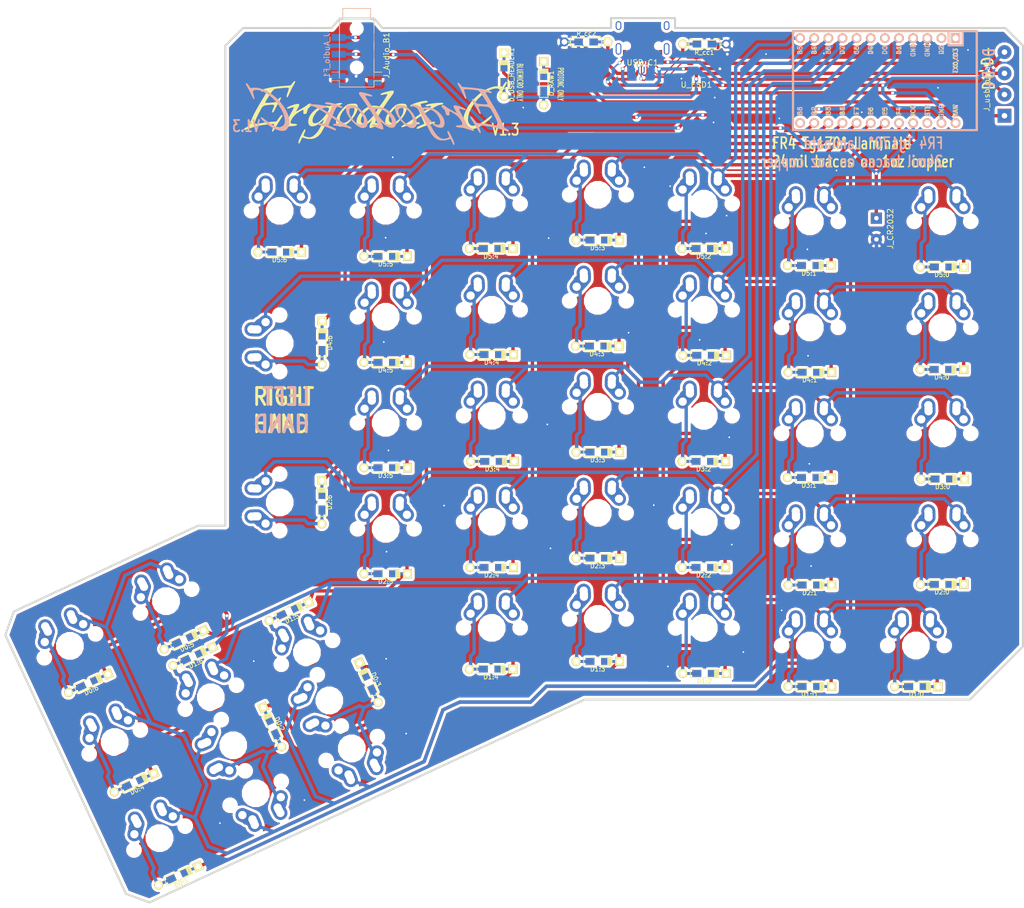
<source format=kicad_pcb>
(kicad_pcb (version 20171130) (host pcbnew "(5.0.2)-1")
  (layers (0 Front signal) (31 Back signal) (34 B.Paste user) (35 F.Paste user) (36 B.SilkS user) (37 F.SilkS user) (38 B.Mask user) (39 F.Mask user) (44 Edge.Cuts user))
  (net 0 "")
  (net 1 /COL0)
  (net 2 /COL1)
  (net 3 /COL10)
  (net 4 /COL11)
  (net 5 /COL4)
  (net 6 /COL5)
  (net 7 /COL6)
  (net 8 /ROW0)
  (net 9 /ROW1)
  (net 10 /ROW2)
  (net 11 /ROW3)
  (net 12 /ROW4)
  (net 13 /ROW5)
  (net 14 "Net-(D0:1-Pad2)")
  (net 15 "Net-(D0:2-Pad2)")
  (net 16 "Net-(D0:3-Pad2)")
  (net 17 "Net-(D0:4-Pad2)")
  (net 18 "Net-(D0:5-Pad2)")
  (net 19 "Net-(D0:6-Pad2)")
  (net 20 "Net-(D1:0-Pad2)")
  (net 21 "Net-(D1:2-Pad2)")
  (net 22 "Net-(D1:3-Pad2)")
  (net 23 "Net-(D1:4-Pad2)")
  (net 24 "Net-(D1:5-Pad2)")
  (net 25 "Net-(D1:6-Pad2)")
  (net 26 "Net-(D1:!1-Pad2)")
  (net 27 "Net-(D2:0-Pad2)")
  (net 28 "Net-(D2:1-Pad2)")
  (net 29 "Net-(D2:2-Pad2)")
  (net 30 "Net-(D2:3-Pad2)")
  (net 31 "Net-(D2:4-Pad2)")
  (net 32 "Net-(D2:5-Pad2)")
  (net 33 "Net-(D2:6-Pad2)")
  (net 34 "Net-(D3:0-Pad2)")
  (net 35 "Net-(D3:1-Pad2)")
  (net 36 "Net-(D3:2-Pad2)")
  (net 37 "Net-(D3:3-Pad2)")
  (net 38 "Net-(D3:4-Pad2)")
  (net 39 "Net-(D3:5-Pad2)")
  (net 40 "Net-(D4:0-Pad2)")
  (net 41 "Net-(D4:1-Pad2)")
  (net 42 "Net-(D4:2-Pad2)")
  (net 43 "Net-(D4:3-Pad2)")
  (net 44 "Net-(D4:4-Pad2)")
  (net 45 "Net-(D4:5-Pad2)")
  (net 46 "Net-(D4:6-Pad2)")
  (net 47 "Net-(D5:0-Pad2)")
  (net 48 "Net-(D5:1-Pad2)")
  (net 49 "Net-(D5:2-Pad2)")
  (net 50 "Net-(D5:3-Pad2)")
  (net 51 "Net-(D5:4-Pad2)")
  (net 52 "Net-(D5:5-Pad2)")
  (net 53 "Net-(D5:6-Pad2)")
  (net 54 GND)
  (net 55 /Vcc)
  (net 56 /CC1)
  (net 57 /D+)
  (net 58 /D-)
  (net 59 /CC2)
  (net 60 /scl)
  (net 61 "Net-(proMicro1-Pad1)")
  (net 62 "Net-(proMicro1-Pad2)")
  (net 63 "Net-(proMicro1-Pad13)")
  (net 64 "Net-(proMicro1-Pad22)")
  (net 65 "Net-(USB_C1-Pad13)")
  (net 66 "Net-(USB_C1-Pad9)")
  (net 67 "Net-(USB_C1-Pad3)")
  (net 68 /VccR)
  (net 69 "Net-(J_Audio_B1-PadR2)")
  (net 70 "Net-(J_Audio_F1-PadR2)")
  (net 71 "Net-(proMicro1-Pad6)")
  (net 72 /VccRaw)
  (net 73 /VUSB)
  (net 74 /GND_USB)
  (net 75 /D_IN-)
  (net 76 /D_IN+)
  (module usbc_footprint:via-0.6mm (layer Front) (at 170.15968 36.82238)
    (fp_text reference REF** hide)
    (fp_text value via-0.6mm hide)
    (pad 1 thru_hole circle (at 0 0) (size 0.6 0.6) (drill 0.3) (layers *.Cu) (net 54 GND))
  )
  (module usbc_footprint:via-0.6mm (layer Front) (at 176.96942 47.39132)
    (fp_text reference REF** hide)
    (fp_text value via-0.6mm hide)
    (pad 1 thru_hole circle (at 0 0) (size 0.6 0.6) (drill 0.3) (layers *.Cu) (net 54 GND))
  )
  (module usbc_footprint:via-0.6mm (layer Front) (at 162.1409 48.50384)
    (fp_text reference REF** hide)
    (fp_text value via-0.6mm hide)
    (pad 1 thru_hole circle (at 0 0) (size 0.6 0.6) (drill 0.3) (layers *.Cu) (net 54 GND))
  )
  (module usbc_footprint:via-0.6mm (layer Front) (at 159.76346 36.93668)
    (fp_text reference REF** hide)
    (fp_text value via-0.6mm hide)
    (pad 1 thru_hole circle (at 0 0) (size 0.6 0.6) (drill 0.3) (layers *.Cu) (net 54 GND))
  )
  (module usbc_footprint:via-0.6mm (layer Front) (at 150.54326 44.75226)
    (fp_text reference REF** hide)
    (fp_text value via-0.6mm hide)
    (pad 1 thru_hole circle (at 0 0) (size 0.6 0.6) (drill 0.3) (layers *.Cu) (net 54 GND))
  )
  (module usbc_footprint:via-0.6mm (layer Front) (at 196.04228 36.195)
    (fp_text reference REF** hide)
    (fp_text value via-0.6mm hide)
    (pad 1 thru_hole circle (at 0 0) (size 0.6 0.6) (drill 0.3) (layers *.Cu) (net 54 GND))
  )
  (module usbc_footprint:via-0.6mm (layer Front) (at 172.42028 57.85866)
    (fp_text reference REF** hide)
    (fp_text value via-0.6mm hide)
    (pad 1 thru_hole circle (at 0 0) (size 0.6 0.6) (drill 0.3) (layers *.Cu) (net 54 GND))
  )
  (module usbc_footprint:via-0.6mm (layer Front) (at 150.3299 49.22266)
    (fp_text reference REF** hide)
    (fp_text value via-0.6mm hide)
    (pad 1 thru_hole circle (at 0 0) (size 0.6 0.6) (drill 0.3) (layers *.Cu) (net 54 GND))
  )
  (module usbc_footprint:via-0.6mm (layer Front) (at 135.06196 86.99754)
    (fp_text reference REF** hide)
    (fp_text value via-0.6mm hide)
    (pad 1 thru_hole circle (at 0 0) (size 0.6 0.6) (drill 0.3) (layers *.Cu) (net 54 GND))
  )
  (module usbc_footprint:via-0.6mm (layer Front) (at 142.52956 60.67298)
    (fp_text reference REF** hide)
    (fp_text value via-0.6mm hide)
    (pad 1 thru_hole circle (at 0 0) (size 0.6 0.6) (drill 0.3) (layers *.Cu) (net 54 GND))
  )
  (module usbc_footprint:via-0.6mm (layer Front) (at 61.6458 175.11522)
    (fp_text reference REF** hide)
    (fp_text value via-0.6mm hide)
    (pad 1 thru_hole circle (at 0 0) (size 0.6 0.6) (drill 0.3) (layers *.Cu) (net 54 GND))
  )
  (module usbc_footprint:via-0.6mm (layer Front) (at 91.51112 145.57756)
    (fp_text reference REF** hide)
    (fp_text value via-0.6mm hide)
    (pad 1 thru_hole circle (at 0 0) (size 0.6 0.6) (drill 0.3) (layers *.Cu) (net 54 GND))
  )
  (module usbc_footprint:via-0.6mm (layer Front) (at 162.57524 136.8806)
    (fp_text reference REF** hide)
    (fp_text value via-0.6mm hide)
    (pad 1 thru_hole circle (at 0 0) (size 0.6 0.6) (drill 0.3) (layers *.Cu) (net 54 GND))
  )
  (module usbc_footprint:via-0.6mm (layer Front) (at 95.10522 159.02686)
    (fp_text reference REF** hide)
    (fp_text value via-0.6mm hide)
    (pad 1 thru_hole circle (at 0 0) (size 0.6 0.6) (drill 0.3) (layers *.Cu) (net 54 GND))
  )
  (module usbc_footprint:via-0.6mm (layer Front) (at 121.03354 125.74778)
    (fp_text reference REF** hide)
    (fp_text value via-0.6mm hide)
    (pad 1 thru_hole circle (at 0 0) (size 0.6 0.6) (drill 0.3) (layers *.Cu) (net 54 GND))
  )
  (module usbc_footprint:via-0.6mm (layer Front) (at 153.15692 105.78846)
    (fp_text reference REF** hide)
    (fp_text value via-0.6mm hide)
    (pad 1 thru_hole circle (at 0 0) (size 0.6 0.6) (drill 0.3) (layers *.Cu) (net 54 GND))
  )
  (module usbc_footprint:via-0.6mm (layer Front) (at 76.81722 170.96486)
    (fp_text reference REF** hide)
    (fp_text value via-0.6mm hide)
    (pad 1 thru_hole circle (at 0 0) (size 0.6 0.6) (drill 0.3) (layers *.Cu) (net 54 GND))
  )
  (module usbc_footprint:via-0.6mm (layer Front) (at 167.30726 91.14282)
    (fp_text reference REF** hide)
    (fp_text value via-0.6mm hide)
    (pad 1 thru_hole circle (at 0 0) (size 0.6 0.6) (drill 0.3) (layers *.Cu) (net 54 GND))
  )
  (module usbc_footprint:via-0.6mm (layer Front) (at 67.7291 146.0119)
    (fp_text reference REF** hide)
    (fp_text value via-0.6mm hide)
    (pad 1 thru_hole circle (at 0 0) (size 0.6 0.6) (drill 0.3) (layers *.Cu) (net 54 GND))
  )
  (module usbc_footprint:via-0.6mm (layer Front) (at 91.92768 108.14304)
    (fp_text reference REF** hide)
    (fp_text value via-0.6mm hide)
    (pad 1 thru_hole circle (at 0 0) (size 0.6 0.6) (drill 0.3) (layers *.Cu) (net 54 GND))
  )
  (module usbc_footprint:via-0.6mm (layer Front) (at 153.61666 125.07214)
    (fp_text reference REF** hide)
    (fp_text value via-0.6mm hide)
    (pad 1 thru_hole circle (at 0 0) (size 0.6 0.6) (drill 0.3) (layers *.Cu) (net 54 GND))
  )
  (module usbc_footprint:via-0.6mm (layer Front) (at 155.68422 144.3736)
    (fp_text reference REF** hide)
    (fp_text value via-0.6mm hide)
    (pad 1 thru_hole circle (at 0 0) (size 0.6 0.6) (drill 0.3) (layers *.Cu) (net 54 GND))
  )
  (module usbc_footprint:via-0.6mm (layer Front) (at 120.71096 70.00748)
    (fp_text reference REF** hide)
    (fp_text value via-0.6mm hide)
    (pad 1 thru_hole circle (at 0 0) (size 0.6 0.6) (drill 0.3) (layers *.Cu) (net 54 GND))
  )
  (module usbc_footprint:via-0.6mm (layer Front) (at 167.85844 128.92024)
    (fp_text reference REF** hide)
    (fp_text value via-0.6mm hide)
    (pad 1 thru_hole circle (at 0 0) (size 0.6 0.6) (drill 0.3) (layers *.Cu) (net 54 GND))
  )
  (module usbc_footprint:via-0.6mm (layer Front) (at 139.59332 117.97792)
    (fp_text reference REF** hide)
    (fp_text value via-0.6mm hide)
    (pad 1 thru_hole circle (at 0 0) (size 0.6 0.6) (drill 0.3) (layers *.Cu) (net 54 GND))
  )
  (module usbc_footprint:via-0.6mm (layer Front) (at 148.97862 69.17182)
    (fp_text reference REF** hide)
    (fp_text value via-0.6mm hide)
    (pad 1 thru_hole circle (at 0 0) (size 0.6 0.6) (drill 0.3) (layers *.Cu) (net 54 GND))
  )
  (module usbc_footprint:via-0.6mm (layer Front) (at 120.46712 103.47706)
    (fp_text reference REF** hide)
    (fp_text value via-0.6mm hide)
    (pad 1 thru_hole circle (at 0 0) (size 0.6 0.6) (drill 0.3) (layers *.Cu) (net 54 GND))
  )
  (module usbc_footprint:via-0.6mm (layer Front) (at 137.8966 57.27954)
    (fp_text reference REF** hide)
    (fp_text value via-0.6mm hide)
    (pad 1 thru_hole circle (at 0 0) (size 0.6 0.6) (drill 0.3) (layers *.Cu) (net 54 GND))
  )
  (module usbc_footprint:via-0.6mm (layer Front) (at 142.12824 146.9644)
    (fp_text reference REF** hide)
    (fp_text value via-0.6mm hide)
    (pad 1 thru_hole circle (at 0 0) (size 0.6 0.6) (drill 0.3) (layers *.Cu) (net 54 GND))
  )
  (module usbc_footprint:via-0.6mm (layer Front) (at 167.5384 110.55604)
    (fp_text reference REF** hide)
    (fp_text value via-0.6mm hide)
    (pad 1 thru_hole circle (at 0 0) (size 0.6 0.6) (drill 0.3) (layers *.Cu) (net 54 GND))
  )
  (module usbc_footprint:via-0.6mm (layer Front) (at 92.69222 55.48122)
    (fp_text reference REF** hide)
    (fp_text value via-0.6mm hide)
    (pad 1 thru_hole circle (at 0 0) (size 0.6 0.6) (drill 0.3) (layers *.Cu) (net 54 GND))
  )
  (module usbc_footprint:via-0.6mm (layer Front) (at 147.83054 88.28278)
    (fp_text reference REF** hide)
    (fp_text value via-0.6mm hide)
    (pad 1 thru_hole circle (at 0 0) (size 0.6 0.6) (drill 0.3) (layers *.Cu) (net 54 GND))
  )
  (module usbc_footprint:via-0.6mm (layer Front) (at 167.18534 72.02424)
    (fp_text reference REF** hide)
    (fp_text value via-0.6mm hide)
    (pad 1 thru_hole circle (at 0 0) (size 0.6 0.6) (drill 0.3) (layers *.Cu) (net 54 GND))
  )
  (module usbc_footprint:via-0.6mm (layer Front) (at 91.41714 69.9389)
    (fp_text reference REF** hide)
    (fp_text value via-0.6mm hide)
    (pad 1 thru_hole circle (at 0 0) (size 0.6 0.6) (drill 0.3) (layers *.Cu) (net 54 GND))
  )
  (module usbc_footprint:via-0.6mm (layer Front) (at 101.91496 118.05412)
    (fp_text reference REF** hide)
    (fp_text value via-0.6mm hide)
    (pad 1 thru_hole circle (at 0 0) (size 0.6 0.6) (drill 0.3) (layers *.Cu) (net 54 GND))
  )
  (module usbc_footprint:via-0.6mm (layer Front) (at 91.57716 126.34214)
    (fp_text reference REF** hide)
    (fp_text value via-0.6mm hide)
    (pad 1 thru_hole circle (at 0 0) (size 0.6 0.6) (drill 0.3) (layers *.Cu) (net 54 GND))
  )
  (module usbc_footprint:via-0.6mm (layer Front) (at 152.66924 65.96126)
    (fp_text reference REF** hide)
    (fp_text value via-0.6mm hide)
    (pad 1 thru_hole circle (at 0 0) (size 0.6 0.6) (drill 0.3) (layers *.Cu) (net 54 GND))
  )
  (module usbc_footprint:via-0.6mm (layer Front) (at 91.08948 88.67394)
    (fp_text reference REF** hide)
    (fp_text value via-0.6mm hide)
    (pad 1 thru_hole circle (at 0 0) (size 0.6 0.6) (drill 0.3) (layers *.Cu) (net 54 GND))
  )
  (module Keebio-Parts:ArduinoProMicro (layer Front) (at 179.8447 41.69918 180)
    (fp_text reference proMicro1 hide)
    (fp_text value ProMicro hide)
    (fp_text user D2 (at -11.43 5.461 270) (layer B.SilkS) (effects (font (size 0.8 0.8)) (justify mirror)))
    (fp_text user D0 (at -1.27 5.461 270) (layer B.SilkS) (effects (font (size 0.8 0.8)) (justify mirror)))
    (fp_text user D1 (at -3.81 5.461 270) (layer B.SilkS) (effects (font (size 0.8 0.8)) (justify mirror)))
    (fp_text user GND (at -6.35 5.461 270) (layer B.SilkS) (effects (font (size 0.8 0.8)) (justify mirror)))
    (fp_text user GND (at -8.89 5.461 270) (layer B.SilkS) (effects (font (size 0.8 0.8)) (justify mirror)))
    (fp_text user D4 (at 1.27 5.461 270) (layer B.SilkS) (effects (font (size 0.8 0.8)) (justify mirror)))
    (fp_text user C6 (at 3.81 5.461 270) (layer B.SilkS) (effects (font (size 0.8 0.8)) (justify mirror)))
    (fp_text user D7 (at 6.35 5.461 270) (layer B.SilkS) (effects (font (size 0.8 0.8)) (justify mirror)))
    (fp_text user E6 (at 8.89 5.461 270) (layer B.SilkS) (effects (font (size 0.8 0.8)) (justify mirror)))
    (fp_text user B4 (at 11.43 5.461 270) (layer B.SilkS) (effects (font (size 0.8 0.8)) (justify mirror)))
    (fp_text user B5 (at 13.97 5.461 270) (layer B.SilkS) (effects (font (size 0.8 0.8)) (justify mirror)))
    (fp_text user B6 (at 13.97 -5.461 270) (layer B.SilkS) (effects (font (size 0.8 0.8)) (justify mirror)))
    (fp_text user B2 (at 11.43 -5.461 270) (layer F.SilkS) (effects (font (size 0.8 0.8))))
    (fp_text user B3 (at 8.89 -5.461 270) (layer B.SilkS) (effects (font (size 0.8 0.8)) (justify mirror)))
    (fp_text user B1 (at 6.35 -5.461 270) (layer B.SilkS) (effects (font (size 0.8 0.8)) (justify mirror)))
    (fp_text user F7 (at 3.81 -5.461 270) (layer F.SilkS) (effects (font (size 0.8 0.8))))
    (fp_text user F6 (at 1.27 -5.461 270) (layer F.SilkS) (effects (font (size 0.8 0.8))))
    (fp_text user F5 (at -1.27 -5.461 270) (layer F.SilkS) (effects (font (size 0.8 0.8))))
    (fp_text user F4 (at -3.81 -5.461 270) (layer B.SilkS) (effects (font (size 0.8 0.8)) (justify mirror)))
    (fp_text user VCC (at -6.35 -5.461 270) (layer B.SilkS) (effects (font (size 0.8 0.8)) (justify mirror)))
    (fp_text user GND (at -11.43 -5.461 270) (layer B.SilkS) (effects (font (size 0.8 0.8)) (justify mirror)))
    (fp_text user RAW (at -13.97 -5.461 270) (layer B.SilkS) (effects (font (size 0.8 0.8)) (justify mirror)))
    (fp_text user RAW (at -13.97 -5.461 270) (layer F.SilkS) (effects (font (size 0.8 0.8))))
    (fp_text user GND (at -11.43 -5.461 270) (layer F.SilkS) (effects (font (size 0.8 0.8))))
    (fp_text user ST (at -8.92 -5.73312 270) (layer F.SilkS) (effects (font (size 0.8 0.8))))
    (fp_text user VCC (at -6.35 -5.461 270) (layer F.SilkS) (effects (font (size 0.8 0.8))))
    (fp_text user F4 (at -3.81 -5.461 270) (layer F.SilkS) (effects (font (size 0.8 0.8))))
    (fp_text user F5 (at -1.27 -5.461 270) (layer B.SilkS) (effects (font (size 0.8 0.8)) (justify mirror)))
    (fp_text user F6 (at 1.27 -5.461 270) (layer B.SilkS) (effects (font (size 0.8 0.8)) (justify mirror)))
    (fp_text user F7 (at 3.81 -5.461 270) (layer B.SilkS) (effects (font (size 0.8 0.8)) (justify mirror)))
    (fp_text user B1 (at 6.35 -5.461 270) (layer F.SilkS) (effects (font (size 0.8 0.8))))
    (fp_text user B3 (at 8.89 -5.461 270) (layer F.SilkS) (effects (font (size 0.8 0.8))))
    (fp_text user B2 (at 11.43 -5.461 270) (layer B.SilkS) (effects (font (size 0.8 0.8)) (justify mirror)))
    (fp_text user B6 (at 13.97 -5.461 270) (layer F.SilkS) (effects (font (size 0.8 0.8))))
    (fp_text user B5 (at 13.97 5.461 270) (layer F.SilkS) (effects (font (size 0.8 0.8))))
    (fp_text user B4 (at 11.43 5.461 270) (layer F.SilkS) (effects (font (size 0.8 0.8))))
    (fp_text user E6 (at 8.89 5.461 270) (layer F.SilkS) (effects (font (size 0.8 0.8))))
    (fp_text user D7 (at 6.35 5.461 270) (layer F.SilkS) (effects (font (size 0.8 0.8))))
    (fp_text user C6 (at 3.81 5.461 270) (layer F.SilkS) (effects (font (size 0.8 0.8))))
    (fp_text user D4 (at 1.27 5.461 270) (layer F.SilkS) (effects (font (size 0.8 0.8))))
    (fp_text user GND (at -8.89 5.461 270) (layer F.SilkS) (effects (font (size 0.8 0.8))))
    (fp_text user GND (at -6.35 5.461 270) (layer F.SilkS) (effects (font (size 0.8 0.8))))
    (fp_text user D1 (at -3.81 5.461 270) (layer F.SilkS) (effects (font (size 0.8 0.8))))
    (fp_text user D0 (at -1.27 5.461 270) (layer F.SilkS) (effects (font (size 0.8 0.8))))
    (fp_text user D2 (at -11.43 5.461 270) (layer F.SilkS) (effects (font (size 0.8 0.8))))
    (fp_text user TX0/D3 (at -13.97 3.571872 270) (layer B.SilkS) (effects (font (size 0.8 0.8)) (justify mirror)))
    (fp_text user TX0/D3 (at -13.97 3.571872 270) (layer F.SilkS) (effects (font (size 0.8 0.8))))
    (fp_text user ST (at -8.91 -5.04 270) (layer B.SilkS) (effects (font (size 0.8 0.8)) (justify mirror)))
    (pad 1 thru_hole rect (at -13.97 7.62 180) (size 1.7526 1.7526) (drill 1.0922) (layers *.Cu *.SilkS *.Mask) (net 61 "Net-(proMicro1-Pad1)"))
    (pad 2 thru_hole circle (at -11.43 7.62 180) (size 1.7526 1.7526) (drill 1.0922) (layers *.Cu *.SilkS *.Mask) (net 62 "Net-(proMicro1-Pad2)"))
    (pad 3 thru_hole circle (at -8.89 7.62 180) (size 1.7526 1.7526) (drill 1.0922) (layers *.Cu *.SilkS *.Mask) (net 54 GND))
    (pad 4 thru_hole circle (at -6.35 7.62 180) (size 1.7526 1.7526) (drill 1.0922) (layers *.Cu *.SilkS *.Mask) (net 54 GND))
    (pad 5 thru_hole circle (at -3.81 7.62 180) (size 1.7526 1.7526) (drill 1.0922) (layers *.Cu *.SilkS *.Mask) (net 60 /scl))
    (pad 6 thru_hole circle (at -1.27 7.62 180) (size 1.7526 1.7526) (drill 1.0922) (layers *.Cu *.SilkS *.Mask) (net 71 "Net-(proMicro1-Pad6)"))
    (pad 7 thru_hole circle (at 1.27 7.62 180) (size 1.7526 1.7526) (drill 1.0922) (layers *.Cu *.SilkS *.Mask) (net 8 /ROW0))
    (pad 8 thru_hole circle (at 3.81 7.62 180) (size 1.7526 1.7526) (drill 1.0922) (layers *.Cu *.SilkS *.Mask) (net 9 /ROW1))
    (pad 9 thru_hole circle (at 6.35 7.62 180) (size 1.7526 1.7526) (drill 1.0922) (layers *.Cu *.SilkS *.Mask) (net 10 /ROW2))
    (pad 10 thru_hole circle (at 8.89 7.62 180) (size 1.7526 1.7526) (drill 1.0922) (layers *.Cu *.SilkS *.Mask) (net 11 /ROW3))
    (pad 11 thru_hole circle (at 11.43 7.62 180) (size 1.7526 1.7526) (drill 1.0922) (layers *.Cu *.SilkS *.Mask) (net 12 /ROW4))
    (pad 13 thru_hole circle (at 13.97 -7.62 180) (size 1.7526 1.7526) (drill 1.0922) (layers *.Cu *.SilkS *.Mask) (net 63 "Net-(proMicro1-Pad13)"))
    (pad 14 thru_hole circle (at 11.43 -7.62 180) (size 1.7526 1.7526) (drill 1.0922) (layers *.Cu *.SilkS *.Mask) (net 7 /COL6))
    (pad 15 thru_hole circle (at 8.89 -7.62 180) (size 1.7526 1.7526) (drill 1.0922) (layers *.Cu *.SilkS *.Mask) (net 6 /COL5))
    (pad 16 thru_hole circle (at 6.35 -7.62 180) (size 1.7526 1.7526) (drill 1.0922) (layers *.Cu *.SilkS *.Mask) (net 5 /COL4))
    (pad 17 thru_hole circle (at 3.81 -7.62 180) (size 1.7526 1.7526) (drill 1.0922) (layers *.Cu *.SilkS *.Mask) (net 3 /COL10))
    (pad 18 thru_hole circle (at 1.27 -7.62 180) (size 1.7526 1.7526) (drill 1.0922) (layers *.Cu *.SilkS *.Mask) (net 4 /COL11))
    (pad 19 thru_hole circle (at -1.27 -7.62 180) (size 1.7526 1.7526) (drill 1.0922) (layers *.Cu *.SilkS *.Mask) (net 2 /COL1))
    (pad 20 thru_hole circle (at -3.81 -7.62 180) (size 1.7526 1.7526) (drill 1.0922) (layers *.Cu *.SilkS *.Mask) (net 1 /COL0))
    (pad 21 thru_hole circle (at -6.35 -7.62 180) (size 1.7526 1.7526) (drill 1.0922) (layers *.Cu *.SilkS *.Mask) (net 55 /Vcc))
    (pad 22 thru_hole circle (at -8.89 -7.62 180) (size 1.7526 1.7526) (drill 1.0922) (layers *.Cu *.SilkS *.Mask) (net 64 "Net-(proMicro1-Pad22)"))
    (pad 23 thru_hole circle (at -11.43 -7.62 180) (size 1.7526 1.7526) (drill 1.0922) (layers *.Cu *.SilkS *.Mask) (net 74 /GND_USB))
    (pad 12 thru_hole circle (at 13.97 7.62 180) (size 1.7526 1.7526) (drill 1.0922) (layers *.Cu *.SilkS *.Mask) (net 13 /ROW5))
    (pad 24 thru_hole circle (at -13.97 -7.62 180) (size 1.7526 1.7526) (drill 1.0922) (layers *.Cu *.SilkS *.Mask) (net 72 /VccRaw))
  )
  (module usbc_footprint:HRO-TYPE-C-31-M-12 (layer Front) (at 137.57656 29.2227 180)
    (fp_text reference USB_C1 (at 0 -9.25 180) (layer F.SilkS))
    (fp_text value HRO-TYPE-C-31-M-12)
    (pad 13 thru_hole oval (at 4.32 -2.6 180) (size 1 1.6) (drill oval 0.6 1.2) (layers *.Cu B.Mask) (net 65 "Net-(USB_C1-Pad13)"))
    (pad 13 thru_hole oval (at -4.32 -2.6 180) (size 1 1.6) (drill oval 0.6 1.2) (layers *.Cu B.Mask) (net 65 "Net-(USB_C1-Pad13)"))
    (pad 13 thru_hole oval (at 4.32 -6.78 180) (size 1 2.1) (drill oval 0.6 1.7) (layers *.Cu B.Mask) (net 65 "Net-(USB_C1-Pad13)"))
    (pad 13 thru_hole oval (at -4.32 -6.78 180) (size 1 2.1) (drill oval 0.6 1.7) (layers *.Cu B.Mask) (net 65 "Net-(USB_C1-Pad13)"))
    (pad "" np_thru_hole circle (at -2.89 -6.25 180) (size 0.65 0.65) (drill 0.65) (layers *.Cu *.Mask))
    (pad "" np_thru_hole circle (at 2.89 -6.25 180) (size 0.65 0.65) (drill 0.65) (layers *.Cu *.Mask))
    (pad 6 smd rect (at -0.25 -7.695 180) (size 0.3 1.45) (layers Front F.Paste F.Mask) (net 76 /D_IN+))
    (pad 7 smd rect (at 0.25 -7.695 180) (size 0.3 1.45) (layers Front F.Paste F.Mask) (net 75 /D_IN-))
    (pad 8 smd rect (at 0.75 -7.695 180) (size 0.3 1.45) (layers Front F.Paste F.Mask) (net 76 /D_IN+))
    (pad 5 smd rect (at -0.75 -7.695 180) (size 0.3 1.45) (layers Front F.Paste F.Mask) (net 75 /D_IN-))
    (pad 9 smd rect (at 1.25 -7.695 180) (size 0.3 1.45) (layers Front F.Paste F.Mask) (net 66 "Net-(USB_C1-Pad9)"))
    (pad 4 smd rect (at -1.25 -7.695 180) (size 0.3 1.45) (layers Front F.Paste F.Mask) (net 56 /CC1))
    (pad 10 smd rect (at 1.75 -7.695 180) (size 0.3 1.45) (layers Front F.Paste F.Mask) (net 59 /CC2))
    (pad 3 smd rect (at -1.75 -7.695 180) (size 0.3 1.45) (layers Front F.Paste F.Mask) (net 67 "Net-(USB_C1-Pad3)"))
    (pad 2 smd rect (at -2.45 -7.695 180) (size 0.6 1.45) (layers Front F.Paste F.Mask) (net 68 /VccR))
    (pad 11 smd rect (at 2.45 -7.695 180) (size 0.6 1.45) (layers Front F.Paste F.Mask) (net 68 /VccR))
    (pad 1 smd rect (at -3.225 -7.695 180) (size 0.6 1.45) (layers Front F.Paste F.Mask) (net 74 /GND_USB))
    (pad 12 smd rect (at 3.225 -7.695 180) (size 0.6 1.45) (layers Front F.Paste F.Mask) (net 74 /GND_USB))
  )
  (module Keebio-Parts:Hybrid_PCB_100H_Dual_hole (layer Front) (at 191.4525 105.10266)
    (fp_text reference SW3:13 hide)
    (fp_text value SW3:0 hide)
    (pad 2 smd oval (at 2.52 -4.79 356.055) (size 2.5 3.081378) (layers Front F.Paste F.Mask) (net 11 /ROW3))
    (pad 2 thru_hole circle (at 2.5 -4.5 330.95) (size 2 2) (drill 1.5) (layers *.Cu *.Mask) (net 11 /ROW3))
    (pad 2 thru_hole circle (at 2.54 -5.08 330.95) (size 2 2) (drill 1.5) (layers *.Cu *.Mask) (net 11 /ROW3))
    (pad 1 thru_hole circle (at -2.5 -4 330.95) (size 2 2) (drill 1.5) (layers *.Cu *.Mask) (net 34 "Net-(D3:0-Pad2)"))
    (pad HOLE np_thru_hole circle (at 0 0) (size 3.9878 3.9878) (drill 3.9878) (layers *.Cu))
    (pad HOLE np_thru_hole circle (at -5.08 0) (size 1.8 1.8) (drill 1.8) (layers *.Cu))
    (pad HOLE np_thru_hole circle (at 5.08 0) (size 1.8 1.8) (drill 1.8) (layers *.Cu))
    (pad 1 thru_hole circle (at -3.81 -2.54 330.95) (size 2 2) (drill 1.5) (layers *.Cu *.Mask) (net 34 "Net-(D3:0-Pad2)"))
    (pad 2 smd oval (at 3.155 -3.27 221.9) (size 2.5 4.461556) (layers Back B.Paste B.Mask) (net 11 /ROW3))
    (pad 1 smd oval (at -3.155 -3.27 138.1) (size 2.5 4.461556) (layers Back B.Paste B.Mask) (net 34 "Net-(D3:0-Pad2)"))
    (pad 2 thru_hole circle (at 2.5 -4) (size 2 2) (drill 1.5) (layers *.Cu *.Mask) (net 11 /ROW3))
    (pad 2 thru_hole circle (at 3.81 -2.54 330.95) (size 2 2) (drill 1.5) (layers *.Cu *.Mask) (net 11 /ROW3))
    (pad 1 smd oval (at -2.52 -4.79 3.945) (size 2.5 3.081378) (layers Back B.Paste B.Mask) (net 34 "Net-(D3:0-Pad2)"))
    (pad 1 thru_hole circle (at -2.5 -4.5 330.95) (size 2 2) (drill 1.5) (layers *.Cu *.Mask) (net 34 "Net-(D3:0-Pad2)"))
    (pad 1 thru_hole circle (at -2.54 -5.08 330.95) (size 2 2) (drill 1.5) (layers *.Cu *.Mask) (net 34 "Net-(D3:0-Pad2)"))
    (pad 1 smd oval (at -3.155 -3.27 138.1) (size 2.5 4.461556) (layers Front F.Paste F.Mask) (net 34 "Net-(D3:0-Pad2)"))
    (pad 1 smd oval (at -2.52 -4.79 3.945) (size 2.5 3.081378) (layers Front F.Paste F.Mask) (net 34 "Net-(D3:0-Pad2)"))
    (pad 2 smd oval (at 3.155 -3.27 221.9) (size 2.5 4.461556) (layers Front F.Paste F.Mask) (net 11 /ROW3))
    (pad 2 smd oval (at 2.52 -4.79 356.055) (size 2.5 3.081378) (layers Back B.Paste B.Mask) (net 11 /ROW3))
  )
  (module Keebio-Parts:Hybrid_PCB_100H_Dual_hole (layer Front) (at 191.4525 124.15266)
    (fp_text reference SW2:13 hide)
    (fp_text value SW2:0 hide)
    (pad 2 smd oval (at 2.52 -4.79 356.055) (size 2.5 3.081378) (layers Front F.Paste F.Mask) (net 10 /ROW2))
    (pad 2 thru_hole circle (at 2.5 -4.5 330.95) (size 2 2) (drill 1.5) (layers *.Cu *.Mask) (net 10 /ROW2))
    (pad 2 thru_hole circle (at 2.54 -5.08 330.95) (size 2 2) (drill 1.5) (layers *.Cu *.Mask) (net 10 /ROW2))
    (pad 1 thru_hole circle (at -2.5 -4 330.95) (size 2 2) (drill 1.5) (layers *.Cu *.Mask) (net 27 "Net-(D2:0-Pad2)"))
    (pad HOLE np_thru_hole circle (at 0 0) (size 3.9878 3.9878) (drill 3.9878) (layers *.Cu))
    (pad HOLE np_thru_hole circle (at -5.08 0) (size 1.8 1.8) (drill 1.8) (layers *.Cu))
    (pad HOLE np_thru_hole circle (at 5.08 0) (size 1.8 1.8) (drill 1.8) (layers *.Cu))
    (pad 1 thru_hole circle (at -3.81 -2.54 330.95) (size 2 2) (drill 1.5) (layers *.Cu *.Mask) (net 27 "Net-(D2:0-Pad2)"))
    (pad 2 smd oval (at 3.155 -3.27 221.9) (size 2.5 4.461556) (layers Back B.Paste B.Mask) (net 10 /ROW2))
    (pad 1 smd oval (at -3.155 -3.27 138.1) (size 2.5 4.461556) (layers Back B.Paste B.Mask) (net 27 "Net-(D2:0-Pad2)"))
    (pad 2 thru_hole circle (at 2.5 -4) (size 2 2) (drill 1.5) (layers *.Cu *.Mask) (net 10 /ROW2))
    (pad 2 thru_hole circle (at 3.81 -2.54 330.95) (size 2 2) (drill 1.5) (layers *.Cu *.Mask) (net 10 /ROW2))
    (pad 1 smd oval (at -2.52 -4.79 3.945) (size 2.5 3.081378) (layers Back B.Paste B.Mask) (net 27 "Net-(D2:0-Pad2)"))
    (pad 1 thru_hole circle (at -2.5 -4.5 330.95) (size 2 2) (drill 1.5) (layers *.Cu *.Mask) (net 27 "Net-(D2:0-Pad2)"))
    (pad 1 thru_hole circle (at -2.54 -5.08 330.95) (size 2 2) (drill 1.5) (layers *.Cu *.Mask) (net 27 "Net-(D2:0-Pad2)"))
    (pad 1 smd oval (at -3.155 -3.27 138.1) (size 2.5 4.461556) (layers Front F.Paste F.Mask) (net 27 "Net-(D2:0-Pad2)"))
    (pad 1 smd oval (at -2.52 -4.79 3.945) (size 2.5 3.081378) (layers Front F.Paste F.Mask) (net 27 "Net-(D2:0-Pad2)"))
    (pad 2 smd oval (at 3.155 -3.27 221.9) (size 2.5 4.461556) (layers Front F.Paste F.Mask) (net 10 /ROW2))
    (pad 2 smd oval (at 2.52 -4.79 356.055) (size 2.5 3.081378) (layers Back B.Paste B.Mask) (net 10 /ROW2))
  )
  (module Keebio-Parts:Diode-dual (layer Front) (at 54.17058 184.54878 25)
    (fp_text reference D0:1 (at -0.0254 1.4 25) (layer F.SilkS) (effects (font (size 0.8 0.8))))
    (fp_text value D hide)
    (pad 1 smd rect (at 2.5 -0.000001 25) (size 2.9 0.5) (layers Front) (net 2 /COL1))
    (pad 2 smd rect (at -2.5 0.000001 25) (size 2.9 0.5) (layers Front) (net 14 "Net-(D0:1-Pad2)"))
    (pad 1 thru_hole rect (at 3.9 0 25) (size 1.6 1.6) (drill 1) (layers *.Cu *.Mask F.SilkS) (net 2 /COL1))
    (pad 2 thru_hole circle (at -3.9 0 25) (size 1.6 1.6) (drill 1) (layers *.Cu *.Mask F.SilkS) (net 14 "Net-(D0:1-Pad2)"))
    (pad 2 smd rect (at -1.4 0 25) (size 1.6 1.2) (layers Front F.Paste F.Mask) (net 14 "Net-(D0:1-Pad2)"))
    (pad 1 smd rect (at 1.4 0 25) (size 1.6 1.2) (layers Front F.Paste F.Mask) (net 2 /COL1))
    (pad 1 smd rect (at 2.5 -0.000001 25) (size 2.9 0.5) (layers Back) (net 2 /COL1))
    (pad 1 smd rect (at 1.4 0 25) (size 1.6 1.2) (layers Back B.Paste B.Mask) (net 2 /COL1))
    (pad 2 smd rect (at -1.4 0 25) (size 1.6 1.2) (layers Back B.Paste B.Mask) (net 14 "Net-(D0:1-Pad2)"))
    (pad 2 smd rect (at -2.5 0.000001 25) (size 2.9 0.5) (layers Back) (net 14 "Net-(D0:1-Pad2)"))
  )
  (module Keebio-Parts:Diode-dual (layer Front) (at 71.079454 157.855831 115)
    (fp_text reference D0:2 (at -0.0254 1.4 115) (layer F.SilkS) (effects (font (size 0.8 0.8))))
    (fp_text value D hide)
    (pad 2 smd rect (at -2.5 0.000001 115) (size 2.9 0.5) (layers Back) (net 15 "Net-(D0:2-Pad2)"))
    (pad 2 smd rect (at -1.4 0 115) (size 1.6 1.2) (layers Back B.Paste B.Mask) (net 15 "Net-(D0:2-Pad2)"))
    (pad 1 smd rect (at 1.4 0 115) (size 1.6 1.2) (layers Back B.Paste B.Mask) (net 4 /COL11))
    (pad 1 smd rect (at 2.5 -0.000001 115) (size 2.9 0.5) (layers Back) (net 4 /COL11))
    (pad 1 smd rect (at 1.4 0 115) (size 1.6 1.2) (layers Front F.Paste F.Mask) (net 4 /COL11))
    (pad 2 smd rect (at -1.4 0 115) (size 1.6 1.2) (layers Front F.Paste F.Mask) (net 15 "Net-(D0:2-Pad2)"))
    (pad 2 thru_hole circle (at -3.9 0 115) (size 1.6 1.6) (drill 1) (layers *.Cu *.Mask F.SilkS) (net 15 "Net-(D0:2-Pad2)"))
    (pad 1 thru_hole rect (at 3.9 0 115) (size 1.6 1.6) (drill 1) (layers *.Cu *.Mask F.SilkS) (net 4 /COL11))
    (pad 2 smd rect (at -2.5 0.000001 115) (size 2.9 0.5) (layers Front) (net 15 "Net-(D0:2-Pad2)"))
    (pad 1 smd rect (at 2.5 -0.000001 115) (size 2.9 0.5) (layers Front) (net 4 /COL11))
  )
  (module Keebio-Parts:Diode-dual (layer Front) (at 88.392 149.86 115)
    (fp_text reference D0:3 (at -0.0254 1.4 115) (layer F.SilkS) (effects (font (size 0.8 0.8))))
    (fp_text value D hide)
    (pad 1 smd rect (at 2.5 -0.000001 115) (size 2.9 0.5) (layers Front) (net 3 /COL10))
    (pad 2 smd rect (at -2.5 0.000001 115) (size 2.9 0.5) (layers Front) (net 16 "Net-(D0:3-Pad2)"))
    (pad 1 thru_hole rect (at 3.9 0 115) (size 1.6 1.6) (drill 1) (layers *.Cu *.Mask F.SilkS) (net 3 /COL10))
    (pad 2 thru_hole circle (at -3.9 0 115) (size 1.6 1.6) (drill 1) (layers *.Cu *.Mask F.SilkS) (net 16 "Net-(D0:3-Pad2)"))
    (pad 2 smd rect (at -1.4 0 115) (size 1.6 1.2) (layers Front F.Paste F.Mask) (net 16 "Net-(D0:3-Pad2)"))
    (pad 1 smd rect (at 1.4 0 115) (size 1.6 1.2) (layers Front F.Paste F.Mask) (net 3 /COL10))
    (pad 1 smd rect (at 2.5 -0.000001 115) (size 2.9 0.5) (layers Back) (net 3 /COL10))
    (pad 1 smd rect (at 1.4 0 115) (size 1.6 1.2) (layers Back B.Paste B.Mask) (net 3 /COL10))
    (pad 2 smd rect (at -1.4 0 115) (size 1.6 1.2) (layers Back B.Paste B.Mask) (net 16 "Net-(D0:3-Pad2)"))
    (pad 2 smd rect (at -2.5 0.000001 115) (size 2.9 0.5) (layers Back) (net 16 "Net-(D0:3-Pad2)"))
  )
  (module Keebio-Parts:Diode-dual (layer Front) (at 46.207769 167.853454 25)
    (fp_text reference D0:4 (at -0.0254 1.4 25) (layer F.SilkS) (effects (font (size 0.8 0.8))))
    (fp_text value D hide)
    (pad 2 smd rect (at -2.5 0.000001 25) (size 2.9 0.5) (layers Back) (net 17 "Net-(D0:4-Pad2)"))
    (pad 2 smd rect (at -1.4 0 25) (size 1.6 1.2) (layers Back B.Paste B.Mask) (net 17 "Net-(D0:4-Pad2)"))
    (pad 1 smd rect (at 1.4 0 25) (size 1.6 1.2) (layers Back B.Paste B.Mask) (net 5 /COL4))
    (pad 1 smd rect (at 2.5 -0.000001 25) (size 2.9 0.5) (layers Back) (net 5 /COL4))
    (pad 1 smd rect (at 1.4 0 25) (size 1.6 1.2) (layers Front F.Paste F.Mask) (net 5 /COL4))
    (pad 2 smd rect (at -1.4 0 25) (size 1.6 1.2) (layers Front F.Paste F.Mask) (net 17 "Net-(D0:4-Pad2)"))
    (pad 2 thru_hole circle (at -3.9 0 25) (size 1.6 1.6) (drill 1) (layers *.Cu *.Mask F.SilkS) (net 17 "Net-(D0:4-Pad2)"))
    (pad 1 thru_hole rect (at 3.9 0 25) (size 1.6 1.6) (drill 1) (layers *.Cu *.Mask F.SilkS) (net 5 /COL4))
    (pad 2 smd rect (at -2.5 0.000001 25) (size 2.9 0.5) (layers Front) (net 17 "Net-(D0:4-Pad2)"))
    (pad 1 smd rect (at 2.5 -0.000001 25) (size 2.9 0.5) (layers Front) (net 5 /COL4))
  )
  (module Keebio-Parts:Diode-dual (layer Front) (at 55.173969 142.174054 25)
    (fp_text reference D0:5 (at -0.0254 1.4 25) (layer F.SilkS) (effects (font (size 0.8 0.8))))
    (fp_text value D hide)
    (pad 1 smd rect (at 2.5 -0.000001 25) (size 2.9 0.5) (layers Front) (net 6 /COL5))
    (pad 2 smd rect (at -2.5 0.000001 25) (size 2.9 0.5) (layers Front) (net 18 "Net-(D0:5-Pad2)"))
    (pad 1 thru_hole rect (at 3.9 0 25) (size 1.6 1.6) (drill 1) (layers *.Cu *.Mask F.SilkS) (net 6 /COL5))
    (pad 2 thru_hole circle (at -3.9 0 25) (size 1.6 1.6) (drill 1) (layers *.Cu *.Mask F.SilkS) (net 18 "Net-(D0:5-Pad2)"))
    (pad 2 smd rect (at -1.4 0 25) (size 1.6 1.2) (layers Front F.Paste F.Mask) (net 18 "Net-(D0:5-Pad2)"))
    (pad 1 smd rect (at 1.4 0 25) (size 1.6 1.2) (layers Front F.Paste F.Mask) (net 6 /COL5))
    (pad 1 smd rect (at 2.5 -0.000001 25) (size 2.9 0.5) (layers Back) (net 6 /COL5))
    (pad 1 smd rect (at 1.4 0 25) (size 1.6 1.2) (layers Back B.Paste B.Mask) (net 6 /COL5))
    (pad 2 smd rect (at -1.4 0 25) (size 1.6 1.2) (layers Back B.Paste B.Mask) (net 18 "Net-(D0:5-Pad2)"))
    (pad 2 smd rect (at -2.5 0.000001 25) (size 2.9 0.5) (layers Back) (net 18 "Net-(D0:5-Pad2)"))
  )
  (module Keebio-Parts:Diode-dual (layer Front) (at 37.973 149.987 25)
    (fp_text reference D0:6 (at -0.0254 1.4 25) (layer F.SilkS) (effects (font (size 0.8 0.8))))
    (fp_text value D hide)
    (pad 2 smd rect (at -2.5 0.000001 25) (size 2.9 0.5) (layers Back) (net 19 "Net-(D0:6-Pad2)"))
    (pad 2 smd rect (at -1.4 0 25) (size 1.6 1.2) (layers Back B.Paste B.Mask) (net 19 "Net-(D0:6-Pad2)"))
    (pad 1 smd rect (at 1.4 0 25) (size 1.6 1.2) (layers Back B.Paste B.Mask) (net 7 /COL6))
    (pad 1 smd rect (at 2.5 -0.000001 25) (size 2.9 0.5) (layers Back) (net 7 /COL6))
    (pad 1 smd rect (at 1.4 0 25) (size 1.6 1.2) (layers Front F.Paste F.Mask) (net 7 /COL6))
    (pad 2 smd rect (at -1.4 0 25) (size 1.6 1.2) (layers Front F.Paste F.Mask) (net 19 "Net-(D0:6-Pad2)"))
    (pad 2 thru_hole circle (at -3.9 0 25) (size 1.6 1.6) (drill 1) (layers *.Cu *.Mask F.SilkS) (net 19 "Net-(D0:6-Pad2)"))
    (pad 1 thru_hole rect (at 3.9 0 25) (size 1.6 1.6) (drill 1) (layers *.Cu *.Mask F.SilkS) (net 7 /COL6))
    (pad 2 smd rect (at -2.5 0.000001 25) (size 2.9 0.5) (layers Front) (net 19 "Net-(D0:6-Pad2)"))
    (pad 1 smd rect (at 2.5 -0.000001 25) (size 2.9 0.5) (layers Front) (net 7 /COL6))
  )
  (module Keebio-Parts:Diode-dual (layer Front) (at 186.78398 150.58898)
    (fp_text reference D1:0 (at -0.0254 1.4) (layer F.SilkS) (effects (font (size 0.8 0.8))))
    (fp_text value D hide)
    (pad 2 smd rect (at -2.5 0) (size 2.9 0.5) (layers Back) (net 20 "Net-(D1:0-Pad2)"))
    (pad 2 smd rect (at -1.4 0) (size 1.6 1.2) (layers Back B.Paste B.Mask) (net 20 "Net-(D1:0-Pad2)"))
    (pad 1 smd rect (at 1.4 0) (size 1.6 1.2) (layers Back B.Paste B.Mask) (net 1 /COL0))
    (pad 1 smd rect (at 2.5 0) (size 2.9 0.5) (layers Back) (net 1 /COL0))
    (pad 1 smd rect (at 1.4 0) (size 1.6 1.2) (layers Front F.Paste F.Mask) (net 1 /COL0))
    (pad 2 smd rect (at -1.4 0) (size 1.6 1.2) (layers Front F.Paste F.Mask) (net 20 "Net-(D1:0-Pad2)"))
    (pad 2 thru_hole circle (at -3.9 0) (size 1.6 1.6) (drill 1) (layers *.Cu *.Mask F.SilkS) (net 20 "Net-(D1:0-Pad2)"))
    (pad 1 thru_hole rect (at 3.9 0) (size 1.6 1.6) (drill 1) (layers *.Cu *.Mask F.SilkS) (net 1 /COL0))
    (pad 2 smd rect (at -2.5 0) (size 2.9 0.5) (layers Front) (net 20 "Net-(D1:0-Pad2)"))
    (pad 1 smd rect (at 2.5 0) (size 2.9 0.5) (layers Front) (net 1 /COL0))
  )
  (module Keebio-Parts:Diode-dual (layer Front) (at 148.717 148.209)
    (fp_text reference D1:2 (at -0.0254 1.4) (layer F.SilkS) (effects (font (size 0.8 0.8))))
    (fp_text value D hide)
    (pad 2 smd rect (at -2.5 0) (size 2.9 0.5) (layers Back) (net 21 "Net-(D1:2-Pad2)"))
    (pad 2 smd rect (at -1.4 0) (size 1.6 1.2) (layers Back B.Paste B.Mask) (net 21 "Net-(D1:2-Pad2)"))
    (pad 1 smd rect (at 1.4 0) (size 1.6 1.2) (layers Back B.Paste B.Mask) (net 4 /COL11))
    (pad 1 smd rect (at 2.5 0) (size 2.9 0.5) (layers Back) (net 4 /COL11))
    (pad 1 smd rect (at 1.4 0) (size 1.6 1.2) (layers Front F.Paste F.Mask) (net 4 /COL11))
    (pad 2 smd rect (at -1.4 0) (size 1.6 1.2) (layers Front F.Paste F.Mask) (net 21 "Net-(D1:2-Pad2)"))
    (pad 2 thru_hole circle (at -3.9 0) (size 1.6 1.6) (drill 1) (layers *.Cu *.Mask F.SilkS) (net 21 "Net-(D1:2-Pad2)"))
    (pad 1 thru_hole rect (at 3.9 0) (size 1.6 1.6) (drill 1) (layers *.Cu *.Mask F.SilkS) (net 4 /COL11))
    (pad 2 smd rect (at -2.5 0) (size 2.9 0.5) (layers Front) (net 21 "Net-(D1:2-Pad2)"))
    (pad 1 smd rect (at 2.5 0) (size 2.9 0.5) (layers Front) (net 4 /COL11))
  )
  (module Keebio-Parts:Diode-dual (layer Front) (at 129.54 146.05)
    (fp_text reference D1:3 (at -0.0254 1.4) (layer F.SilkS) (effects (font (size 0.8 0.8))))
    (fp_text value D hide)
    (pad 1 smd rect (at 2.5 0) (size 2.9 0.5) (layers Front) (net 3 /COL10))
    (pad 2 smd rect (at -2.5 0) (size 2.9 0.5) (layers Front) (net 22 "Net-(D1:3-Pad2)"))
    (pad 1 thru_hole rect (at 3.9 0) (size 1.6 1.6) (drill 1) (layers *.Cu *.Mask F.SilkS) (net 3 /COL10))
    (pad 2 thru_hole circle (at -3.9 0) (size 1.6 1.6) (drill 1) (layers *.Cu *.Mask F.SilkS) (net 22 "Net-(D1:3-Pad2)"))
    (pad 2 smd rect (at -1.4 0) (size 1.6 1.2) (layers Front F.Paste F.Mask) (net 22 "Net-(D1:3-Pad2)"))
    (pad 1 smd rect (at 1.4 0) (size 1.6 1.2) (layers Front F.Paste F.Mask) (net 3 /COL10))
    (pad 1 smd rect (at 2.5 0) (size 2.9 0.5) (layers Back) (net 3 /COL10))
    (pad 1 smd rect (at 1.4 0) (size 1.6 1.2) (layers Back B.Paste B.Mask) (net 3 /COL10))
    (pad 2 smd rect (at -1.4 0) (size 1.6 1.2) (layers Back B.Paste B.Mask) (net 22 "Net-(D1:3-Pad2)"))
    (pad 2 smd rect (at -2.5 0) (size 2.9 0.5) (layers Back) (net 22 "Net-(D1:3-Pad2)"))
  )
  (module Keebio-Parts:Diode-dual (layer Front) (at 110.363 147.447)
    (fp_text reference D1:4 (at -0.0254 1.4) (layer F.SilkS) (effects (font (size 0.8 0.8))))
    (fp_text value D hide)
    (pad 2 smd rect (at -2.5 0) (size 2.9 0.5) (layers Back) (net 23 "Net-(D1:4-Pad2)"))
    (pad 2 smd rect (at -1.4 0) (size 1.6 1.2) (layers Back B.Paste B.Mask) (net 23 "Net-(D1:4-Pad2)"))
    (pad 1 smd rect (at 1.4 0) (size 1.6 1.2) (layers Back B.Paste B.Mask) (net 5 /COL4))
    (pad 1 smd rect (at 2.5 0) (size 2.9 0.5) (layers Back) (net 5 /COL4))
    (pad 1 smd rect (at 1.4 0) (size 1.6 1.2) (layers Front F.Paste F.Mask) (net 5 /COL4))
    (pad 2 smd rect (at -1.4 0) (size 1.6 1.2) (layers Front F.Paste F.Mask) (net 23 "Net-(D1:4-Pad2)"))
    (pad 2 thru_hole circle (at -3.9 0) (size 1.6 1.6) (drill 1) (layers *.Cu *.Mask F.SilkS) (net 23 "Net-(D1:4-Pad2)"))
    (pad 1 thru_hole rect (at 3.9 0) (size 1.6 1.6) (drill 1) (layers *.Cu *.Mask F.SilkS) (net 5 /COL4))
    (pad 2 smd rect (at -2.5 0) (size 2.9 0.5) (layers Front) (net 23 "Net-(D1:4-Pad2)"))
    (pad 1 smd rect (at 2.5 0) (size 2.9 0.5) (layers Front) (net 5 /COL4))
  )
  (module Keebio-Parts:Diode-dual (layer Front) (at 74.041 137.076334 25)
    (fp_text reference D1:5 (at -0.0254 1.4 25) (layer F.SilkS) (effects (font (size 0.8 0.8))))
    (fp_text value D hide)
    (pad 2 smd rect (at -2.5 0.000001 25) (size 2.9 0.5) (layers Back) (net 24 "Net-(D1:5-Pad2)"))
    (pad 2 smd rect (at -1.4 0 25) (size 1.6 1.2) (layers Back B.Paste B.Mask) (net 24 "Net-(D1:5-Pad2)"))
    (pad 1 smd rect (at 1.4 0 25) (size 1.6 1.2) (layers Back B.Paste B.Mask) (net 6 /COL5))
    (pad 1 smd rect (at 2.5 -0.000001 25) (size 2.9 0.5) (layers Back) (net 6 /COL5))
    (pad 1 smd rect (at 1.4 0 25) (size 1.6 1.2) (layers Front F.Paste F.Mask) (net 6 /COL5))
    (pad 2 smd rect (at -1.4 0 25) (size 1.6 1.2) (layers Front F.Paste F.Mask) (net 24 "Net-(D1:5-Pad2)"))
    (pad 2 thru_hole circle (at -3.9 0 25) (size 1.6 1.6) (drill 1) (layers *.Cu *.Mask F.SilkS) (net 24 "Net-(D1:5-Pad2)"))
    (pad 1 thru_hole rect (at 3.9 0 25) (size 1.6 1.6) (drill 1) (layers *.Cu *.Mask F.SilkS) (net 6 /COL5))
    (pad 2 smd rect (at -2.5 0.000001 25) (size 2.9 0.5) (layers Front) (net 24 "Net-(D1:5-Pad2)"))
    (pad 1 smd rect (at 2.5 -0.000001 25) (size 2.9 0.5) (layers Front) (net 6 /COL5))
  )
  (module Keebio-Parts:Diode-dual (layer Front) (at 56.769 145.161 25)
    (fp_text reference D1:6 (at -0.0254 1.4 25) (layer F.SilkS) (effects (font (size 0.8 0.8))))
    (fp_text value D hide)
    (pad 1 smd rect (at 2.5 -0.000001 25) (size 2.9 0.5) (layers Front) (net 7 /COL6))
    (pad 2 smd rect (at -2.5 0.000001 25) (size 2.9 0.5) (layers Front) (net 25 "Net-(D1:6-Pad2)"))
    (pad 1 thru_hole rect (at 3.9 0 25) (size 1.6 1.6) (drill 1) (layers *.Cu *.Mask F.SilkS) (net 7 /COL6))
    (pad 2 thru_hole circle (at -3.9 0 25) (size 1.6 1.6) (drill 1) (layers *.Cu *.Mask F.SilkS) (net 25 "Net-(D1:6-Pad2)"))
    (pad 2 smd rect (at -1.4 0 25) (size 1.6 1.2) (layers Front F.Paste F.Mask) (net 25 "Net-(D1:6-Pad2)"))
    (pad 1 smd rect (at 1.4 0 25) (size 1.6 1.2) (layers Front F.Paste F.Mask) (net 7 /COL6))
    (pad 1 smd rect (at 2.5 -0.000001 25) (size 2.9 0.5) (layers Back) (net 7 /COL6))
    (pad 1 smd rect (at 1.4 0 25) (size 1.6 1.2) (layers Back B.Paste B.Mask) (net 7 /COL6))
    (pad 2 smd rect (at -1.4 0 25) (size 1.6 1.2) (layers Back B.Paste B.Mask) (net 25 "Net-(D1:6-Pad2)"))
    (pad 2 smd rect (at -2.5 0.000001 25) (size 2.9 0.5) (layers Back) (net 25 "Net-(D1:6-Pad2)"))
  )
  (module Keebio-Parts:Diode-dual (layer Front) (at 167.64 150.56358)
    (fp_text reference D1:!1 (at -0.0254 1.4) (layer F.SilkS) (effects (font (size 0.8 0.8))))
    (fp_text value D hide)
    (pad 2 smd rect (at -2.5 0) (size 2.9 0.5) (layers Back) (net 26 "Net-(D1:!1-Pad2)"))
    (pad 2 smd rect (at -1.4 0) (size 1.6 1.2) (layers Back B.Paste B.Mask) (net 26 "Net-(D1:!1-Pad2)"))
    (pad 1 smd rect (at 1.4 0) (size 1.6 1.2) (layers Back B.Paste B.Mask) (net 2 /COL1))
    (pad 1 smd rect (at 2.5 0) (size 2.9 0.5) (layers Back) (net 2 /COL1))
    (pad 1 smd rect (at 1.4 0) (size 1.6 1.2) (layers Front F.Paste F.Mask) (net 2 /COL1))
    (pad 2 smd rect (at -1.4 0) (size 1.6 1.2) (layers Front F.Paste F.Mask) (net 26 "Net-(D1:!1-Pad2)"))
    (pad 2 thru_hole circle (at -3.9 0) (size 1.6 1.6) (drill 1) (layers *.Cu *.Mask F.SilkS) (net 26 "Net-(D1:!1-Pad2)"))
    (pad 1 thru_hole rect (at 3.9 0) (size 1.6 1.6) (drill 1) (layers *.Cu *.Mask F.SilkS) (net 2 /COL1))
    (pad 2 smd rect (at -2.5 0) (size 2.9 0.5) (layers Front) (net 26 "Net-(D1:!1-Pad2)"))
    (pad 1 smd rect (at 2.5 0) (size 2.9 0.5) (layers Front) (net 2 /COL1))
  )
  (module Keebio-Parts:Diode-dual (layer Front) (at 191.389 132.207)
    (fp_text reference D2:0 (at -0.0254 1.4) (layer F.SilkS) (effects (font (size 0.8 0.8))))
    (fp_text value D hide)
    (pad 1 smd rect (at 2.5 0) (size 2.9 0.5) (layers Front) (net 1 /COL0))
    (pad 2 smd rect (at -2.5 0) (size 2.9 0.5) (layers Front) (net 27 "Net-(D2:0-Pad2)"))
    (pad 1 thru_hole rect (at 3.9 0) (size 1.6 1.6) (drill 1) (layers *.Cu *.Mask F.SilkS) (net 1 /COL0))
    (pad 2 thru_hole circle (at -3.9 0) (size 1.6 1.6) (drill 1) (layers *.Cu *.Mask F.SilkS) (net 27 "Net-(D2:0-Pad2)"))
    (pad 2 smd rect (at -1.4 0) (size 1.6 1.2) (layers Front F.Paste F.Mask) (net 27 "Net-(D2:0-Pad2)"))
    (pad 1 smd rect (at 1.4 0) (size 1.6 1.2) (layers Front F.Paste F.Mask) (net 1 /COL0))
    (pad 1 smd rect (at 2.5 0) (size 2.9 0.5) (layers Back) (net 1 /COL0))
    (pad 1 smd rect (at 1.4 0) (size 1.6 1.2) (layers Back B.Paste B.Mask) (net 1 /COL0))
    (pad 2 smd rect (at -1.4 0) (size 1.6 1.2) (layers Back B.Paste B.Mask) (net 27 "Net-(D2:0-Pad2)"))
    (pad 2 smd rect (at -2.5 0) (size 2.9 0.5) (layers Back) (net 27 "Net-(D2:0-Pad2)"))
  )
  (module Keebio-Parts:Diode-dual (layer Front) (at 167.64 132.334)
    (fp_text reference D2:1 (at -0.0254 1.4) (layer F.SilkS) (effects (font (size 0.8 0.8))))
    (fp_text value D hide)
    (pad 1 smd rect (at 2.5 0) (size 2.9 0.5) (layers Front) (net 2 /COL1))
    (pad 2 smd rect (at -2.5 0) (size 2.9 0.5) (layers Front) (net 28 "Net-(D2:1-Pad2)"))
    (pad 1 thru_hole rect (at 3.9 0) (size 1.6 1.6) (drill 1) (layers *.Cu *.Mask F.SilkS) (net 2 /COL1))
    (pad 2 thru_hole circle (at -3.9 0) (size 1.6 1.6) (drill 1) (layers *.Cu *.Mask F.SilkS) (net 28 "Net-(D2:1-Pad2)"))
    (pad 2 smd rect (at -1.4 0) (size 1.6 1.2) (layers Front F.Paste F.Mask) (net 28 "Net-(D2:1-Pad2)"))
    (pad 1 smd rect (at 1.4 0) (size 1.6 1.2) (layers Front F.Paste F.Mask) (net 2 /COL1))
    (pad 1 smd rect (at 2.5 0) (size 2.9 0.5) (layers Back) (net 2 /COL1))
    (pad 1 smd rect (at 1.4 0) (size 1.6 1.2) (layers Back B.Paste B.Mask) (net 2 /COL1))
    (pad 2 smd rect (at -1.4 0) (size 1.6 1.2) (layers Back B.Paste B.Mask) (net 28 "Net-(D2:1-Pad2)"))
    (pad 2 smd rect (at -2.5 0) (size 2.9 0.5) (layers Back) (net 28 "Net-(D2:1-Pad2)"))
  )
  (module Keebio-Parts:Diode-dual (layer Front) (at 148.59 129.159)
    (fp_text reference D2:2 (at -0.0254 1.4) (layer F.SilkS) (effects (font (size 0.8 0.8))))
    (fp_text value D hide)
    (pad 2 smd rect (at -2.5 0) (size 2.9 0.5) (layers Back) (net 29 "Net-(D2:2-Pad2)"))
    (pad 2 smd rect (at -1.4 0) (size 1.6 1.2) (layers Back B.Paste B.Mask) (net 29 "Net-(D2:2-Pad2)"))
    (pad 1 smd rect (at 1.4 0) (size 1.6 1.2) (layers Back B.Paste B.Mask) (net 4 /COL11))
    (pad 1 smd rect (at 2.5 0) (size 2.9 0.5) (layers Back) (net 4 /COL11))
    (pad 1 smd rect (at 1.4 0) (size 1.6 1.2) (layers Front F.Paste F.Mask) (net 4 /COL11))
    (pad 2 smd rect (at -1.4 0) (size 1.6 1.2) (layers Front F.Paste F.Mask) (net 29 "Net-(D2:2-Pad2)"))
    (pad 2 thru_hole circle (at -3.9 0) (size 1.6 1.6) (drill 1) (layers *.Cu *.Mask F.SilkS) (net 29 "Net-(D2:2-Pad2)"))
    (pad 1 thru_hole rect (at 3.9 0) (size 1.6 1.6) (drill 1) (layers *.Cu *.Mask F.SilkS) (net 4 /COL11))
    (pad 2 smd rect (at -2.5 0) (size 2.9 0.5) (layers Front) (net 29 "Net-(D2:2-Pad2)"))
    (pad 1 smd rect (at 2.5 0) (size 2.9 0.5) (layers Front) (net 4 /COL11))
  )
  (module Keebio-Parts:Diode-dual (layer Front) (at 129.54 127.508)
    (fp_text reference D2:3 (at -0.0254 1.4) (layer F.SilkS) (effects (font (size 0.8 0.8))))
    (fp_text value D hide)
    (pad 1 smd rect (at 2.5 0) (size 2.9 0.5) (layers Front) (net 3 /COL10))
    (pad 2 smd rect (at -2.5 0) (size 2.9 0.5) (layers Front) (net 30 "Net-(D2:3-Pad2)"))
    (pad 1 thru_hole rect (at 3.9 0) (size 1.6 1.6) (drill 1) (layers *.Cu *.Mask F.SilkS) (net 3 /COL10))
    (pad 2 thru_hole circle (at -3.9 0) (size 1.6 1.6) (drill 1) (layers *.Cu *.Mask F.SilkS) (net 30 "Net-(D2:3-Pad2)"))
    (pad 2 smd rect (at -1.4 0) (size 1.6 1.2) (layers Front F.Paste F.Mask) (net 30 "Net-(D2:3-Pad2)"))
    (pad 1 smd rect (at 1.4 0) (size 1.6 1.2) (layers Front F.Paste F.Mask) (net 3 /COL10))
    (pad 1 smd rect (at 2.5 0) (size 2.9 0.5) (layers Back) (net 3 /COL10))
    (pad 1 smd rect (at 1.4 0) (size 1.6 1.2) (layers Back B.Paste B.Mask) (net 3 /COL10))
    (pad 2 smd rect (at -1.4 0) (size 1.6 1.2) (layers Back B.Paste B.Mask) (net 30 "Net-(D2:3-Pad2)"))
    (pad 2 smd rect (at -2.5 0) (size 2.9 0.5) (layers Back) (net 30 "Net-(D2:3-Pad2)"))
  )
  (module Keebio-Parts:Diode-dual (layer Front) (at 110.49 129.159)
    (fp_text reference D2:4 (at -0.0254 1.4) (layer F.SilkS) (effects (font (size 0.8 0.8))))
    (fp_text value D hide)
    (pad 2 smd rect (at -2.5 0) (size 2.9 0.5) (layers Back) (net 31 "Net-(D2:4-Pad2)"))
    (pad 2 smd rect (at -1.4 0) (size 1.6 1.2) (layers Back B.Paste B.Mask) (net 31 "Net-(D2:4-Pad2)"))
    (pad 1 smd rect (at 1.4 0) (size 1.6 1.2) (layers Back B.Paste B.Mask) (net 5 /COL4))
    (pad 1 smd rect (at 2.5 0) (size 2.9 0.5) (layers Back) (net 5 /COL4))
    (pad 1 smd rect (at 1.4 0) (size 1.6 1.2) (layers Front F.Paste F.Mask) (net 5 /COL4))
    (pad 2 smd rect (at -1.4 0) (size 1.6 1.2) (layers Front F.Paste F.Mask) (net 31 "Net-(D2:4-Pad2)"))
    (pad 2 thru_hole circle (at -3.9 0) (size 1.6 1.6) (drill 1) (layers *.Cu *.Mask F.SilkS) (net 31 "Net-(D2:4-Pad2)"))
    (pad 1 thru_hole rect (at 3.9 0) (size 1.6 1.6) (drill 1) (layers *.Cu *.Mask F.SilkS) (net 5 /COL4))
    (pad 2 smd rect (at -2.5 0) (size 2.9 0.5) (layers Front) (net 31 "Net-(D2:4-Pad2)"))
    (pad 1 smd rect (at 2.5 0) (size 2.9 0.5) (layers Front) (net 5 /COL4))
  )
  (module Keebio-Parts:Diode-dual (layer Front) (at 91.44 130.302)
    (fp_text reference D2:5 (at -0.0254 1.4) (layer F.SilkS) (effects (font (size 0.8 0.8))))
    (fp_text value D hide)
    (pad 1 smd rect (at 2.5 0) (size 2.9 0.5) (layers Front) (net 6 /COL5))
    (pad 2 smd rect (at -2.5 0) (size 2.9 0.5) (layers Front) (net 32 "Net-(D2:5-Pad2)"))
    (pad 1 thru_hole rect (at 3.9 0) (size 1.6 1.6) (drill 1) (layers *.Cu *.Mask F.SilkS) (net 6 /COL5))
    (pad 2 thru_hole circle (at -3.9 0) (size 1.6 1.6) (drill 1) (layers *.Cu *.Mask F.SilkS) (net 32 "Net-(D2:5-Pad2)"))
    (pad 2 smd rect (at -1.4 0) (size 1.6 1.2) (layers Front F.Paste F.Mask) (net 32 "Net-(D2:5-Pad2)"))
    (pad 1 smd rect (at 1.4 0) (size 1.6 1.2) (layers Front F.Paste F.Mask) (net 6 /COL5))
    (pad 1 smd rect (at 2.5 0) (size 2.9 0.5) (layers Back) (net 6 /COL5))
    (pad 1 smd rect (at 1.4 0) (size 1.6 1.2) (layers Back B.Paste B.Mask) (net 6 /COL5))
    (pad 2 smd rect (at -1.4 0) (size 1.6 1.2) (layers Back B.Paste B.Mask) (net 32 "Net-(D2:5-Pad2)"))
    (pad 2 smd rect (at -2.5 0) (size 2.9 0.5) (layers Back) (net 32 "Net-(D2:5-Pad2)"))
  )
  (module Keebio-Parts:Diode-dual (layer Front) (at 79.9592 117.4496 90)
    (fp_text reference D2:6 (at -0.0254 1.4 90) (layer F.SilkS) (effects (font (size 0.8 0.8))))
    (fp_text value D hide)
    (pad 2 smd rect (at -2.5 0 90) (size 2.9 0.5) (layers Back) (net 33 "Net-(D2:6-Pad2)"))
    (pad 2 smd rect (at -1.4 0 90) (size 1.6 1.2) (layers Back B.Paste B.Mask) (net 33 "Net-(D2:6-Pad2)"))
    (pad 1 smd rect (at 1.4 0 90) (size 1.6 1.2) (layers Back B.Paste B.Mask) (net 7 /COL6))
    (pad 1 smd rect (at 2.5 0 90) (size 2.9 0.5) (layers Back) (net 7 /COL6))
    (pad 1 smd rect (at 1.4 0 90) (size 1.6 1.2) (layers Front F.Paste F.Mask) (net 7 /COL6))
    (pad 2 smd rect (at -1.4 0 90) (size 1.6 1.2) (layers Front F.Paste F.Mask) (net 33 "Net-(D2:6-Pad2)"))
    (pad 2 thru_hole circle (at -3.9 0 90) (size 1.6 1.6) (drill 1) (layers *.Cu *.Mask F.SilkS) (net 33 "Net-(D2:6-Pad2)"))
    (pad 1 thru_hole rect (at 3.9 0 90) (size 1.6 1.6) (drill 1) (layers *.Cu *.Mask F.SilkS) (net 7 /COL6))
    (pad 2 smd rect (at -2.5 0 90) (size 2.9 0.5) (layers Front) (net 33 "Net-(D2:6-Pad2)"))
    (pad 1 smd rect (at 2.5 0 90) (size 2.9 0.5) (layers Front) (net 7 /COL6))
  )
  (module Keebio-Parts:Diode-dual (layer Front) (at 191.516 113.284)
    (fp_text reference D3:0 (at -0.0254 1.4) (layer F.SilkS) (effects (font (size 0.8 0.8))))
    (fp_text value D hide)
    (pad 2 smd rect (at -2.5 0) (size 2.9 0.5) (layers Back) (net 34 "Net-(D3:0-Pad2)"))
    (pad 2 smd rect (at -1.4 0) (size 1.6 1.2) (layers Back B.Paste B.Mask) (net 34 "Net-(D3:0-Pad2)"))
    (pad 1 smd rect (at 1.4 0) (size 1.6 1.2) (layers Back B.Paste B.Mask) (net 1 /COL0))
    (pad 1 smd rect (at 2.5 0) (size 2.9 0.5) (layers Back) (net 1 /COL0))
    (pad 1 smd rect (at 1.4 0) (size 1.6 1.2) (layers Front F.Paste F.Mask) (net 1 /COL0))
    (pad 2 smd rect (at -1.4 0) (size 1.6 1.2) (layers Front F.Paste F.Mask) (net 34 "Net-(D3:0-Pad2)"))
    (pad 2 thru_hole circle (at -3.9 0) (size 1.6 1.6) (drill 1) (layers *.Cu *.Mask F.SilkS) (net 34 "Net-(D3:0-Pad2)"))
    (pad 1 thru_hole rect (at 3.9 0) (size 1.6 1.6) (drill 1) (layers *.Cu *.Mask F.SilkS) (net 1 /COL0))
    (pad 2 smd rect (at -2.5 0) (size 2.9 0.5) (layers Front) (net 34 "Net-(D3:0-Pad2)"))
    (pad 1 smd rect (at 2.5 0) (size 2.9 0.5) (layers Front) (net 1 /COL0))
  )
  (module Keebio-Parts:Diode-dual (layer Front) (at 167.513 113.03)
    (fp_text reference D3:1 (at -0.0254 1.4) (layer F.SilkS) (effects (font (size 0.8 0.8))))
    (fp_text value D hide)
    (pad 1 smd rect (at 2.5 0) (size 2.9 0.5) (layers Front) (net 2 /COL1))
    (pad 2 smd rect (at -2.5 0) (size 2.9 0.5) (layers Front) (net 35 "Net-(D3:1-Pad2)"))
    (pad 1 thru_hole rect (at 3.9 0) (size 1.6 1.6) (drill 1) (layers *.Cu *.Mask F.SilkS) (net 2 /COL1))
    (pad 2 thru_hole circle (at -3.9 0) (size 1.6 1.6) (drill 1) (layers *.Cu *.Mask F.SilkS) (net 35 "Net-(D3:1-Pad2)"))
    (pad 2 smd rect (at -1.4 0) (size 1.6 1.2) (layers Front F.Paste F.Mask) (net 35 "Net-(D3:1-Pad2)"))
    (pad 1 smd rect (at 1.4 0) (size 1.6 1.2) (layers Front F.Paste F.Mask) (net 2 /COL1))
    (pad 1 smd rect (at 2.5 0) (size 2.9 0.5) (layers Back) (net 2 /COL1))
    (pad 1 smd rect (at 1.4 0) (size 1.6 1.2) (layers Back B.Paste B.Mask) (net 2 /COL1))
    (pad 2 smd rect (at -1.4 0) (size 1.6 1.2) (layers Back B.Paste B.Mask) (net 35 "Net-(D3:1-Pad2)"))
    (pad 2 smd rect (at -2.5 0) (size 2.9 0.5) (layers Back) (net 35 "Net-(D3:1-Pad2)"))
  )
  (module Keebio-Parts:Diode-dual (layer Front) (at 148.59 110.109)
    (fp_text reference D3:2 (at -0.0254 1.4) (layer F.SilkS) (effects (font (size 0.8 0.8))))
    (fp_text value D hide)
    (pad 2 smd rect (at -2.5 0) (size 2.9 0.5) (layers Back) (net 36 "Net-(D3:2-Pad2)"))
    (pad 2 smd rect (at -1.4 0) (size 1.6 1.2) (layers Back B.Paste B.Mask) (net 36 "Net-(D3:2-Pad2)"))
    (pad 1 smd rect (at 1.4 0) (size 1.6 1.2) (layers Back B.Paste B.Mask) (net 4 /COL11))
    (pad 1 smd rect (at 2.5 0) (size 2.9 0.5) (layers Back) (net 4 /COL11))
    (pad 1 smd rect (at 1.4 0) (size 1.6 1.2) (layers Front F.Paste F.Mask) (net 4 /COL11))
    (pad 2 smd rect (at -1.4 0) (size 1.6 1.2) (layers Front F.Paste F.Mask) (net 36 "Net-(D3:2-Pad2)"))
    (pad 2 thru_hole circle (at -3.9 0) (size 1.6 1.6) (drill 1) (layers *.Cu *.Mask F.SilkS) (net 36 "Net-(D3:2-Pad2)"))
    (pad 1 thru_hole rect (at 3.9 0) (size 1.6 1.6) (drill 1) (layers *.Cu *.Mask F.SilkS) (net 4 /COL11))
    (pad 2 smd rect (at -2.5 0) (size 2.9 0.5) (layers Front) (net 36 "Net-(D3:2-Pad2)"))
    (pad 1 smd rect (at 2.5 0) (size 2.9 0.5) (layers Front) (net 4 /COL11))
  )
  (module Keebio-Parts:Diode-dual (layer Front) (at 129.54 108.458)
    (fp_text reference D3:3 (at -0.0254 1.4) (layer F.SilkS) (effects (font (size 0.8 0.8))))
    (fp_text value D hide)
    (pad 1 smd rect (at 2.5 0) (size 2.9 0.5) (layers Front) (net 3 /COL10))
    (pad 2 smd rect (at -2.5 0) (size 2.9 0.5) (layers Front) (net 37 "Net-(D3:3-Pad2)"))
    (pad 1 thru_hole rect (at 3.9 0) (size 1.6 1.6) (drill 1) (layers *.Cu *.Mask F.SilkS) (net 3 /COL10))
    (pad 2 thru_hole circle (at -3.9 0) (size 1.6 1.6) (drill 1) (layers *.Cu *.Mask F.SilkS) (net 37 "Net-(D3:3-Pad2)"))
    (pad 2 smd rect (at -1.4 0) (size 1.6 1.2) (layers Front F.Paste F.Mask) (net 37 "Net-(D3:3-Pad2)"))
    (pad 1 smd rect (at 1.4 0) (size 1.6 1.2) (layers Front F.Paste F.Mask) (net 3 /COL10))
    (pad 1 smd rect (at 2.5 0) (size 2.9 0.5) (layers Back) (net 3 /COL10))
    (pad 1 smd rect (at 1.4 0) (size 1.6 1.2) (layers Back B.Paste B.Mask) (net 3 /COL10))
    (pad 2 smd rect (at -1.4 0) (size 1.6 1.2) (layers Back B.Paste B.Mask) (net 37 "Net-(D3:3-Pad2)"))
    (pad 2 smd rect (at -2.5 0) (size 2.9 0.5) (layers Back) (net 37 "Net-(D3:3-Pad2)"))
  )
  (module Keebio-Parts:Diode-dual (layer Front) (at 110.617 110.109)
    (fp_text reference D3:4 (at -0.0254 1.4) (layer F.SilkS) (effects (font (size 0.8 0.8))))
    (fp_text value D hide)
    (pad 2 smd rect (at -2.5 0) (size 2.9 0.5) (layers Back) (net 38 "Net-(D3:4-Pad2)"))
    (pad 2 smd rect (at -1.4 0) (size 1.6 1.2) (layers Back B.Paste B.Mask) (net 38 "Net-(D3:4-Pad2)"))
    (pad 1 smd rect (at 1.4 0) (size 1.6 1.2) (layers Back B.Paste B.Mask) (net 5 /COL4))
    (pad 1 smd rect (at 2.5 0) (size 2.9 0.5) (layers Back) (net 5 /COL4))
    (pad 1 smd rect (at 1.4 0) (size 1.6 1.2) (layers Front F.Paste F.Mask) (net 5 /COL4))
    (pad 2 smd rect (at -1.4 0) (size 1.6 1.2) (layers Front F.Paste F.Mask) (net 38 "Net-(D3:4-Pad2)"))
    (pad 2 thru_hole circle (at -3.9 0) (size 1.6 1.6) (drill 1) (layers *.Cu *.Mask F.SilkS) (net 38 "Net-(D3:4-Pad2)"))
    (pad 1 thru_hole rect (at 3.9 0) (size 1.6 1.6) (drill 1) (layers *.Cu *.Mask F.SilkS) (net 5 /COL4))
    (pad 2 smd rect (at -2.5 0) (size 2.9 0.5) (layers Front) (net 38 "Net-(D3:4-Pad2)"))
    (pad 1 smd rect (at 2.5 0) (size 2.9 0.5) (layers Front) (net 5 /COL4))
  )
  (module Keebio-Parts:Diode-dual (layer Front) (at 91.44 111.252)
    (fp_text reference D3:5 (at -0.0254 1.4) (layer F.SilkS) (effects (font (size 0.8 0.8))))
    (fp_text value D hide)
    (pad 1 smd rect (at 2.5 0) (size 2.9 0.5) (layers Front) (net 6 /COL5))
    (pad 2 smd rect (at -2.5 0) (size 2.9 0.5) (layers Front) (net 39 "Net-(D3:5-Pad2)"))
    (pad 1 thru_hole rect (at 3.9 0) (size 1.6 1.6) (drill 1) (layers *.Cu *.Mask F.SilkS) (net 6 /COL5))
    (pad 2 thru_hole circle (at -3.9 0) (size 1.6 1.6) (drill 1) (layers *.Cu *.Mask F.SilkS) (net 39 "Net-(D3:5-Pad2)"))
    (pad 2 smd rect (at -1.4 0) (size 1.6 1.2) (layers Front F.Paste F.Mask) (net 39 "Net-(D3:5-Pad2)"))
    (pad 1 smd rect (at 1.4 0) (size 1.6 1.2) (layers Front F.Paste F.Mask) (net 6 /COL5))
    (pad 1 smd rect (at 2.5 0) (size 2.9 0.5) (layers Back) (net 6 /COL5))
    (pad 1 smd rect (at 1.4 0) (size 1.6 1.2) (layers Back B.Paste B.Mask) (net 6 /COL5))
    (pad 2 smd rect (at -1.4 0) (size 1.6 1.2) (layers Back B.Paste B.Mask) (net 39 "Net-(D3:5-Pad2)"))
    (pad 2 smd rect (at -2.5 0) (size 2.9 0.5) (layers Back) (net 39 "Net-(D3:5-Pad2)"))
  )
  (module Keebio-Parts:Diode-dual (layer Front) (at 191.3636 93.599)
    (fp_text reference D4:0 (at -0.0254 1.4) (layer F.SilkS) (effects (font (size 0.8 0.8))))
    (fp_text value D hide)
    (pad 2 smd rect (at -2.5 0) (size 2.9 0.5) (layers Back) (net 40 "Net-(D4:0-Pad2)"))
    (pad 2 smd rect (at -1.4 0) (size 1.6 1.2) (layers Back B.Paste B.Mask) (net 40 "Net-(D4:0-Pad2)"))
    (pad 1 smd rect (at 1.4 0) (size 1.6 1.2) (layers Back B.Paste B.Mask) (net 1 /COL0))
    (pad 1 smd rect (at 2.5 0) (size 2.9 0.5) (layers Back) (net 1 /COL0))
    (pad 1 smd rect (at 1.4 0) (size 1.6 1.2) (layers Front F.Paste F.Mask) (net 1 /COL0))
    (pad 2 smd rect (at -1.4 0) (size 1.6 1.2) (layers Front F.Paste F.Mask) (net 40 "Net-(D4:0-Pad2)"))
    (pad 2 thru_hole circle (at -3.9 0) (size 1.6 1.6) (drill 1) (layers *.Cu *.Mask F.SilkS) (net 40 "Net-(D4:0-Pad2)"))
    (pad 1 thru_hole rect (at 3.9 0) (size 1.6 1.6) (drill 1) (layers *.Cu *.Mask F.SilkS) (net 1 /COL0))
    (pad 2 smd rect (at -2.5 0) (size 2.9 0.5) (layers Front) (net 40 "Net-(D4:0-Pad2)"))
    (pad 1 smd rect (at 2.5 0) (size 2.9 0.5) (layers Front) (net 1 /COL0))
  )
  (module Keebio-Parts:Diode-dual (layer Front) (at 167.64 94.107)
    (fp_text reference D4:1 (at -0.0254 1.4) (layer F.SilkS) (effects (font (size 0.8 0.8))))
    (fp_text value D hide)
    (pad 1 smd rect (at 2.5 0) (size 2.9 0.5) (layers Front) (net 2 /COL1))
    (pad 2 smd rect (at -2.5 0) (size 2.9 0.5) (layers Front) (net 41 "Net-(D4:1-Pad2)"))
    (pad 1 thru_hole rect (at 3.9 0) (size 1.6 1.6) (drill 1) (layers *.Cu *.Mask F.SilkS) (net 2 /COL1))
    (pad 2 thru_hole circle (at -3.9 0) (size 1.6 1.6) (drill 1) (layers *.Cu *.Mask F.SilkS) (net 41 "Net-(D4:1-Pad2)"))
    (pad 2 smd rect (at -1.4 0) (size 1.6 1.2) (layers Front F.Paste F.Mask) (net 41 "Net-(D4:1-Pad2)"))
    (pad 1 smd rect (at 1.4 0) (size 1.6 1.2) (layers Front F.Paste F.Mask) (net 2 /COL1))
    (pad 1 smd rect (at 2.5 0) (size 2.9 0.5) (layers Back) (net 2 /COL1))
    (pad 1 smd rect (at 1.4 0) (size 1.6 1.2) (layers Back B.Paste B.Mask) (net 2 /COL1))
    (pad 2 smd rect (at -1.4 0) (size 1.6 1.2) (layers Back B.Paste B.Mask) (net 41 "Net-(D4:1-Pad2)"))
    (pad 2 smd rect (at -2.5 0) (size 2.9 0.5) (layers Back) (net 41 "Net-(D4:1-Pad2)"))
  )
  (module Keebio-Parts:Diode-dual (layer Front) (at 148.717 91.059)
    (fp_text reference D4:2 (at -0.0254 1.4) (layer F.SilkS) (effects (font (size 0.8 0.8))))
    (fp_text value D hide)
    (pad 2 smd rect (at -2.5 0) (size 2.9 0.5) (layers Back) (net 42 "Net-(D4:2-Pad2)"))
    (pad 2 smd rect (at -1.4 0) (size 1.6 1.2) (layers Back B.Paste B.Mask) (net 42 "Net-(D4:2-Pad2)"))
    (pad 1 smd rect (at 1.4 0) (size 1.6 1.2) (layers Back B.Paste B.Mask) (net 4 /COL11))
    (pad 1 smd rect (at 2.5 0) (size 2.9 0.5) (layers Back) (net 4 /COL11))
    (pad 1 smd rect (at 1.4 0) (size 1.6 1.2) (layers Front F.Paste F.Mask) (net 4 /COL11))
    (pad 2 smd rect (at -1.4 0) (size 1.6 1.2) (layers Front F.Paste F.Mask) (net 42 "Net-(D4:2-Pad2)"))
    (pad 2 thru_hole circle (at -3.9 0) (size 1.6 1.6) (drill 1) (layers *.Cu *.Mask F.SilkS) (net 42 "Net-(D4:2-Pad2)"))
    (pad 1 thru_hole rect (at 3.9 0) (size 1.6 1.6) (drill 1) (layers *.Cu *.Mask F.SilkS) (net 4 /COL11))
    (pad 2 smd rect (at -2.5 0) (size 2.9 0.5) (layers Front) (net 42 "Net-(D4:2-Pad2)"))
    (pad 1 smd rect (at 2.5 0) (size 2.9 0.5) (layers Front) (net 4 /COL11))
  )
  (module Keebio-Parts:Diode-dual (layer Front) (at 129.413 89.408)
    (fp_text reference D4:3 (at -0.0254 1.4) (layer F.SilkS) (effects (font (size 0.8 0.8))))
    (fp_text value D hide)
    (pad 1 smd rect (at 2.5 0) (size 2.9 0.5) (layers Front) (net 3 /COL10))
    (pad 2 smd rect (at -2.5 0) (size 2.9 0.5) (layers Front) (net 43 "Net-(D4:3-Pad2)"))
    (pad 1 thru_hole rect (at 3.9 0) (size 1.6 1.6) (drill 1) (layers *.Cu *.Mask F.SilkS) (net 3 /COL10))
    (pad 2 thru_hole circle (at -3.9 0) (size 1.6 1.6) (drill 1) (layers *.Cu *.Mask F.SilkS) (net 43 "Net-(D4:3-Pad2)"))
    (pad 2 smd rect (at -1.4 0) (size 1.6 1.2) (layers Front F.Paste F.Mask) (net 43 "Net-(D4:3-Pad2)"))
    (pad 1 smd rect (at 1.4 0) (size 1.6 1.2) (layers Front F.Paste F.Mask) (net 3 /COL10))
    (pad 1 smd rect (at 2.5 0) (size 2.9 0.5) (layers Back) (net 3 /COL10))
    (pad 1 smd rect (at 1.4 0) (size 1.6 1.2) (layers Back B.Paste B.Mask) (net 3 /COL10))
    (pad 2 smd rect (at -1.4 0) (size 1.6 1.2) (layers Back B.Paste B.Mask) (net 43 "Net-(D4:3-Pad2)"))
    (pad 2 smd rect (at -2.5 0) (size 2.9 0.5) (layers Back) (net 43 "Net-(D4:3-Pad2)"))
  )
  (module Keebio-Parts:Diode-dual (layer Front) (at 110.49 90.932)
    (fp_text reference D4:4 (at -0.0254 1.4) (layer F.SilkS) (effects (font (size 0.8 0.8))))
    (fp_text value D hide)
    (pad 2 smd rect (at -2.5 0) (size 2.9 0.5) (layers Back) (net 44 "Net-(D4:4-Pad2)"))
    (pad 2 smd rect (at -1.4 0) (size 1.6 1.2) (layers Back B.Paste B.Mask) (net 44 "Net-(D4:4-Pad2)"))
    (pad 1 smd rect (at 1.4 0) (size 1.6 1.2) (layers Back B.Paste B.Mask) (net 5 /COL4))
    (pad 1 smd rect (at 2.5 0) (size 2.9 0.5) (layers Back) (net 5 /COL4))
    (pad 1 smd rect (at 1.4 0) (size 1.6 1.2) (layers Front F.Paste F.Mask) (net 5 /COL4))
    (pad 2 smd rect (at -1.4 0) (size 1.6 1.2) (layers Front F.Paste F.Mask) (net 44 "Net-(D4:4-Pad2)"))
    (pad 2 thru_hole circle (at -3.9 0) (size 1.6 1.6) (drill 1) (layers *.Cu *.Mask F.SilkS) (net 44 "Net-(D4:4-Pad2)"))
    (pad 1 thru_hole rect (at 3.9 0) (size 1.6 1.6) (drill 1) (layers *.Cu *.Mask F.SilkS) (net 5 /COL4))
    (pad 2 smd rect (at -2.5 0) (size 2.9 0.5) (layers Front) (net 44 "Net-(D4:4-Pad2)"))
    (pad 1 smd rect (at 2.5 0) (size 2.9 0.5) (layers Front) (net 5 /COL4))
  )
  (module Keebio-Parts:Diode-dual (layer Front) (at 91.44 92.329)
    (fp_text reference D4:5 (at -0.0254 1.4) (layer F.SilkS) (effects (font (size 0.8 0.8))))
    (fp_text value D hide)
    (pad 1 smd rect (at 2.5 0) (size 2.9 0.5) (layers Front) (net 6 /COL5))
    (pad 2 smd rect (at -2.5 0) (size 2.9 0.5) (layers Front) (net 45 "Net-(D4:5-Pad2)"))
    (pad 1 thru_hole rect (at 3.9 0) (size 1.6 1.6) (drill 1) (layers *.Cu *.Mask F.SilkS) (net 6 /COL5))
    (pad 2 thru_hole circle (at -3.9 0) (size 1.6 1.6) (drill 1) (layers *.Cu *.Mask F.SilkS) (net 45 "Net-(D4:5-Pad2)"))
    (pad 2 smd rect (at -1.4 0) (size 1.6 1.2) (layers Front F.Paste F.Mask) (net 45 "Net-(D4:5-Pad2)"))
    (pad 1 smd rect (at 1.4 0) (size 1.6 1.2) (layers Front F.Paste F.Mask) (net 6 /COL5))
    (pad 1 smd rect (at 2.5 0) (size 2.9 0.5) (layers Back) (net 6 /COL5))
    (pad 1 smd rect (at 1.4 0) (size 1.6 1.2) (layers Back B.Paste B.Mask) (net 6 /COL5))
    (pad 2 smd rect (at -1.4 0) (size 1.6 1.2) (layers Back B.Paste B.Mask) (net 45 "Net-(D4:5-Pad2)"))
    (pad 2 smd rect (at -2.5 0) (size 2.9 0.5) (layers Back) (net 45 "Net-(D4:5-Pad2)"))
  )
  (module Keebio-Parts:Diode-dual (layer Front) (at 80.01 88.7984 90)
    (fp_text reference D4:6 (at -0.0254 1.4 90) (layer F.SilkS) (effects (font (size 0.8 0.8))))
    (fp_text value D hide)
    (pad 2 smd rect (at -2.5 0 90) (size 2.9 0.5) (layers Back) (net 46 "Net-(D4:6-Pad2)"))
    (pad 2 smd rect (at -1.4 0 90) (size 1.6 1.2) (layers Back B.Paste B.Mask) (net 46 "Net-(D4:6-Pad2)"))
    (pad 1 smd rect (at 1.4 0 90) (size 1.6 1.2) (layers Back B.Paste B.Mask) (net 7 /COL6))
    (pad 1 smd rect (at 2.5 0 90) (size 2.9 0.5) (layers Back) (net 7 /COL6))
    (pad 1 smd rect (at 1.4 0 90) (size 1.6 1.2) (layers Front F.Paste F.Mask) (net 7 /COL6))
    (pad 2 smd rect (at -1.4 0 90) (size 1.6 1.2) (layers Front F.Paste F.Mask) (net 46 "Net-(D4:6-Pad2)"))
    (pad 2 thru_hole circle (at -3.9 0 90) (size 1.6 1.6) (drill 1) (layers *.Cu *.Mask F.SilkS) (net 46 "Net-(D4:6-Pad2)"))
    (pad 1 thru_hole rect (at 3.9 0 90) (size 1.6 1.6) (drill 1) (layers *.Cu *.Mask F.SilkS) (net 7 /COL6))
    (pad 2 smd rect (at -2.5 0 90) (size 2.9 0.5) (layers Front) (net 46 "Net-(D4:6-Pad2)"))
    (pad 1 smd rect (at 2.5 0 90) (size 2.9 0.5) (layers Front) (net 7 /COL6))
  )
  (module Keebio-Parts:Diode-dual (layer Front) (at 191.389 75.184)
    (fp_text reference D5:0 (at -0.0254 1.4) (layer F.SilkS) (effects (font (size 0.8 0.8))))
    (fp_text value D hide)
    (pad 1 smd rect (at 2.5 0) (size 2.9 0.5) (layers Front) (net 1 /COL0))
    (pad 2 smd rect (at -2.5 0) (size 2.9 0.5) (layers Front) (net 47 "Net-(D5:0-Pad2)"))
    (pad 1 thru_hole rect (at 3.9 0) (size 1.6 1.6) (drill 1) (layers *.Cu *.Mask F.SilkS) (net 1 /COL0))
    (pad 2 thru_hole circle (at -3.9 0) (size 1.6 1.6) (drill 1) (layers *.Cu *.Mask F.SilkS) (net 47 "Net-(D5:0-Pad2)"))
    (pad 2 smd rect (at -1.4 0) (size 1.6 1.2) (layers Front F.Paste F.Mask) (net 47 "Net-(D5:0-Pad2)"))
    (pad 1 smd rect (at 1.4 0) (size 1.6 1.2) (layers Front F.Paste F.Mask) (net 1 /COL0))
    (pad 1 smd rect (at 2.5 0) (size 2.9 0.5) (layers Back) (net 1 /COL0))
    (pad 1 smd rect (at 1.4 0) (size 1.6 1.2) (layers Back B.Paste B.Mask) (net 1 /COL0))
    (pad 2 smd rect (at -1.4 0) (size 1.6 1.2) (layers Back B.Paste B.Mask) (net 47 "Net-(D5:0-Pad2)"))
    (pad 2 smd rect (at -2.5 0) (size 2.9 0.5) (layers Back) (net 47 "Net-(D5:0-Pad2)"))
  )
  (module Keebio-Parts:Diode-dual (layer Front) (at 167.513 74.93)
    (fp_text reference D5:1 (at -0.0254 1.4) (layer F.SilkS) (effects (font (size 0.8 0.8))))
    (fp_text value D hide)
    (pad 2 smd rect (at -2.5 0) (size 2.9 0.5) (layers Back) (net 48 "Net-(D5:1-Pad2)"))
    (pad 2 smd rect (at -1.4 0) (size 1.6 1.2) (layers Back B.Paste B.Mask) (net 48 "Net-(D5:1-Pad2)"))
    (pad 1 smd rect (at 1.4 0) (size 1.6 1.2) (layers Back B.Paste B.Mask) (net 2 /COL1))
    (pad 1 smd rect (at 2.5 0) (size 2.9 0.5) (layers Back) (net 2 /COL1))
    (pad 1 smd rect (at 1.4 0) (size 1.6 1.2) (layers Front F.Paste F.Mask) (net 2 /COL1))
    (pad 2 smd rect (at -1.4 0) (size 1.6 1.2) (layers Front F.Paste F.Mask) (net 48 "Net-(D5:1-Pad2)"))
    (pad 2 thru_hole circle (at -3.9 0) (size 1.6 1.6) (drill 1) (layers *.Cu *.Mask F.SilkS) (net 48 "Net-(D5:1-Pad2)"))
    (pad 1 thru_hole rect (at 3.9 0) (size 1.6 1.6) (drill 1) (layers *.Cu *.Mask F.SilkS) (net 2 /COL1))
    (pad 2 smd rect (at -2.5 0) (size 2.9 0.5) (layers Front) (net 48 "Net-(D5:1-Pad2)"))
    (pad 1 smd rect (at 2.5 0) (size 2.9 0.5) (layers Front) (net 2 /COL1))
  )
  (module Keebio-Parts:Diode-dual (layer Front) (at 148.59 71.882)
    (fp_text reference D5:2 (at -0.0254 1.4) (layer F.SilkS) (effects (font (size 0.8 0.8))))
    (fp_text value D hide)
    (pad 1 smd rect (at 2.5 0) (size 2.9 0.5) (layers Front) (net 4 /COL11))
    (pad 2 smd rect (at -2.5 0) (size 2.9 0.5) (layers Front) (net 49 "Net-(D5:2-Pad2)"))
    (pad 1 thru_hole rect (at 3.9 0) (size 1.6 1.6) (drill 1) (layers *.Cu *.Mask F.SilkS) (net 4 /COL11))
    (pad 2 thru_hole circle (at -3.9 0) (size 1.6 1.6) (drill 1) (layers *.Cu *.Mask F.SilkS) (net 49 "Net-(D5:2-Pad2)"))
    (pad 2 smd rect (at -1.4 0) (size 1.6 1.2) (layers Front F.Paste F.Mask) (net 49 "Net-(D5:2-Pad2)"))
    (pad 1 smd rect (at 1.4 0) (size 1.6 1.2) (layers Front F.Paste F.Mask) (net 4 /COL11))
    (pad 1 smd rect (at 2.5 0) (size 2.9 0.5) (layers Back) (net 4 /COL11))
    (pad 1 smd rect (at 1.4 0) (size 1.6 1.2) (layers Back B.Paste B.Mask) (net 4 /COL11))
    (pad 2 smd rect (at -1.4 0) (size 1.6 1.2) (layers Back B.Paste B.Mask) (net 49 "Net-(D5:2-Pad2)"))
    (pad 2 smd rect (at -2.5 0) (size 2.9 0.5) (layers Back) (net 49 "Net-(D5:2-Pad2)"))
  )
  (module Keebio-Parts:Diode-dual (layer Front) (at 129.54 70.358)
    (fp_text reference D5:3 (at -0.0254 1.4) (layer F.SilkS) (effects (font (size 0.8 0.8))))
    (fp_text value D hide)
    (pad 2 smd rect (at -2.5 0) (size 2.9 0.5) (layers Back) (net 50 "Net-(D5:3-Pad2)"))
    (pad 2 smd rect (at -1.4 0) (size 1.6 1.2) (layers Back B.Paste B.Mask) (net 50 "Net-(D5:3-Pad2)"))
    (pad 1 smd rect (at 1.4 0) (size 1.6 1.2) (layers Back B.Paste B.Mask) (net 3 /COL10))
    (pad 1 smd rect (at 2.5 0) (size 2.9 0.5) (layers Back) (net 3 /COL10))
    (pad 1 smd rect (at 1.4 0) (size 1.6 1.2) (layers Front F.Paste F.Mask) (net 3 /COL10))
    (pad 2 smd rect (at -1.4 0) (size 1.6 1.2) (layers Front F.Paste F.Mask) (net 50 "Net-(D5:3-Pad2)"))
    (pad 2 thru_hole circle (at -3.9 0) (size 1.6 1.6) (drill 1) (layers *.Cu *.Mask F.SilkS) (net 50 "Net-(D5:3-Pad2)"))
    (pad 1 thru_hole rect (at 3.9 0) (size 1.6 1.6) (drill 1) (layers *.Cu *.Mask F.SilkS) (net 3 /COL10))
    (pad 2 smd rect (at -2.5 0) (size 2.9 0.5) (layers Front) (net 50 "Net-(D5:3-Pad2)"))
    (pad 1 smd rect (at 2.5 0) (size 2.9 0.5) (layers Front) (net 3 /COL10))
  )
  (module Keebio-Parts:Diode-dual (layer Front) (at 110.363 71.882)
    (fp_text reference D5:4 (at -0.0254 1.4) (layer F.SilkS) (effects (font (size 0.8 0.8))))
    (fp_text value D hide)
    (pad 1 smd rect (at 2.5 0) (size 2.9 0.5) (layers Front) (net 5 /COL4))
    (pad 2 smd rect (at -2.5 0) (size 2.9 0.5) (layers Front) (net 51 "Net-(D5:4-Pad2)"))
    (pad 1 thru_hole rect (at 3.9 0) (size 1.6 1.6) (drill 1) (layers *.Cu *.Mask F.SilkS) (net 5 /COL4))
    (pad 2 thru_hole circle (at -3.9 0) (size 1.6 1.6) (drill 1) (layers *.Cu *.Mask F.SilkS) (net 51 "Net-(D5:4-Pad2)"))
    (pad 2 smd rect (at -1.4 0) (size 1.6 1.2) (layers Front F.Paste F.Mask) (net 51 "Net-(D5:4-Pad2)"))
    (pad 1 smd rect (at 1.4 0) (size 1.6 1.2) (layers Front F.Paste F.Mask) (net 5 /COL4))
    (pad 1 smd rect (at 2.5 0) (size 2.9 0.5) (layers Back) (net 5 /COL4))
    (pad 1 smd rect (at 1.4 0) (size 1.6 1.2) (layers Back B.Paste B.Mask) (net 5 /COL4))
    (pad 2 smd rect (at -1.4 0) (size 1.6 1.2) (layers Back B.Paste B.Mask) (net 51 "Net-(D5:4-Pad2)"))
    (pad 2 smd rect (at -2.5 0) (size 2.9 0.5) (layers Back) (net 51 "Net-(D5:4-Pad2)"))
  )
  (module Keebio-Parts:Diode-dual (layer Front) (at 91.44 73.279)
    (fp_text reference D5:5 (at -0.0254 1.4) (layer F.SilkS) (effects (font (size 0.8 0.8))))
    (fp_text value D hide)
    (pad 2 smd rect (at -2.5 0) (size 2.9 0.5) (layers Back) (net 52 "Net-(D5:5-Pad2)"))
    (pad 2 smd rect (at -1.4 0) (size 1.6 1.2) (layers Back B.Paste B.Mask) (net 52 "Net-(D5:5-Pad2)"))
    (pad 1 smd rect (at 1.4 0) (size 1.6 1.2) (layers Back B.Paste B.Mask) (net 6 /COL5))
    (pad 1 smd rect (at 2.5 0) (size 2.9 0.5) (layers Back) (net 6 /COL5))
    (pad 1 smd rect (at 1.4 0) (size 1.6 1.2) (layers Front F.Paste F.Mask) (net 6 /COL5))
    (pad 2 smd rect (at -1.4 0) (size 1.6 1.2) (layers Front F.Paste F.Mask) (net 52 "Net-(D5:5-Pad2)"))
    (pad 2 thru_hole circle (at -3.9 0) (size 1.6 1.6) (drill 1) (layers *.Cu *.Mask F.SilkS) (net 52 "Net-(D5:5-Pad2)"))
    (pad 1 thru_hole rect (at 3.9 0) (size 1.6 1.6) (drill 1) (layers *.Cu *.Mask F.SilkS) (net 6 /COL5))
    (pad 2 smd rect (at -2.5 0) (size 2.9 0.5) (layers Front) (net 52 "Net-(D5:5-Pad2)"))
    (pad 1 smd rect (at 2.5 0) (size 2.9 0.5) (layers Front) (net 6 /COL5))
  )
  (module Keebio-Parts:Diode-dual (layer Front) (at 72.39 72.517)
    (fp_text reference D5:6 (at -0.0254 1.4) (layer F.SilkS) (effects (font (size 0.8 0.8))))
    (fp_text value D hide)
    (pad 1 smd rect (at 2.5 0) (size 2.9 0.5) (layers Front) (net 7 /COL6))
    (pad 2 smd rect (at -2.5 0) (size 2.9 0.5) (layers Front) (net 53 "Net-(D5:6-Pad2)"))
    (pad 1 thru_hole rect (at 3.9 0) (size 1.6 1.6) (drill 1) (layers *.Cu *.Mask F.SilkS) (net 7 /COL6))
    (pad 2 thru_hole circle (at -3.9 0) (size 1.6 1.6) (drill 1) (layers *.Cu *.Mask F.SilkS) (net 53 "Net-(D5:6-Pad2)"))
    (pad 2 smd rect (at -1.4 0) (size 1.6 1.2) (layers Front F.Paste F.Mask) (net 53 "Net-(D5:6-Pad2)"))
    (pad 1 smd rect (at 1.4 0) (size 1.6 1.2) (layers Front F.Paste F.Mask) (net 7 /COL6))
    (pad 1 smd rect (at 2.5 0) (size 2.9 0.5) (layers Back) (net 7 /COL6))
    (pad 1 smd rect (at 1.4 0) (size 1.6 1.2) (layers Back B.Paste B.Mask) (net 7 /COL6))
    (pad 2 smd rect (at -1.4 0) (size 1.6 1.2) (layers Back B.Paste B.Mask) (net 53 "Net-(D5:6-Pad2)"))
    (pad 2 smd rect (at -2.5 0) (size 2.9 0.5) (layers Back) (net 53 "Net-(D5:6-Pad2)"))
  )
  (module Keebio-Parts:Hybrid_PCB_100H_Dual_hole (layer Front) (at 34.69894 143.2687 25)
    (fp_text reference SW0:7 hide)
    (fp_text value SW0:6 hide)
    (pad 2 smd oval (at 2.52 -4.79 21.055) (size 2.5 3.081378) (layers Front F.Paste F.Mask) (net 8 /ROW0))
    (pad 2 thru_hole circle (at 2.5 -4.5 355.95) (size 2 2) (drill 1.5) (layers *.Cu *.Mask) (net 8 /ROW0))
    (pad 2 thru_hole circle (at 2.54 -5.08 355.95) (size 2 2) (drill 1.5) (layers *.Cu *.Mask) (net 8 /ROW0))
    (pad 1 thru_hole circle (at -2.500001 -4 355.95) (size 2 2) (drill 1.5) (layers *.Cu *.Mask) (net 19 "Net-(D0:6-Pad2)"))
    (pad HOLE np_thru_hole circle (at 0 0 25) (size 3.9878 3.9878) (drill 3.9878) (layers *.Cu))
    (pad HOLE np_thru_hole circle (at -5.08 0 25) (size 1.8 1.8) (drill 1.8) (layers *.Cu))
    (pad HOLE np_thru_hole circle (at 5.08 0 25) (size 1.8 1.8) (drill 1.8) (layers *.Cu))
    (pad 1 thru_hole circle (at -3.81 -2.54 355.95) (size 2 2) (drill 1.5) (layers *.Cu *.Mask) (net 19 "Net-(D0:6-Pad2)"))
    (pad 2 smd oval (at 3.155 -3.27 246.9) (size 2.5 4.461556) (layers Back B.Paste B.Mask) (net 8 /ROW0))
    (pad 1 smd oval (at -3.155 -3.27 163.1) (size 2.5 4.461556) (layers Back B.Paste B.Mask) (net 19 "Net-(D0:6-Pad2)"))
    (pad 2 thru_hole circle (at 2.5 -4 25) (size 2 2) (drill 1.5) (layers *.Cu *.Mask) (net 8 /ROW0))
    (pad 2 thru_hole circle (at 3.81 -2.54 355.95) (size 2 2) (drill 1.5) (layers *.Cu *.Mask) (net 8 /ROW0))
    (pad 1 smd oval (at -2.52 -4.79 28.945) (size 2.5 3.081378) (layers Back B.Paste B.Mask) (net 19 "Net-(D0:6-Pad2)"))
    (pad 1 thru_hole circle (at -2.5 -4.5 355.95) (size 2 2) (drill 1.5) (layers *.Cu *.Mask) (net 19 "Net-(D0:6-Pad2)"))
    (pad 1 thru_hole circle (at -2.54 -5.08 355.95) (size 2 2) (drill 1.5) (layers *.Cu *.Mask) (net 19 "Net-(D0:6-Pad2)"))
    (pad 1 smd oval (at -3.155 -3.27 163.1) (size 2.5 4.461556) (layers Front F.Paste F.Mask) (net 19 "Net-(D0:6-Pad2)"))
    (pad 1 smd oval (at -2.52 -4.79 28.945) (size 2.5 3.081378) (layers Front F.Paste F.Mask) (net 19 "Net-(D0:6-Pad2)"))
    (pad 2 smd oval (at 3.155 -3.27 246.9) (size 2.5 4.461556) (layers Front F.Paste F.Mask) (net 8 /ROW0))
    (pad 2 smd oval (at 2.52 -4.79 21.055) (size 2.5 3.081378) (layers Back B.Paste B.Mask) (net 8 /ROW0))
  )
  (module Keebio-Parts:Hybrid_PCB_100H_Dual_hole (layer Front) (at 51.96332 135.21944 25)
    (fp_text reference SW0:8 hide)
    (fp_text value SW0:5 hide)
    (pad 2 smd oval (at 2.52 -4.79 21.055) (size 2.5 3.081378) (layers Front F.Paste F.Mask) (net 8 /ROW0))
    (pad 2 thru_hole circle (at 2.5 -4.5 355.95) (size 2 2) (drill 1.5) (layers *.Cu *.Mask) (net 8 /ROW0))
    (pad 2 thru_hole circle (at 2.54 -5.08 355.95) (size 2 2) (drill 1.5) (layers *.Cu *.Mask) (net 8 /ROW0))
    (pad 1 thru_hole circle (at -2.500001 -4 355.95) (size 2 2) (drill 1.5) (layers *.Cu *.Mask) (net 18 "Net-(D0:5-Pad2)"))
    (pad HOLE np_thru_hole circle (at 0 0 25) (size 3.9878 3.9878) (drill 3.9878) (layers *.Cu))
    (pad HOLE np_thru_hole circle (at -5.08 0 25) (size 1.8 1.8) (drill 1.8) (layers *.Cu))
    (pad HOLE np_thru_hole circle (at 5.08 0 25) (size 1.8 1.8) (drill 1.8) (layers *.Cu))
    (pad 1 thru_hole circle (at -3.81 -2.54 355.95) (size 2 2) (drill 1.5) (layers *.Cu *.Mask) (net 18 "Net-(D0:5-Pad2)"))
    (pad 2 smd oval (at 3.155 -3.27 246.9) (size 2.5 4.461556) (layers Back B.Paste B.Mask) (net 8 /ROW0))
    (pad 1 smd oval (at -3.155 -3.27 163.1) (size 2.5 4.461556) (layers Back B.Paste B.Mask) (net 18 "Net-(D0:5-Pad2)"))
    (pad 2 thru_hole circle (at 2.5 -4 25) (size 2 2) (drill 1.5) (layers *.Cu *.Mask) (net 8 /ROW0))
    (pad 2 thru_hole circle (at 3.81 -2.54 355.95) (size 2 2) (drill 1.5) (layers *.Cu *.Mask) (net 8 /ROW0))
    (pad 1 smd oval (at -2.52 -4.79 28.945) (size 2.5 3.081378) (layers Back B.Paste B.Mask) (net 18 "Net-(D0:5-Pad2)"))
    (pad 1 thru_hole circle (at -2.5 -4.5 355.95) (size 2 2) (drill 1.5) (layers *.Cu *.Mask) (net 18 "Net-(D0:5-Pad2)"))
    (pad 1 thru_hole circle (at -2.54 -5.08 355.95) (size 2 2) (drill 1.5) (layers *.Cu *.Mask) (net 18 "Net-(D0:5-Pad2)"))
    (pad 1 smd oval (at -3.155 -3.27 163.1) (size 2.5 4.461556) (layers Front F.Paste F.Mask) (net 18 "Net-(D0:5-Pad2)"))
    (pad 1 smd oval (at -2.52 -4.79 28.945) (size 2.5 3.081378) (layers Front F.Paste F.Mask) (net 18 "Net-(D0:5-Pad2)"))
    (pad 2 smd oval (at 3.155 -3.27 246.9) (size 2.5 4.461556) (layers Front F.Paste F.Mask) (net 8 /ROW0))
    (pad 2 smd oval (at 2.52 -4.79 21.055) (size 2.5 3.081378) (layers Back B.Paste B.Mask) (net 8 /ROW0))
  )
  (module Keebio-Parts:Hybrid_PCB_100H_Dual_hole (layer Front) (at 42.7482 160.53308 25)
    (fp_text reference SW0:9 hide)
    (fp_text value SW0:4 hide)
    (pad 2 smd oval (at 2.52 -4.79 21.055) (size 2.5 3.081378) (layers Back B.Paste B.Mask) (net 8 /ROW0))
    (pad 2 smd oval (at 3.155 -3.27 246.9) (size 2.5 4.461556) (layers Front F.Paste F.Mask) (net 8 /ROW0))
    (pad 1 smd oval (at -2.52 -4.79 28.945) (size 2.5 3.081378) (layers Front F.Paste F.Mask) (net 17 "Net-(D0:4-Pad2)"))
    (pad 1 smd oval (at -3.155 -3.27 163.1) (size 2.5 4.461556) (layers Front F.Paste F.Mask) (net 17 "Net-(D0:4-Pad2)"))
    (pad 1 thru_hole circle (at -2.54 -5.08 355.95) (size 2 2) (drill 1.5) (layers *.Cu *.Mask) (net 17 "Net-(D0:4-Pad2)"))
    (pad 1 thru_hole circle (at -2.5 -4.5 355.95) (size 2 2) (drill 1.5) (layers *.Cu *.Mask) (net 17 "Net-(D0:4-Pad2)"))
    (pad 1 smd oval (at -2.52 -4.79 28.945) (size 2.5 3.081378) (layers Back B.Paste B.Mask) (net 17 "Net-(D0:4-Pad2)"))
    (pad 2 thru_hole circle (at 3.81 -2.54 355.95) (size 2 2) (drill 1.5) (layers *.Cu *.Mask) (net 8 /ROW0))
    (pad 2 thru_hole circle (at 2.5 -4 25) (size 2 2) (drill 1.5) (layers *.Cu *.Mask) (net 8 /ROW0))
    (pad 1 smd oval (at -3.155 -3.27 163.1) (size 2.5 4.461556) (layers Back B.Paste B.Mask) (net 17 "Net-(D0:4-Pad2)"))
    (pad 2 smd oval (at 3.155 -3.27 246.9) (size 2.5 4.461556) (layers Back B.Paste B.Mask) (net 8 /ROW0))
    (pad 1 thru_hole circle (at -3.81 -2.54 355.95) (size 2 2) (drill 1.5) (layers *.Cu *.Mask) (net 17 "Net-(D0:4-Pad2)"))
    (pad HOLE np_thru_hole circle (at 5.08 0 25) (size 1.8 1.8) (drill 1.8) (layers *.Cu))
    (pad HOLE np_thru_hole circle (at -5.08 0 25) (size 1.8 1.8) (drill 1.8) (layers *.Cu))
    (pad HOLE np_thru_hole circle (at 0 0 25) (size 3.9878 3.9878) (drill 3.9878) (layers *.Cu))
    (pad 1 thru_hole circle (at -2.500001 -4 355.95) (size 2 2) (drill 1.5) (layers *.Cu *.Mask) (net 17 "Net-(D0:4-Pad2)"))
    (pad 2 thru_hole circle (at 2.54 -5.08 355.95) (size 2 2) (drill 1.5) (layers *.Cu *.Mask) (net 8 /ROW0))
    (pad 2 thru_hole circle (at 2.5 -4.5 355.95) (size 2 2) (drill 1.5) (layers *.Cu *.Mask) (net 8 /ROW0))
    (pad 2 smd oval (at 2.52 -4.79 21.055) (size 2.5 3.081378) (layers Front F.Paste F.Mask) (net 8 /ROW0))
  )
  (module Keebio-Parts:Hybrid_PCB_100H_Dual_hole (layer Front) (at 81.30286 153.06548 115)
    (fp_text reference SW0:10 hide)
    (fp_text value SW0:3 hide)
    (pad 2 smd oval (at 2.52 -4.79 111.055) (size 2.5 3.081378) (layers Back B.Paste B.Mask) (net 8 /ROW0))
    (pad 2 smd oval (at 3.155 -3.27 336.9) (size 2.5 4.461556) (layers Front F.Paste F.Mask) (net 8 /ROW0))
    (pad 1 smd oval (at -2.52 -4.79 118.945) (size 2.5 3.081378) (layers Front F.Paste F.Mask) (net 16 "Net-(D0:3-Pad2)"))
    (pad 1 smd oval (at -3.155 -3.27 253.1) (size 2.5 4.461556) (layers Front F.Paste F.Mask) (net 16 "Net-(D0:3-Pad2)"))
    (pad 1 thru_hole circle (at -2.54 -5.08 85.95) (size 2 2) (drill 1.5) (layers *.Cu *.Mask) (net 16 "Net-(D0:3-Pad2)"))
    (pad 1 thru_hole circle (at -2.5 -4.5 85.95) (size 2 2) (drill 1.5) (layers *.Cu *.Mask) (net 16 "Net-(D0:3-Pad2)"))
    (pad 1 smd oval (at -2.52 -4.79 118.945) (size 2.5 3.081378) (layers Back B.Paste B.Mask) (net 16 "Net-(D0:3-Pad2)"))
    (pad 2 thru_hole circle (at 3.81 -2.54 85.95) (size 2 2) (drill 1.5) (layers *.Cu *.Mask) (net 8 /ROW0))
    (pad 2 thru_hole circle (at 2.5 -4 115) (size 2 2) (drill 1.5) (layers *.Cu *.Mask) (net 8 /ROW0))
    (pad 1 smd oval (at -3.155 -3.27 253.1) (size 2.5 4.461556) (layers Back B.Paste B.Mask) (net 16 "Net-(D0:3-Pad2)"))
    (pad 2 smd oval (at 3.155 -3.27 336.9) (size 2.5 4.461556) (layers Back B.Paste B.Mask) (net 8 /ROW0))
    (pad 1 thru_hole circle (at -3.81 -2.54 85.95) (size 2 2) (drill 1.5) (layers *.Cu *.Mask) (net 16 "Net-(D0:3-Pad2)"))
    (pad HOLE np_thru_hole circle (at 5.08 0 115) (size 1.8 1.8) (drill 1.8) (layers *.Cu))
    (pad HOLE np_thru_hole circle (at -5.08 0 115) (size 1.8 1.8) (drill 1.8) (layers *.Cu))
    (pad HOLE np_thru_hole circle (at 0 0 115) (size 3.9878 3.9878) (drill 3.9878) (layers *.Cu))
    (pad 1 thru_hole circle (at -2.500001 -4 85.95) (size 2 2) (drill 1.5) (layers *.Cu *.Mask) (net 16 "Net-(D0:3-Pad2)"))
    (pad 2 thru_hole circle (at 2.54 -5.08 85.95) (size 2 2) (drill 1.5) (layers *.Cu *.Mask) (net 8 /ROW0))
    (pad 2 thru_hole circle (at 2.5 -4.5 85.95) (size 2 2) (drill 1.5) (layers *.Cu *.Mask) (net 8 /ROW0))
    (pad 2 smd oval (at 2.52 -4.79 111.055) (size 2.5 3.081378) (layers Front F.Paste F.Mask) (net 8 /ROW0))
  )
  (module Keebio-Parts:Hybrid_PCB_100H_Dual_hole (layer Front) (at 64.03848 161.11728 115)
    (fp_text reference SW0:11 hide)
    (fp_text value SW0:2 hide)
    (pad 2 smd oval (at 2.52 -4.79 111.055) (size 2.5 3.081378) (layers Front F.Paste F.Mask) (net 8 /ROW0))
    (pad 2 thru_hole circle (at 2.5 -4.5 85.95) (size 2 2) (drill 1.5) (layers *.Cu *.Mask) (net 8 /ROW0))
    (pad 2 thru_hole circle (at 2.54 -5.08 85.95) (size 2 2) (drill 1.5) (layers *.Cu *.Mask) (net 8 /ROW0))
    (pad 1 thru_hole circle (at -2.500001 -4 85.95) (size 2 2) (drill 1.5) (layers *.Cu *.Mask) (net 15 "Net-(D0:2-Pad2)"))
    (pad HOLE np_thru_hole circle (at 0 0 115) (size 3.9878 3.9878) (drill 3.9878) (layers *.Cu))
    (pad HOLE np_thru_hole circle (at -5.08 0 115) (size 1.8 1.8) (drill 1.8) (layers *.Cu))
    (pad HOLE np_thru_hole circle (at 5.08 0 115) (size 1.8 1.8) (drill 1.8) (layers *.Cu))
    (pad 1 thru_hole circle (at -3.81 -2.54 85.95) (size 2 2) (drill 1.5) (layers *.Cu *.Mask) (net 15 "Net-(D0:2-Pad2)"))
    (pad 2 smd oval (at 3.155 -3.27 336.9) (size 2.5 4.461556) (layers Back B.Paste B.Mask) (net 8 /ROW0))
    (pad 1 smd oval (at -3.155 -3.27 253.1) (size 2.5 4.461556) (layers Back B.Paste B.Mask) (net 15 "Net-(D0:2-Pad2)"))
    (pad 2 thru_hole circle (at 2.5 -4 115) (size 2 2) (drill 1.5) (layers *.Cu *.Mask) (net 8 /ROW0))
    (pad 2 thru_hole circle (at 3.81 -2.54 85.95) (size 2 2) (drill 1.5) (layers *.Cu *.Mask) (net 8 /ROW0))
    (pad 1 smd oval (at -2.52 -4.79 118.945) (size 2.5 3.081378) (layers Back B.Paste B.Mask) (net 15 "Net-(D0:2-Pad2)"))
    (pad 1 thru_hole circle (at -2.5 -4.5 85.95) (size 2 2) (drill 1.5) (layers *.Cu *.Mask) (net 15 "Net-(D0:2-Pad2)"))
    (pad 1 thru_hole circle (at -2.54 -5.08 85.95) (size 2 2) (drill 1.5) (layers *.Cu *.Mask) (net 15 "Net-(D0:2-Pad2)"))
    (pad 1 smd oval (at -3.155 -3.27 253.1) (size 2.5 4.461556) (layers Front F.Paste F.Mask) (net 15 "Net-(D0:2-Pad2)"))
    (pad 1 smd oval (at -2.52 -4.79 118.945) (size 2.5 3.081378) (layers Front F.Paste F.Mask) (net 15 "Net-(D0:2-Pad2)"))
    (pad 2 smd oval (at 3.155 -3.27 336.9) (size 2.5 4.461556) (layers Front F.Paste F.Mask) (net 8 /ROW0))
    (pad 2 smd oval (at 2.52 -4.79 111.055) (size 2.5 3.081378) (layers Back B.Paste B.Mask) (net 8 /ROW0))
  )
  (module Keebio-Parts:Hybrid_PCB_100H_Dual_hole (layer Front) (at 50.8 177.8 25)
    (fp_text reference SW0:12 hide)
    (fp_text value SW0:1 hide)
    (pad 2 smd oval (at 2.52 -4.79 21.055) (size 2.5 3.081378) (layers Back B.Paste B.Mask) (net 8 /ROW0))
    (pad 2 smd oval (at 3.155 -3.27 246.9) (size 2.5 4.461556) (layers Front F.Paste F.Mask) (net 8 /ROW0))
    (pad 1 smd oval (at -2.52 -4.79 28.945) (size 2.5 3.081378) (layers Front F.Paste F.Mask) (net 14 "Net-(D0:1-Pad2)"))
    (pad 1 smd oval (at -3.155 -3.27 163.1) (size 2.5 4.461556) (layers Front F.Paste F.Mask) (net 14 "Net-(D0:1-Pad2)"))
    (pad 1 thru_hole circle (at -2.54 -5.08 355.95) (size 2 2) (drill 1.5) (layers *.Cu *.Mask) (net 14 "Net-(D0:1-Pad2)"))
    (pad 1 thru_hole circle (at -2.5 -4.5 355.95) (size 2 2) (drill 1.5) (layers *.Cu *.Mask) (net 14 "Net-(D0:1-Pad2)"))
    (pad 1 smd oval (at -2.52 -4.79 28.945) (size 2.5 3.081378) (layers Back B.Paste B.Mask) (net 14 "Net-(D0:1-Pad2)"))
    (pad 2 thru_hole circle (at 3.81 -2.54 355.95) (size 2 2) (drill 1.5) (layers *.Cu *.Mask) (net 8 /ROW0))
    (pad 2 thru_hole circle (at 2.5 -4 25) (size 2 2) (drill 1.5) (layers *.Cu *.Mask) (net 8 /ROW0))
    (pad 1 smd oval (at -3.155 -3.27 163.1) (size 2.5 4.461556) (layers Back B.Paste B.Mask) (net 14 "Net-(D0:1-Pad2)"))
    (pad 2 smd oval (at 3.155 -3.27 246.9) (size 2.5 4.461556) (layers Back B.Paste B.Mask) (net 8 /ROW0))
    (pad 1 thru_hole circle (at -3.81 -2.54 355.95) (size 2 2) (drill 1.5) (layers *.Cu *.Mask) (net 14 "Net-(D0:1-Pad2)"))
    (pad HOLE np_thru_hole circle (at 5.08 0 25) (size 1.8 1.8) (drill 1.8) (layers *.Cu))
    (pad HOLE np_thru_hole circle (at -5.08 0 25) (size 1.8 1.8) (drill 1.8) (layers *.Cu))
    (pad HOLE np_thru_hole circle (at 0 0 25) (size 3.9878 3.9878) (drill 3.9878) (layers *.Cu))
    (pad 1 thru_hole circle (at -2.500001 -4 355.95) (size 2 2) (drill 1.5) (layers *.Cu *.Mask) (net 14 "Net-(D0:1-Pad2)"))
    (pad 2 thru_hole circle (at 2.54 -5.08 355.95) (size 2 2) (drill 1.5) (layers *.Cu *.Mask) (net 8 /ROW0))
    (pad 2 thru_hole circle (at 2.5 -4.5 355.95) (size 2 2) (drill 1.5) (layers *.Cu *.Mask) (net 8 /ROW0))
    (pad 2 smd oval (at 2.52 -4.79 21.055) (size 2.5 3.081378) (layers Front F.Paste F.Mask) (net 8 /ROW0))
  )
  (module Keebio-Parts:Hybrid_PCB_100H_Dual_hole (layer Front) (at 110.49 140.02766)
    (fp_text reference SW1:9 hide)
    (fp_text value SW1:4 hide)
    (pad 2 smd oval (at 2.52 -4.79 356.055) (size 2.5 3.081378) (layers Front F.Paste F.Mask) (net 9 /ROW1))
    (pad 2 thru_hole circle (at 2.5 -4.5 330.95) (size 2 2) (drill 1.5) (layers *.Cu *.Mask) (net 9 /ROW1))
    (pad 2 thru_hole circle (at 2.54 -5.08 330.95) (size 2 2) (drill 1.5) (layers *.Cu *.Mask) (net 9 /ROW1))
    (pad 1 thru_hole circle (at -2.5 -4 330.95) (size 2 2) (drill 1.5) (layers *.Cu *.Mask) (net 23 "Net-(D1:4-Pad2)"))
    (pad HOLE np_thru_hole circle (at 0 0) (size 3.9878 3.9878) (drill 3.9878) (layers *.Cu))
    (pad HOLE np_thru_hole circle (at -5.08 0) (size 1.8 1.8) (drill 1.8) (layers *.Cu))
    (pad HOLE np_thru_hole circle (at 5.08 0) (size 1.8 1.8) (drill 1.8) (layers *.Cu))
    (pad 1 thru_hole circle (at -3.81 -2.54 330.95) (size 2 2) (drill 1.5) (layers *.Cu *.Mask) (net 23 "Net-(D1:4-Pad2)"))
    (pad 2 smd oval (at 3.155 -3.27 221.9) (size 2.5 4.461556) (layers Back B.Paste B.Mask) (net 9 /ROW1))
    (pad 1 smd oval (at -3.155 -3.27 138.1) (size 2.5 4.461556) (layers Back B.Paste B.Mask) (net 23 "Net-(D1:4-Pad2)"))
    (pad 2 thru_hole circle (at 2.5 -4) (size 2 2) (drill 1.5) (layers *.Cu *.Mask) (net 9 /ROW1))
    (pad 2 thru_hole circle (at 3.81 -2.54 330.95) (size 2 2) (drill 1.5) (layers *.Cu *.Mask) (net 9 /ROW1))
    (pad 1 smd oval (at -2.52 -4.79 3.945) (size 2.5 3.081378) (layers Back B.Paste B.Mask) (net 23 "Net-(D1:4-Pad2)"))
    (pad 1 thru_hole circle (at -2.5 -4.5 330.95) (size 2 2) (drill 1.5) (layers *.Cu *.Mask) (net 23 "Net-(D1:4-Pad2)"))
    (pad 1 thru_hole circle (at -2.54 -5.08 330.95) (size 2 2) (drill 1.5) (layers *.Cu *.Mask) (net 23 "Net-(D1:4-Pad2)"))
    (pad 1 smd oval (at -3.155 -3.27 138.1) (size 2.5 4.461556) (layers Front F.Paste F.Mask) (net 23 "Net-(D1:4-Pad2)"))
    (pad 1 smd oval (at -2.52 -4.79 3.945) (size 2.5 3.081378) (layers Front F.Paste F.Mask) (net 23 "Net-(D1:4-Pad2)"))
    (pad 2 smd oval (at 3.155 -3.27 221.9) (size 2.5 4.461556) (layers Front F.Paste F.Mask) (net 9 /ROW1))
    (pad 2 smd oval (at 2.52 -4.79 356.055) (size 2.5 3.081378) (layers Back B.Paste B.Mask) (net 9 /ROW1))
  )
  (module Keebio-Parts:Hybrid_PCB_100H_Dual_hole (layer Front) (at 129.54 138.43)
    (fp_text reference SW1:10 hide)
    (fp_text value SW1:3 hide)
    (pad 2 smd oval (at 2.52 -4.79 356.055) (size 2.5 3.081378) (layers Back B.Paste B.Mask) (net 9 /ROW1))
    (pad 2 smd oval (at 3.155 -3.27 221.9) (size 2.5 4.461556) (layers Front F.Paste F.Mask) (net 9 /ROW1))
    (pad 1 smd oval (at -2.52 -4.79 3.945) (size 2.5 3.081378) (layers Front F.Paste F.Mask) (net 22 "Net-(D1:3-Pad2)"))
    (pad 1 smd oval (at -3.155 -3.27 138.1) (size 2.5 4.461556) (layers Front F.Paste F.Mask) (net 22 "Net-(D1:3-Pad2)"))
    (pad 1 thru_hole circle (at -2.54 -5.08 330.95) (size 2 2) (drill 1.5) (layers *.Cu *.Mask) (net 22 "Net-(D1:3-Pad2)"))
    (pad 1 thru_hole circle (at -2.5 -4.5 330.95) (size 2 2) (drill 1.5) (layers *.Cu *.Mask) (net 22 "Net-(D1:3-Pad2)"))
    (pad 1 smd oval (at -2.52 -4.79 3.945) (size 2.5 3.081378) (layers Back B.Paste B.Mask) (net 22 "Net-(D1:3-Pad2)"))
    (pad 2 thru_hole circle (at 3.81 -2.54 330.95) (size 2 2) (drill 1.5) (layers *.Cu *.Mask) (net 9 /ROW1))
    (pad 2 thru_hole circle (at 2.5 -4) (size 2 2) (drill 1.5) (layers *.Cu *.Mask) (net 9 /ROW1))
    (pad 1 smd oval (at -3.155 -3.27 138.1) (size 2.5 4.461556) (layers Back B.Paste B.Mask) (net 22 "Net-(D1:3-Pad2)"))
    (pad 2 smd oval (at 3.155 -3.27 221.9) (size 2.5 4.461556) (layers Back B.Paste B.Mask) (net 9 /ROW1))
    (pad 1 thru_hole circle (at -3.81 -2.54 330.95) (size 2 2) (drill 1.5) (layers *.Cu *.Mask) (net 22 "Net-(D1:3-Pad2)"))
    (pad HOLE np_thru_hole circle (at 5.08 0) (size 1.8 1.8) (drill 1.8) (layers *.Cu))
    (pad HOLE np_thru_hole circle (at -5.08 0) (size 1.8 1.8) (drill 1.8) (layers *.Cu))
    (pad HOLE np_thru_hole circle (at 0 0) (size 3.9878 3.9878) (drill 3.9878) (layers *.Cu))
    (pad 1 thru_hole circle (at -2.5 -4 330.95) (size 2 2) (drill 1.5) (layers *.Cu *.Mask) (net 22 "Net-(D1:3-Pad2)"))
    (pad 2 thru_hole circle (at 2.54 -5.08 330.95) (size 2 2) (drill 1.5) (layers *.Cu *.Mask) (net 9 /ROW1))
    (pad 2 thru_hole circle (at 2.5 -4.5 330.95) (size 2 2) (drill 1.5) (layers *.Cu *.Mask) (net 9 /ROW1))
    (pad 2 smd oval (at 2.52 -4.79 356.055) (size 2.5 3.081378) (layers Front F.Paste F.Mask) (net 9 /ROW1))
  )
  (module Keebio-Parts:Hybrid_PCB_100H_Dual_hole (layer Front) (at 148.59 140.02766)
    (fp_text reference SW1:11 hide)
    (fp_text value SW1:2 hide)
    (pad 2 smd oval (at 2.52 -4.79 356.055) (size 2.5 3.081378) (layers Front F.Paste F.Mask) (net 9 /ROW1))
    (pad 2 thru_hole circle (at 2.5 -4.5 330.95) (size 2 2) (drill 1.5) (layers *.Cu *.Mask) (net 9 /ROW1))
    (pad 2 thru_hole circle (at 2.54 -5.08 330.95) (size 2 2) (drill 1.5) (layers *.Cu *.Mask) (net 9 /ROW1))
    (pad 1 thru_hole circle (at -2.5 -4 330.95) (size 2 2) (drill 1.5) (layers *.Cu *.Mask) (net 21 "Net-(D1:2-Pad2)"))
    (pad HOLE np_thru_hole circle (at 0 0) (size 3.9878 3.9878) (drill 3.9878) (layers *.Cu))
    (pad HOLE np_thru_hole circle (at -5.08 0) (size 1.8 1.8) (drill 1.8) (layers *.Cu))
    (pad HOLE np_thru_hole circle (at 5.08 0) (size 1.8 1.8) (drill 1.8) (layers *.Cu))
    (pad 1 thru_hole circle (at -3.81 -2.54 330.95) (size 2 2) (drill 1.5) (layers *.Cu *.Mask) (net 21 "Net-(D1:2-Pad2)"))
    (pad 2 smd oval (at 3.155 -3.27 221.9) (size 2.5 4.461556) (layers Back B.Paste B.Mask) (net 9 /ROW1))
    (pad 1 smd oval (at -3.155 -3.27 138.1) (size 2.5 4.461556) (layers Back B.Paste B.Mask) (net 21 "Net-(D1:2-Pad2)"))
    (pad 2 thru_hole circle (at 2.5 -4) (size 2 2) (drill 1.5) (layers *.Cu *.Mask) (net 9 /ROW1))
    (pad 2 thru_hole circle (at 3.81 -2.54 330.95) (size 2 2) (drill 1.5) (layers *.Cu *.Mask) (net 9 /ROW1))
    (pad 1 smd oval (at -2.52 -4.79 3.945) (size 2.5 3.081378) (layers Back B.Paste B.Mask) (net 21 "Net-(D1:2-Pad2)"))
    (pad 1 thru_hole circle (at -2.5 -4.5 330.95) (size 2 2) (drill 1.5) (layers *.Cu *.Mask) (net 21 "Net-(D1:2-Pad2)"))
    (pad 1 thru_hole circle (at -2.54 -5.08 330.95) (size 2 2) (drill 1.5) (layers *.Cu *.Mask) (net 21 "Net-(D1:2-Pad2)"))
    (pad 1 smd oval (at -3.155 -3.27 138.1) (size 2.5 4.461556) (layers Front F.Paste F.Mask) (net 21 "Net-(D1:2-Pad2)"))
    (pad 1 smd oval (at -2.52 -4.79 3.945) (size 2.5 3.081378) (layers Front F.Paste F.Mask) (net 21 "Net-(D1:2-Pad2)"))
    (pad 2 smd oval (at 3.155 -3.27 221.9) (size 2.5 4.461556) (layers Front F.Paste F.Mask) (net 9 /ROW1))
    (pad 2 smd oval (at 2.52 -4.79 356.055) (size 2.5 3.081378) (layers Back B.Paste B.Mask) (net 9 /ROW1))
  )
  (module Keebio-Parts:Hybrid_PCB_100H_Dual_hole (layer Front) (at 167.64 143.20266)
    (fp_text reference SW1:12 hide)
    (fp_text value SW1:1 hide)
    (pad 2 smd oval (at 2.52 -4.79 356.055) (size 2.5 3.081378) (layers Back B.Paste B.Mask) (net 9 /ROW1))
    (pad 2 smd oval (at 3.155 -3.27 221.9) (size 2.5 4.461556) (layers Front F.Paste F.Mask) (net 9 /ROW1))
    (pad 1 smd oval (at -2.52 -4.79 3.945) (size 2.5 3.081378) (layers Front F.Paste F.Mask) (net 26 "Net-(D1:!1-Pad2)"))
    (pad 1 smd oval (at -3.155 -3.27 138.1) (size 2.5 4.461556) (layers Front F.Paste F.Mask) (net 26 "Net-(D1:!1-Pad2)"))
    (pad 1 thru_hole circle (at -2.54 -5.08 330.95) (size 2 2) (drill 1.5) (layers *.Cu *.Mask) (net 26 "Net-(D1:!1-Pad2)"))
    (pad 1 thru_hole circle (at -2.5 -4.5 330.95) (size 2 2) (drill 1.5) (layers *.Cu *.Mask) (net 26 "Net-(D1:!1-Pad2)"))
    (pad 1 smd oval (at -2.52 -4.79 3.945) (size 2.5 3.081378) (layers Back B.Paste B.Mask) (net 26 "Net-(D1:!1-Pad2)"))
    (pad 2 thru_hole circle (at 3.81 -2.54 330.95) (size 2 2) (drill 1.5) (layers *.Cu *.Mask) (net 9 /ROW1))
    (pad 2 thru_hole circle (at 2.5 -4) (size 2 2) (drill 1.5) (layers *.Cu *.Mask) (net 9 /ROW1))
    (pad 1 smd oval (at -3.155 -3.27 138.1) (size 2.5 4.461556) (layers Back B.Paste B.Mask) (net 26 "Net-(D1:!1-Pad2)"))
    (pad 2 smd oval (at 3.155 -3.27 221.9) (size 2.5 4.461556) (layers Back B.Paste B.Mask) (net 9 /ROW1))
    (pad 1 thru_hole circle (at -3.81 -2.54 330.95) (size 2 2) (drill 1.5) (layers *.Cu *.Mask) (net 26 "Net-(D1:!1-Pad2)"))
    (pad HOLE np_thru_hole circle (at 5.08 0) (size 1.8 1.8) (drill 1.8) (layers *.Cu))
    (pad HOLE np_thru_hole circle (at -5.08 0) (size 1.8 1.8) (drill 1.8) (layers *.Cu))
    (pad HOLE np_thru_hole circle (at 0 0) (size 3.9878 3.9878) (drill 3.9878) (layers *.Cu))
    (pad 1 thru_hole circle (at -2.5 -4 330.95) (size 2 2) (drill 1.5) (layers *.Cu *.Mask) (net 26 "Net-(D1:!1-Pad2)"))
    (pad 2 thru_hole circle (at 2.54 -5.08 330.95) (size 2 2) (drill 1.5) (layers *.Cu *.Mask) (net 9 /ROW1))
    (pad 2 thru_hole circle (at 2.5 -4.5 330.95) (size 2 2) (drill 1.5) (layers *.Cu *.Mask) (net 9 /ROW1))
    (pad 2 smd oval (at 2.52 -4.79 356.055) (size 2.5 3.081378) (layers Front F.Paste F.Mask) (net 9 /ROW1))
  )
  (module Keebio-Parts:Hybrid_PCB_100H_Dual_hole (layer Front) (at 186.69 143.20266)
    (fp_text reference SW1:13 hide)
    (fp_text value SW1:0 hide)
    (pad 2 smd oval (at 2.52 -4.79 356.055) (size 2.5 3.081378) (layers Back B.Paste B.Mask) (net 9 /ROW1))
    (pad 2 smd oval (at 3.155 -3.27 221.9) (size 2.5 4.461556) (layers Front F.Paste F.Mask) (net 9 /ROW1))
    (pad 1 smd oval (at -2.52 -4.79 3.945) (size 2.5 3.081378) (layers Front F.Paste F.Mask) (net 20 "Net-(D1:0-Pad2)"))
    (pad 1 smd oval (at -3.155 -3.27 138.1) (size 2.5 4.461556) (layers Front F.Paste F.Mask) (net 20 "Net-(D1:0-Pad2)"))
    (pad 1 thru_hole circle (at -2.54 -5.08 330.95) (size 2 2) (drill 1.5) (layers *.Cu *.Mask) (net 20 "Net-(D1:0-Pad2)"))
    (pad 1 thru_hole circle (at -2.5 -4.5 330.95) (size 2 2) (drill 1.5) (layers *.Cu *.Mask) (net 20 "Net-(D1:0-Pad2)"))
    (pad 1 smd oval (at -2.52 -4.79 3.945) (size 2.5 3.081378) (layers Back B.Paste B.Mask) (net 20 "Net-(D1:0-Pad2)"))
    (pad 2 thru_hole circle (at 3.81 -2.54 330.95) (size 2 2) (drill 1.5) (layers *.Cu *.Mask) (net 9 /ROW1))
    (pad 2 thru_hole circle (at 2.5 -4) (size 2 2) (drill 1.5) (layers *.Cu *.Mask) (net 9 /ROW1))
    (pad 1 smd oval (at -3.155 -3.27 138.1) (size 2.5 4.461556) (layers Back B.Paste B.Mask) (net 20 "Net-(D1:0-Pad2)"))
    (pad 2 smd oval (at 3.155 -3.27 221.9) (size 2.5 4.461556) (layers Back B.Paste B.Mask) (net 9 /ROW1))
    (pad 1 thru_hole circle (at -3.81 -2.54 330.95) (size 2 2) (drill 1.5) (layers *.Cu *.Mask) (net 20 "Net-(D1:0-Pad2)"))
    (pad HOLE np_thru_hole circle (at 5.08 0) (size 1.8 1.8) (drill 1.8) (layers *.Cu))
    (pad HOLE np_thru_hole circle (at -5.08 0) (size 1.8 1.8) (drill 1.8) (layers *.Cu))
    (pad HOLE np_thru_hole circle (at 0 0) (size 3.9878 3.9878) (drill 3.9878) (layers *.Cu))
    (pad 1 thru_hole circle (at -2.5 -4 330.95) (size 2 2) (drill 1.5) (layers *.Cu *.Mask) (net 20 "Net-(D1:0-Pad2)"))
    (pad 2 thru_hole circle (at 2.54 -5.08 330.95) (size 2 2) (drill 1.5) (layers *.Cu *.Mask) (net 9 /ROW1))
    (pad 2 thru_hole circle (at 2.5 -4.5 330.95) (size 2 2) (drill 1.5) (layers *.Cu *.Mask) (net 9 /ROW1))
    (pad 2 smd oval (at 2.52 -4.79 356.055) (size 2.5 3.081378) (layers Front F.Paste F.Mask) (net 9 /ROW1))
  )
  (module Keebio-Parts:Hybrid_PCB_100H_Dual_hole (layer Front) (at 72.39 117.48516 90)
    (fp_text reference SW2:7 hide)
    (fp_text value SW2:6 hide)
    (pad 2 smd oval (at 2.52 -4.79 86.055) (size 2.5 3.081378) (layers Back B.Paste B.Mask) (net 10 /ROW2))
    (pad 2 smd oval (at 3.155 -3.27 311.9) (size 2.5 4.461556) (layers Front F.Paste F.Mask) (net 10 /ROW2))
    (pad 1 smd oval (at -2.52 -4.79 93.945) (size 2.5 3.081378) (layers Front F.Paste F.Mask) (net 33 "Net-(D2:6-Pad2)"))
    (pad 1 smd oval (at -3.155 -3.27 228.1) (size 2.5 4.461556) (layers Front F.Paste F.Mask) (net 33 "Net-(D2:6-Pad2)"))
    (pad 1 thru_hole circle (at -2.54 -5.08 60.95) (size 2 2) (drill 1.5) (layers *.Cu *.Mask) (net 33 "Net-(D2:6-Pad2)"))
    (pad 1 thru_hole circle (at -2.5 -4.5 60.95) (size 2 2) (drill 1.5) (layers *.Cu *.Mask) (net 33 "Net-(D2:6-Pad2)"))
    (pad 1 smd oval (at -2.52 -4.79 93.945) (size 2.5 3.081378) (layers Back B.Paste B.Mask) (net 33 "Net-(D2:6-Pad2)"))
    (pad 2 thru_hole circle (at 3.81 -2.54 60.95) (size 2 2) (drill 1.5) (layers *.Cu *.Mask) (net 10 /ROW2))
    (pad 2 thru_hole circle (at 2.5 -4 90) (size 2 2) (drill 1.5) (layers *.Cu *.Mask) (net 10 /ROW2))
    (pad 1 smd oval (at -3.155 -3.27 228.1) (size 2.5 4.461556) (layers Back B.Paste B.Mask) (net 33 "Net-(D2:6-Pad2)"))
    (pad 2 smd oval (at 3.155 -3.27 311.9) (size 2.5 4.461556) (layers Back B.Paste B.Mask) (net 10 /ROW2))
    (pad 1 thru_hole circle (at -3.81 -2.54 60.95) (size 2 2) (drill 1.5) (layers *.Cu *.Mask) (net 33 "Net-(D2:6-Pad2)"))
    (pad HOLE np_thru_hole circle (at 5.08 0 90) (size 1.8 1.8) (drill 1.8) (layers *.Cu))
    (pad HOLE np_thru_hole circle (at -5.08 0 90) (size 1.8 1.8) (drill 1.8) (layers *.Cu))
    (pad HOLE np_thru_hole circle (at 0 0 90) (size 3.9878 3.9878) (drill 3.9878) (layers *.Cu))
    (pad 1 thru_hole circle (at -2.5 -4 60.95) (size 2 2) (drill 1.5) (layers *.Cu *.Mask) (net 33 "Net-(D2:6-Pad2)"))
    (pad 2 thru_hole circle (at 2.54 -5.08 60.95) (size 2 2) (drill 1.5) (layers *.Cu *.Mask) (net 10 /ROW2))
    (pad 2 thru_hole circle (at 2.5 -4.5 60.95) (size 2 2) (drill 1.5) (layers *.Cu *.Mask) (net 10 /ROW2))
    (pad 2 smd oval (at 2.52 -4.79 86.055) (size 2.5 3.081378) (layers Front F.Paste F.Mask) (net 10 /ROW2))
  )
  (module Keebio-Parts:Hybrid_PCB_100H_Dual_hole (layer Front) (at 91.44 122.24766)
    (fp_text reference SW2:8 hide)
    (fp_text value SW2:5 hide)
    (pad 2 smd oval (at 2.52 -4.79 356.055) (size 2.5 3.081378) (layers Back B.Paste B.Mask) (net 10 /ROW2))
    (pad 2 smd oval (at 3.155 -3.27 221.9) (size 2.5 4.461556) (layers Front F.Paste F.Mask) (net 10 /ROW2))
    (pad 1 smd oval (at -2.52 -4.79 3.945) (size 2.5 3.081378) (layers Front F.Paste F.Mask) (net 32 "Net-(D2:5-Pad2)"))
    (pad 1 smd oval (at -3.155 -3.27 138.1) (size 2.5 4.461556) (layers Front F.Paste F.Mask) (net 32 "Net-(D2:5-Pad2)"))
    (pad 1 thru_hole circle (at -2.54 -5.08 330.95) (size 2 2) (drill 1.5) (layers *.Cu *.Mask) (net 32 "Net-(D2:5-Pad2)"))
    (pad 1 thru_hole circle (at -2.5 -4.5 330.95) (size 2 2) (drill 1.5) (layers *.Cu *.Mask) (net 32 "Net-(D2:5-Pad2)"))
    (pad 1 smd oval (at -2.52 -4.79 3.945) (size 2.5 3.081378) (layers Back B.Paste B.Mask) (net 32 "Net-(D2:5-Pad2)"))
    (pad 2 thru_hole circle (at 3.81 -2.54 330.95) (size 2 2) (drill 1.5) (layers *.Cu *.Mask) (net 10 /ROW2))
    (pad 2 thru_hole circle (at 2.5 -4) (size 2 2) (drill 1.5) (layers *.Cu *.Mask) (net 10 /ROW2))
    (pad 1 smd oval (at -3.155 -3.27 138.1) (size 2.5 4.461556) (layers Back B.Paste B.Mask) (net 32 "Net-(D2:5-Pad2)"))
    (pad 2 smd oval (at 3.155 -3.27 221.9) (size 2.5 4.461556) (layers Back B.Paste B.Mask) (net 10 /ROW2))
    (pad 1 thru_hole circle (at -3.81 -2.54 330.95) (size 2 2) (drill 1.5) (layers *.Cu *.Mask) (net 32 "Net-(D2:5-Pad2)"))
    (pad HOLE np_thru_hole circle (at 5.08 0) (size 1.8 1.8) (drill 1.8) (layers *.Cu))
    (pad HOLE np_thru_hole circle (at -5.08 0) (size 1.8 1.8) (drill 1.8) (layers *.Cu))
    (pad HOLE np_thru_hole circle (at 0 0) (size 3.9878 3.9878) (drill 3.9878) (layers *.Cu))
    (pad 1 thru_hole circle (at -2.5 -4 330.95) (size 2 2) (drill 1.5) (layers *.Cu *.Mask) (net 32 "Net-(D2:5-Pad2)"))
    (pad 2 thru_hole circle (at 2.54 -5.08 330.95) (size 2 2) (drill 1.5) (layers *.Cu *.Mask) (net 10 /ROW2))
    (pad 2 thru_hole circle (at 2.5 -4.5 330.95) (size 2 2) (drill 1.5) (layers *.Cu *.Mask) (net 10 /ROW2))
    (pad 2 smd oval (at 2.52 -4.79 356.055) (size 2.5 3.081378) (layers Front F.Paste F.Mask) (net 10 /ROW2))
  )
  (module Keebio-Parts:Hybrid_PCB_100H_Dual_hole (layer Front) (at 110.49 120.97766)
    (fp_text reference SW2:9 hide)
    (fp_text value SW2:4 hide)
    (pad 2 smd oval (at 2.52 -4.79 356.055) (size 2.5 3.081378) (layers Front F.Paste F.Mask) (net 10 /ROW2))
    (pad 2 thru_hole circle (at 2.5 -4.5 330.95) (size 2 2) (drill 1.5) (layers *.Cu *.Mask) (net 10 /ROW2))
    (pad 2 thru_hole circle (at 2.54 -5.08 330.95) (size 2 2) (drill 1.5) (layers *.Cu *.Mask) (net 10 /ROW2))
    (pad 1 thru_hole circle (at -2.5 -4 330.95) (size 2 2) (drill 1.5) (layers *.Cu *.Mask) (net 31 "Net-(D2:4-Pad2)"))
    (pad HOLE np_thru_hole circle (at 0 0) (size 3.9878 3.9878) (drill 3.9878) (layers *.Cu))
    (pad HOLE np_thru_hole circle (at -5.08 0) (size 1.8 1.8) (drill 1.8) (layers *.Cu))
    (pad HOLE np_thru_hole circle (at 5.08 0) (size 1.8 1.8) (drill 1.8) (layers *.Cu))
    (pad 1 thru_hole circle (at -3.81 -2.54 330.95) (size 2 2) (drill 1.5) (layers *.Cu *.Mask) (net 31 "Net-(D2:4-Pad2)"))
    (pad 2 smd oval (at 3.155 -3.27 221.9) (size 2.5 4.461556) (layers Back B.Paste B.Mask) (net 10 /ROW2))
    (pad 1 smd oval (at -3.155 -3.27 138.1) (size 2.5 4.461556) (layers Back B.Paste B.Mask) (net 31 "Net-(D2:4-Pad2)"))
    (pad 2 thru_hole circle (at 2.5 -4) (size 2 2) (drill 1.5) (layers *.Cu *.Mask) (net 10 /ROW2))
    (pad 2 thru_hole circle (at 3.81 -2.54 330.95) (size 2 2) (drill 1.5) (layers *.Cu *.Mask) (net 10 /ROW2))
    (pad 1 smd oval (at -2.52 -4.79 3.945) (size 2.5 3.081378) (layers Back B.Paste B.Mask) (net 31 "Net-(D2:4-Pad2)"))
    (pad 1 thru_hole circle (at -2.5 -4.5 330.95) (size 2 2) (drill 1.5) (layers *.Cu *.Mask) (net 31 "Net-(D2:4-Pad2)"))
    (pad 1 thru_hole circle (at -2.54 -5.08 330.95) (size 2 2) (drill 1.5) (layers *.Cu *.Mask) (net 31 "Net-(D2:4-Pad2)"))
    (pad 1 smd oval (at -3.155 -3.27 138.1) (size 2.5 4.461556) (layers Front F.Paste F.Mask) (net 31 "Net-(D2:4-Pad2)"))
    (pad 1 smd oval (at -2.52 -4.79 3.945) (size 2.5 3.081378) (layers Front F.Paste F.Mask) (net 31 "Net-(D2:4-Pad2)"))
    (pad 2 smd oval (at 3.155 -3.27 221.9) (size 2.5 4.461556) (layers Front F.Paste F.Mask) (net 10 /ROW2))
    (pad 2 smd oval (at 2.52 -4.79 356.055) (size 2.5 3.081378) (layers Back B.Paste B.Mask) (net 10 /ROW2))
  )
  (module Keebio-Parts:Hybrid_PCB_100H_Dual_hole (layer Front) (at 129.54 119.38)
    (fp_text reference SW2:10 hide)
    (fp_text value SW2:3 hide)
    (pad 2 smd oval (at 2.52 -4.79 356.055) (size 2.5 3.081378) (layers Back B.Paste B.Mask) (net 10 /ROW2))
    (pad 2 smd oval (at 3.155 -3.27 221.9) (size 2.5 4.461556) (layers Front F.Paste F.Mask) (net 10 /ROW2))
    (pad 1 smd oval (at -2.52 -4.79 3.945) (size 2.5 3.081378) (layers Front F.Paste F.Mask) (net 30 "Net-(D2:3-Pad2)"))
    (pad 1 smd oval (at -3.155 -3.27 138.1) (size 2.5 4.461556) (layers Front F.Paste F.Mask) (net 30 "Net-(D2:3-Pad2)"))
    (pad 1 thru_hole circle (at -2.54 -5.08 330.95) (size 2 2) (drill 1.5) (layers *.Cu *.Mask) (net 30 "Net-(D2:3-Pad2)"))
    (pad 1 thru_hole circle (at -2.5 -4.5 330.95) (size 2 2) (drill 1.5) (layers *.Cu *.Mask) (net 30 "Net-(D2:3-Pad2)"))
    (pad 1 smd oval (at -2.52 -4.79 3.945) (size 2.5 3.081378) (layers Back B.Paste B.Mask) (net 30 "Net-(D2:3-Pad2)"))
    (pad 2 thru_hole circle (at 3.81 -2.54 330.95) (size 2 2) (drill 1.5) (layers *.Cu *.Mask) (net 10 /ROW2))
    (pad 2 thru_hole circle (at 2.5 -4) (size 2 2) (drill 1.5) (layers *.Cu *.Mask) (net 10 /ROW2))
    (pad 1 smd oval (at -3.155 -3.27 138.1) (size 2.5 4.461556) (layers Back B.Paste B.Mask) (net 30 "Net-(D2:3-Pad2)"))
    (pad 2 smd oval (at 3.155 -3.27 221.9) (size 2.5 4.461556) (layers Back B.Paste B.Mask) (net 10 /ROW2))
    (pad 1 thru_hole circle (at -3.81 -2.54 330.95) (size 2 2) (drill 1.5) (layers *.Cu *.Mask) (net 30 "Net-(D2:3-Pad2)"))
    (pad HOLE np_thru_hole circle (at 5.08 0) (size 1.8 1.8) (drill 1.8) (layers *.Cu))
    (pad HOLE np_thru_hole circle (at -5.08 0) (size 1.8 1.8) (drill 1.8) (layers *.Cu))
    (pad HOLE np_thru_hole circle (at 0 0) (size 3.9878 3.9878) (drill 3.9878) (layers *.Cu))
    (pad 1 thru_hole circle (at -2.5 -4 330.95) (size 2 2) (drill 1.5) (layers *.Cu *.Mask) (net 30 "Net-(D2:3-Pad2)"))
    (pad 2 thru_hole circle (at 2.54 -5.08 330.95) (size 2 2) (drill 1.5) (layers *.Cu *.Mask) (net 10 /ROW2))
    (pad 2 thru_hole circle (at 2.5 -4.5 330.95) (size 2 2) (drill 1.5) (layers *.Cu *.Mask) (net 10 /ROW2))
    (pad 2 smd oval (at 2.52 -4.79 356.055) (size 2.5 3.081378) (layers Front F.Paste F.Mask) (net 10 /ROW2))
  )
  (module Keebio-Parts:Hybrid_PCB_100H_Dual_hole (layer Front) (at 148.59 120.97766)
    (fp_text reference SW2:11 hide)
    (fp_text value SW2:2 hide)
    (pad 2 smd oval (at 2.52 -4.79 356.055) (size 2.5 3.081378) (layers Back B.Paste B.Mask) (net 10 /ROW2))
    (pad 2 smd oval (at 3.155 -3.27 221.9) (size 2.5 4.461556) (layers Front F.Paste F.Mask) (net 10 /ROW2))
    (pad 1 smd oval (at -2.52 -4.79 3.945) (size 2.5 3.081378) (layers Front F.Paste F.Mask) (net 29 "Net-(D2:2-Pad2)"))
    (pad 1 smd oval (at -3.155 -3.27 138.1) (size 2.5 4.461556) (layers Front F.Paste F.Mask) (net 29 "Net-(D2:2-Pad2)"))
    (pad 1 thru_hole circle (at -2.54 -5.08 330.95) (size 2 2) (drill 1.5) (layers *.Cu *.Mask) (net 29 "Net-(D2:2-Pad2)"))
    (pad 1 thru_hole circle (at -2.5 -4.5 330.95) (size 2 2) (drill 1.5) (layers *.Cu *.Mask) (net 29 "Net-(D2:2-Pad2)"))
    (pad 1 smd oval (at -2.52 -4.79 3.945) (size 2.5 3.081378) (layers Back B.Paste B.Mask) (net 29 "Net-(D2:2-Pad2)"))
    (pad 2 thru_hole circle (at 3.81 -2.54 330.95) (size 2 2) (drill 1.5) (layers *.Cu *.Mask) (net 10 /ROW2))
    (pad 2 thru_hole circle (at 2.5 -4) (size 2 2) (drill 1.5) (layers *.Cu *.Mask) (net 10 /ROW2))
    (pad 1 smd oval (at -3.155 -3.27 138.1) (size 2.5 4.461556) (layers Back B.Paste B.Mask) (net 29 "Net-(D2:2-Pad2)"))
    (pad 2 smd oval (at 3.155 -3.27 221.9) (size 2.5 4.461556) (layers Back B.Paste B.Mask) (net 10 /ROW2))
    (pad 1 thru_hole circle (at -3.81 -2.54 330.95) (size 2 2) (drill 1.5) (layers *.Cu *.Mask) (net 29 "Net-(D2:2-Pad2)"))
    (pad HOLE np_thru_hole circle (at 5.08 0) (size 1.8 1.8) (drill 1.8) (layers *.Cu))
    (pad HOLE np_thru_hole circle (at -5.08 0) (size 1.8 1.8) (drill 1.8) (layers *.Cu))
    (pad HOLE np_thru_hole circle (at 0 0) (size 3.9878 3.9878) (drill 3.9878) (layers *.Cu))
    (pad 1 thru_hole circle (at -2.5 -4 330.95) (size 2 2) (drill 1.5) (layers *.Cu *.Mask) (net 29 "Net-(D2:2-Pad2)"))
    (pad 2 thru_hole circle (at 2.54 -5.08 330.95) (size 2 2) (drill 1.5) (layers *.Cu *.Mask) (net 10 /ROW2))
    (pad 2 thru_hole circle (at 2.5 -4.5 330.95) (size 2 2) (drill 1.5) (layers *.Cu *.Mask) (net 10 /ROW2))
    (pad 2 smd oval (at 2.52 -4.79 356.055) (size 2.5 3.081378) (layers Front F.Paste F.Mask) (net 10 /ROW2))
  )
  (module Keebio-Parts:Hybrid_PCB_100H_Dual_hole (layer Front) (at 167.64 124.15266)
    (fp_text reference SW2:12 hide)
    (fp_text value SW2:1 hide)
    (pad 2 smd oval (at 2.52 -4.79 356.055) (size 2.5 3.081378) (layers Back B.Paste B.Mask) (net 10 /ROW2))
    (pad 2 smd oval (at 3.155 -3.27 221.9) (size 2.5 4.461556) (layers Front F.Paste F.Mask) (net 10 /ROW2))
    (pad 1 smd oval (at -2.52 -4.79 3.945) (size 2.5 3.081378) (layers Front F.Paste F.Mask) (net 28 "Net-(D2:1-Pad2)"))
    (pad 1 smd oval (at -3.155 -3.27 138.1) (size 2.5 4.461556) (layers Front F.Paste F.Mask) (net 28 "Net-(D2:1-Pad2)"))
    (pad 1 thru_hole circle (at -2.54 -5.08 330.95) (size 2 2) (drill 1.5) (layers *.Cu *.Mask) (net 28 "Net-(D2:1-Pad2)"))
    (pad 1 thru_hole circle (at -2.5 -4.5 330.95) (size 2 2) (drill 1.5) (layers *.Cu *.Mask) (net 28 "Net-(D2:1-Pad2)"))
    (pad 1 smd oval (at -2.52 -4.79 3.945) (size 2.5 3.081378) (layers Back B.Paste B.Mask) (net 28 "Net-(D2:1-Pad2)"))
    (pad 2 thru_hole circle (at 3.81 -2.54 330.95) (size 2 2) (drill 1.5) (layers *.Cu *.Mask) (net 10 /ROW2))
    (pad 2 thru_hole circle (at 2.5 -4) (size 2 2) (drill 1.5) (layers *.Cu *.Mask) (net 10 /ROW2))
    (pad 1 smd oval (at -3.155 -3.27 138.1) (size 2.5 4.461556) (layers Back B.Paste B.Mask) (net 28 "Net-(D2:1-Pad2)"))
    (pad 2 smd oval (at 3.155 -3.27 221.9) (size 2.5 4.461556) (layers Back B.Paste B.Mask) (net 10 /ROW2))
    (pad 1 thru_hole circle (at -3.81 -2.54 330.95) (size 2 2) (drill 1.5) (layers *.Cu *.Mask) (net 28 "Net-(D2:1-Pad2)"))
    (pad HOLE np_thru_hole circle (at 5.08 0) (size 1.8 1.8) (drill 1.8) (layers *.Cu))
    (pad HOLE np_thru_hole circle (at -5.08 0) (size 1.8 1.8) (drill 1.8) (layers *.Cu))
    (pad HOLE np_thru_hole circle (at 0 0) (size 3.9878 3.9878) (drill 3.9878) (layers *.Cu))
    (pad 1 thru_hole circle (at -2.5 -4 330.95) (size 2 2) (drill 1.5) (layers *.Cu *.Mask) (net 28 "Net-(D2:1-Pad2)"))
    (pad 2 thru_hole circle (at 2.54 -5.08 330.95) (size 2 2) (drill 1.5) (layers *.Cu *.Mask) (net 10 /ROW2))
    (pad 2 thru_hole circle (at 2.5 -4.5 330.95) (size 2 2) (drill 1.5) (layers *.Cu *.Mask) (net 10 /ROW2))
    (pad 2 smd oval (at 2.52 -4.79 356.055) (size 2.5 3.081378) (layers Front F.Paste F.Mask) (net 10 /ROW2))
  )
  (module Keebio-Parts:Hybrid_PCB_100H_Dual_hole (layer Front) (at 91.44 103.19766)
    (fp_text reference SW3:8 hide)
    (fp_text value SW3:5 hide)
    (pad 2 smd oval (at 2.52 -4.79 356.055) (size 2.5 3.081378) (layers Front F.Paste F.Mask) (net 11 /ROW3))
    (pad 2 thru_hole circle (at 2.5 -4.5 330.95) (size 2 2) (drill 1.5) (layers *.Cu *.Mask) (net 11 /ROW3))
    (pad 2 thru_hole circle (at 2.54 -5.08 330.95) (size 2 2) (drill 1.5) (layers *.Cu *.Mask) (net 11 /ROW3))
    (pad 1 thru_hole circle (at -2.5 -4 330.95) (size 2 2) (drill 1.5) (layers *.Cu *.Mask) (net 39 "Net-(D3:5-Pad2)"))
    (pad HOLE np_thru_hole circle (at 0 0) (size 3.9878 3.9878) (drill 3.9878) (layers *.Cu))
    (pad HOLE np_thru_hole circle (at -5.08 0) (size 1.8 1.8) (drill 1.8) (layers *.Cu))
    (pad HOLE np_thru_hole circle (at 5.08 0) (size 1.8 1.8) (drill 1.8) (layers *.Cu))
    (pad 1 thru_hole circle (at -3.81 -2.54 330.95) (size 2 2) (drill 1.5) (layers *.Cu *.Mask) (net 39 "Net-(D3:5-Pad2)"))
    (pad 2 smd oval (at 3.155 -3.27 221.9) (size 2.5 4.461556) (layers Back B.Paste B.Mask) (net 11 /ROW3))
    (pad 1 smd oval (at -3.155 -3.27 138.1) (size 2.5 4.461556) (layers Back B.Paste B.Mask) (net 39 "Net-(D3:5-Pad2)"))
    (pad 2 thru_hole circle (at 2.5 -4) (size 2 2) (drill 1.5) (layers *.Cu *.Mask) (net 11 /ROW3))
    (pad 2 thru_hole circle (at 3.81 -2.54 330.95) (size 2 2) (drill 1.5) (layers *.Cu *.Mask) (net 11 /ROW3))
    (pad 1 smd oval (at -2.52 -4.79 3.945) (size 2.5 3.081378) (layers Back B.Paste B.Mask) (net 39 "Net-(D3:5-Pad2)"))
    (pad 1 thru_hole circle (at -2.5 -4.5 330.95) (size 2 2) (drill 1.5) (layers *.Cu *.Mask) (net 39 "Net-(D3:5-Pad2)"))
    (pad 1 thru_hole circle (at -2.54 -5.08 330.95) (size 2 2) (drill 1.5) (layers *.Cu *.Mask) (net 39 "Net-(D3:5-Pad2)"))
    (pad 1 smd oval (at -3.155 -3.27 138.1) (size 2.5 4.461556) (layers Front F.Paste F.Mask) (net 39 "Net-(D3:5-Pad2)"))
    (pad 1 smd oval (at -2.52 -4.79 3.945) (size 2.5 3.081378) (layers Front F.Paste F.Mask) (net 39 "Net-(D3:5-Pad2)"))
    (pad 2 smd oval (at 3.155 -3.27 221.9) (size 2.5 4.461556) (layers Front F.Paste F.Mask) (net 11 /ROW3))
    (pad 2 smd oval (at 2.52 -4.79 356.055) (size 2.5 3.081378) (layers Back B.Paste B.Mask) (net 11 /ROW3))
  )
  (module Keebio-Parts:Hybrid_PCB_100H_Dual_hole (layer Front) (at 110.49 101.92766)
    (fp_text reference SW3:9 hide)
    (fp_text value SW3:4 hide)
    (pad 2 smd oval (at 2.52 -4.79 356.055) (size 2.5 3.081378) (layers Front F.Paste F.Mask) (net 11 /ROW3))
    (pad 2 thru_hole circle (at 2.5 -4.5 330.95) (size 2 2) (drill 1.5) (layers *.Cu *.Mask) (net 11 /ROW3))
    (pad 2 thru_hole circle (at 2.54 -5.08 330.95) (size 2 2) (drill 1.5) (layers *.Cu *.Mask) (net 11 /ROW3))
    (pad 1 thru_hole circle (at -2.5 -4 330.95) (size 2 2) (drill 1.5) (layers *.Cu *.Mask) (net 38 "Net-(D3:4-Pad2)"))
    (pad HOLE np_thru_hole circle (at 0 0) (size 3.9878 3.9878) (drill 3.9878) (layers *.Cu))
    (pad HOLE np_thru_hole circle (at -5.08 0) (size 1.8 1.8) (drill 1.8) (layers *.Cu))
    (pad HOLE np_thru_hole circle (at 5.08 0) (size 1.8 1.8) (drill 1.8) (layers *.Cu))
    (pad 1 thru_hole circle (at -3.81 -2.54 330.95) (size 2 2) (drill 1.5) (layers *.Cu *.Mask) (net 38 "Net-(D3:4-Pad2)"))
    (pad 2 smd oval (at 3.155 -3.27 221.9) (size 2.5 4.461556) (layers Back B.Paste B.Mask) (net 11 /ROW3))
    (pad 1 smd oval (at -3.155 -3.27 138.1) (size 2.5 4.461556) (layers Back B.Paste B.Mask) (net 38 "Net-(D3:4-Pad2)"))
    (pad 2 thru_hole circle (at 2.5 -4) (size 2 2) (drill 1.5) (layers *.Cu *.Mask) (net 11 /ROW3))
    (pad 2 thru_hole circle (at 3.81 -2.54 330.95) (size 2 2) (drill 1.5) (layers *.Cu *.Mask) (net 11 /ROW3))
    (pad 1 smd oval (at -2.52 -4.79 3.945) (size 2.5 3.081378) (layers Back B.Paste B.Mask) (net 38 "Net-(D3:4-Pad2)"))
    (pad 1 thru_hole circle (at -2.5 -4.5 330.95) (size 2 2) (drill 1.5) (layers *.Cu *.Mask) (net 38 "Net-(D3:4-Pad2)"))
    (pad 1 thru_hole circle (at -2.54 -5.08 330.95) (size 2 2) (drill 1.5) (layers *.Cu *.Mask) (net 38 "Net-(D3:4-Pad2)"))
    (pad 1 smd oval (at -3.155 -3.27 138.1) (size 2.5 4.461556) (layers Front F.Paste F.Mask) (net 38 "Net-(D3:4-Pad2)"))
    (pad 1 smd oval (at -2.52 -4.79 3.945) (size 2.5 3.081378) (layers Front F.Paste F.Mask) (net 38 "Net-(D3:4-Pad2)"))
    (pad 2 smd oval (at 3.155 -3.27 221.9) (size 2.5 4.461556) (layers Front F.Paste F.Mask) (net 11 /ROW3))
    (pad 2 smd oval (at 2.52 -4.79 356.055) (size 2.5 3.081378) (layers Back B.Paste B.Mask) (net 11 /ROW3))
  )
  (module Keebio-Parts:Hybrid_PCB_100H_Dual_hole (layer Front) (at 129.54 100.33)
    (fp_text reference SW3:10 hide)
    (fp_text value SW3:3 hide)
    (pad 2 smd oval (at 2.52 -4.79 356.055) (size 2.5 3.081378) (layers Front F.Paste F.Mask) (net 11 /ROW3))
    (pad 2 thru_hole circle (at 2.5 -4.5 330.95) (size 2 2) (drill 1.5) (layers *.Cu *.Mask) (net 11 /ROW3))
    (pad 2 thru_hole circle (at 2.54 -5.08 330.95) (size 2 2) (drill 1.5) (layers *.Cu *.Mask) (net 11 /ROW3))
    (pad 1 thru_hole circle (at -2.5 -4 330.95) (size 2 2) (drill 1.5) (layers *.Cu *.Mask) (net 37 "Net-(D3:3-Pad2)"))
    (pad HOLE np_thru_hole circle (at 0 0) (size 3.9878 3.9878) (drill 3.9878) (layers *.Cu))
    (pad HOLE np_thru_hole circle (at -5.08 0) (size 1.8 1.8) (drill 1.8) (layers *.Cu))
    (pad HOLE np_thru_hole circle (at 5.08 0) (size 1.8 1.8) (drill 1.8) (layers *.Cu))
    (pad 1 thru_hole circle (at -3.81 -2.54 330.95) (size 2 2) (drill 1.5) (layers *.Cu *.Mask) (net 37 "Net-(D3:3-Pad2)"))
    (pad 2 smd oval (at 3.155 -3.27 221.9) (size 2.5 4.461556) (layers Back B.Paste B.Mask) (net 11 /ROW3))
    (pad 1 smd oval (at -3.155 -3.27 138.1) (size 2.5 4.461556) (layers Back B.Paste B.Mask) (net 37 "Net-(D3:3-Pad2)"))
    (pad 2 thru_hole circle (at 2.5 -4) (size 2 2) (drill 1.5) (layers *.Cu *.Mask) (net 11 /ROW3))
    (pad 2 thru_hole circle (at 3.81 -2.54 330.95) (size 2 2) (drill 1.5) (layers *.Cu *.Mask) (net 11 /ROW3))
    (pad 1 smd oval (at -2.52 -4.79 3.945) (size 2.5 3.081378) (layers Back B.Paste B.Mask) (net 37 "Net-(D3:3-Pad2)"))
    (pad 1 thru_hole circle (at -2.5 -4.5 330.95) (size 2 2) (drill 1.5) (layers *.Cu *.Mask) (net 37 "Net-(D3:3-Pad2)"))
    (pad 1 thru_hole circle (at -2.54 -5.08 330.95) (size 2 2) (drill 1.5) (layers *.Cu *.Mask) (net 37 "Net-(D3:3-Pad2)"))
    (pad 1 smd oval (at -3.155 -3.27 138.1) (size 2.5 4.461556) (layers Front F.Paste F.Mask) (net 37 "Net-(D3:3-Pad2)"))
    (pad 1 smd oval (at -2.52 -4.79 3.945) (size 2.5 3.081378) (layers Front F.Paste F.Mask) (net 37 "Net-(D3:3-Pad2)"))
    (pad 2 smd oval (at 3.155 -3.27 221.9) (size 2.5 4.461556) (layers Front F.Paste F.Mask) (net 11 /ROW3))
    (pad 2 smd oval (at 2.52 -4.79 356.055) (size 2.5 3.081378) (layers Back B.Paste B.Mask) (net 11 /ROW3))
  )
  (module Keebio-Parts:Hybrid_PCB_100H_Dual_hole (layer Front) (at 148.59 101.92766)
    (fp_text reference SW3:11 hide)
    (fp_text value SW3:2 hide)
    (pad 2 smd oval (at 2.52 -4.79 356.055) (size 2.5 3.081378) (layers Back B.Paste B.Mask) (net 11 /ROW3))
    (pad 2 smd oval (at 3.155 -3.27 221.9) (size 2.5 4.461556) (layers Front F.Paste F.Mask) (net 11 /ROW3))
    (pad 1 smd oval (at -2.52 -4.79 3.945) (size 2.5 3.081378) (layers Front F.Paste F.Mask) (net 36 "Net-(D3:2-Pad2)"))
    (pad 1 smd oval (at -3.155 -3.27 138.1) (size 2.5 4.461556) (layers Front F.Paste F.Mask) (net 36 "Net-(D3:2-Pad2)"))
    (pad 1 thru_hole circle (at -2.54 -5.08 330.95) (size 2 2) (drill 1.5) (layers *.Cu *.Mask) (net 36 "Net-(D3:2-Pad2)"))
    (pad 1 thru_hole circle (at -2.5 -4.5 330.95) (size 2 2) (drill 1.5) (layers *.Cu *.Mask) (net 36 "Net-(D3:2-Pad2)"))
    (pad 1 smd oval (at -2.52 -4.79 3.945) (size 2.5 3.081378) (layers Back B.Paste B.Mask) (net 36 "Net-(D3:2-Pad2)"))
    (pad 2 thru_hole circle (at 3.81 -2.54 330.95) (size 2 2) (drill 1.5) (layers *.Cu *.Mask) (net 11 /ROW3))
    (pad 2 thru_hole circle (at 2.5 -4) (size 2 2) (drill 1.5) (layers *.Cu *.Mask) (net 11 /ROW3))
    (pad 1 smd oval (at -3.155 -3.27 138.1) (size 2.5 4.461556) (layers Back B.Paste B.Mask) (net 36 "Net-(D3:2-Pad2)"))
    (pad 2 smd oval (at 3.155 -3.27 221.9) (size 2.5 4.461556) (layers Back B.Paste B.Mask) (net 11 /ROW3))
    (pad 1 thru_hole circle (at -3.81 -2.54 330.95) (size 2 2) (drill 1.5) (layers *.Cu *.Mask) (net 36 "Net-(D3:2-Pad2)"))
    (pad HOLE np_thru_hole circle (at 5.08 0) (size 1.8 1.8) (drill 1.8) (layers *.Cu))
    (pad HOLE np_thru_hole circle (at -5.08 0) (size 1.8 1.8) (drill 1.8) (layers *.Cu))
    (pad HOLE np_thru_hole circle (at 0 0) (size 3.9878 3.9878) (drill 3.9878) (layers *.Cu))
    (pad 1 thru_hole circle (at -2.5 -4 330.95) (size 2 2) (drill 1.5) (layers *.Cu *.Mask) (net 36 "Net-(D3:2-Pad2)"))
    (pad 2 thru_hole circle (at 2.54 -5.08 330.95) (size 2 2) (drill 1.5) (layers *.Cu *.Mask) (net 11 /ROW3))
    (pad 2 thru_hole circle (at 2.5 -4.5 330.95) (size 2 2) (drill 1.5) (layers *.Cu *.Mask) (net 11 /ROW3))
    (pad 2 smd oval (at 2.52 -4.79 356.055) (size 2.5 3.081378) (layers Front F.Paste F.Mask) (net 11 /ROW3))
  )
  (module Keebio-Parts:Hybrid_PCB_100H_Dual_hole (layer Front) (at 167.64 105.10266)
    (fp_text reference SW3:12 hide)
    (fp_text value SW3:1 hide)
    (pad 2 smd oval (at 2.52 -4.79 356.055) (size 2.5 3.081378) (layers Front F.Paste F.Mask) (net 11 /ROW3))
    (pad 2 thru_hole circle (at 2.5 -4.5 330.95) (size 2 2) (drill 1.5) (layers *.Cu *.Mask) (net 11 /ROW3))
    (pad 2 thru_hole circle (at 2.54 -5.08 330.95) (size 2 2) (drill 1.5) (layers *.Cu *.Mask) (net 11 /ROW3))
    (pad 1 thru_hole circle (at -2.5 -4 330.95) (size 2 2) (drill 1.5) (layers *.Cu *.Mask) (net 35 "Net-(D3:1-Pad2)"))
    (pad HOLE np_thru_hole circle (at 0 0) (size 3.9878 3.9878) (drill 3.9878) (layers *.Cu))
    (pad HOLE np_thru_hole circle (at -5.08 0) (size 1.8 1.8) (drill 1.8) (layers *.Cu))
    (pad HOLE np_thru_hole circle (at 5.08 0) (size 1.8 1.8) (drill 1.8) (layers *.Cu))
    (pad 1 thru_hole circle (at -3.81 -2.54 330.95) (size 2 2) (drill 1.5) (layers *.Cu *.Mask) (net 35 "Net-(D3:1-Pad2)"))
    (pad 2 smd oval (at 3.155 -3.27 221.9) (size 2.5 4.461556) (layers Back B.Paste B.Mask) (net 11 /ROW3))
    (pad 1 smd oval (at -3.155 -3.27 138.1) (size 2.5 4.461556) (layers Back B.Paste B.Mask) (net 35 "Net-(D3:1-Pad2)"))
    (pad 2 thru_hole circle (at 2.5 -4) (size 2 2) (drill 1.5) (layers *.Cu *.Mask) (net 11 /ROW3))
    (pad 2 thru_hole circle (at 3.81 -2.54 330.95) (size 2 2) (drill 1.5) (layers *.Cu *.Mask) (net 11 /ROW3))
    (pad 1 smd oval (at -2.52 -4.79 3.945) (size 2.5 3.081378) (layers Back B.Paste B.Mask) (net 35 "Net-(D3:1-Pad2)"))
    (pad 1 thru_hole circle (at -2.5 -4.5 330.95) (size 2 2) (drill 1.5) (layers *.Cu *.Mask) (net 35 "Net-(D3:1-Pad2)"))
    (pad 1 thru_hole circle (at -2.54 -5.08 330.95) (size 2 2) (drill 1.5) (layers *.Cu *.Mask) (net 35 "Net-(D3:1-Pad2)"))
    (pad 1 smd oval (at -3.155 -3.27 138.1) (size 2.5 4.461556) (layers Front F.Paste F.Mask) (net 35 "Net-(D3:1-Pad2)"))
    (pad 1 smd oval (at -2.52 -4.79 3.945) (size 2.5 3.081378) (layers Front F.Paste F.Mask) (net 35 "Net-(D3:1-Pad2)"))
    (pad 2 smd oval (at 3.155 -3.27 221.9) (size 2.5 4.461556) (layers Front F.Paste F.Mask) (net 11 /ROW3))
    (pad 2 smd oval (at 2.52 -4.79 356.055) (size 2.5 3.081378) (layers Back B.Paste B.Mask) (net 11 /ROW3))
  )
  (module Keebio-Parts:Hybrid_PCB_100H_Dual_hole (layer Front) (at 72.39 88.91016 90)
    (fp_text reference SW4:7 hide)
    (fp_text value SW4:6 hide)
    (pad 2 smd oval (at 2.52 -4.79 86.055) (size 2.5 3.081378) (layers Back B.Paste B.Mask) (net 12 /ROW4))
    (pad 2 smd oval (at 3.155 -3.27 311.9) (size 2.5 4.461556) (layers Front F.Paste F.Mask) (net 12 /ROW4))
    (pad 1 smd oval (at -2.52 -4.79 93.945) (size 2.5 3.081378) (layers Front F.Paste F.Mask) (net 46 "Net-(D4:6-Pad2)"))
    (pad 1 smd oval (at -3.155 -3.27 228.1) (size 2.5 4.461556) (layers Front F.Paste F.Mask) (net 46 "Net-(D4:6-Pad2)"))
    (pad 1 thru_hole circle (at -2.54 -5.08 60.95) (size 2 2) (drill 1.5) (layers *.Cu *.Mask) (net 46 "Net-(D4:6-Pad2)"))
    (pad 1 thru_hole circle (at -2.5 -4.5 60.95) (size 2 2) (drill 1.5) (layers *.Cu *.Mask) (net 46 "Net-(D4:6-Pad2)"))
    (pad 1 smd oval (at -2.52 -4.79 93.945) (size 2.5 3.081378) (layers Back B.Paste B.Mask) (net 46 "Net-(D4:6-Pad2)"))
    (pad 2 thru_hole circle (at 3.81 -2.54 60.95) (size 2 2) (drill 1.5) (layers *.Cu *.Mask) (net 12 /ROW4))
    (pad 2 thru_hole circle (at 2.5 -4 90) (size 2 2) (drill 1.5) (layers *.Cu *.Mask) (net 12 /ROW4))
    (pad 1 smd oval (at -3.155 -3.27 228.1) (size 2.5 4.461556) (layers Back B.Paste B.Mask) (net 46 "Net-(D4:6-Pad2)"))
    (pad 2 smd oval (at 3.155 -3.27 311.9) (size 2.5 4.461556) (layers Back B.Paste B.Mask) (net 12 /ROW4))
    (pad 1 thru_hole circle (at -3.81 -2.54 60.95) (size 2 2) (drill 1.5) (layers *.Cu *.Mask) (net 46 "Net-(D4:6-Pad2)"))
    (pad HOLE np_thru_hole circle (at 5.08 0 90) (size 1.8 1.8) (drill 1.8) (layers *.Cu))
    (pad HOLE np_thru_hole circle (at -5.08 0 90) (size 1.8 1.8) (drill 1.8) (layers *.Cu))
    (pad HOLE np_thru_hole circle (at 0 0 90) (size 3.9878 3.9878) (drill 3.9878) (layers *.Cu))
    (pad 1 thru_hole circle (at -2.5 -4 60.95) (size 2 2) (drill 1.5) (layers *.Cu *.Mask) (net 46 "Net-(D4:6-Pad2)"))
    (pad 2 thru_hole circle (at 2.54 -5.08 60.95) (size 2 2) (drill 1.5) (layers *.Cu *.Mask) (net 12 /ROW4))
    (pad 2 thru_hole circle (at 2.5 -4.5 60.95) (size 2 2) (drill 1.5) (layers *.Cu *.Mask) (net 12 /ROW4))
    (pad 2 smd oval (at 2.52 -4.79 86.055) (size 2.5 3.081378) (layers Front F.Paste F.Mask) (net 12 /ROW4))
  )
  (module Keebio-Parts:Hybrid_PCB_100H_Dual_hole (layer Front) (at 91.44 84.14766)
    (fp_text reference SW4:8 hide)
    (fp_text value SW4:5 hide)
    (pad 2 smd oval (at 2.52 -4.79 356.055) (size 2.5 3.081378) (layers Front F.Paste F.Mask) (net 12 /ROW4))
    (pad 2 thru_hole circle (at 2.5 -4.5 330.95) (size 2 2) (drill 1.5) (layers *.Cu *.Mask) (net 12 /ROW4))
    (pad 2 thru_hole circle (at 2.54 -5.08 330.95) (size 2 2) (drill 1.5) (layers *.Cu *.Mask) (net 12 /ROW4))
    (pad 1 thru_hole circle (at -2.5 -4 330.95) (size 2 2) (drill 1.5) (layers *.Cu *.Mask) (net 45 "Net-(D4:5-Pad2)"))
    (pad HOLE np_thru_hole circle (at 0 0) (size 3.9878 3.9878) (drill 3.9878) (layers *.Cu))
    (pad HOLE np_thru_hole circle (at -5.08 0) (size 1.8 1.8) (drill 1.8) (layers *.Cu))
    (pad HOLE np_thru_hole circle (at 5.08 0) (size 1.8 1.8) (drill 1.8) (layers *.Cu))
    (pad 1 thru_hole circle (at -3.81 -2.54 330.95) (size 2 2) (drill 1.5) (layers *.Cu *.Mask) (net 45 "Net-(D4:5-Pad2)"))
    (pad 2 smd oval (at 3.155 -3.27 221.9) (size 2.5 4.461556) (layers Back B.Paste B.Mask) (net 12 /ROW4))
    (pad 1 smd oval (at -3.155 -3.27 138.1) (size 2.5 4.461556) (layers Back B.Paste B.Mask) (net 45 "Net-(D4:5-Pad2)"))
    (pad 2 thru_hole circle (at 2.5 -4) (size 2 2) (drill 1.5) (layers *.Cu *.Mask) (net 12 /ROW4))
    (pad 2 thru_hole circle (at 3.81 -2.54 330.95) (size 2 2) (drill 1.5) (layers *.Cu *.Mask) (net 12 /ROW4))
    (pad 1 smd oval (at -2.52 -4.79 3.945) (size 2.5 3.081378) (layers Back B.Paste B.Mask) (net 45 "Net-(D4:5-Pad2)"))
    (pad 1 thru_hole circle (at -2.5 -4.5 330.95) (size 2 2) (drill 1.5) (layers *.Cu *.Mask) (net 45 "Net-(D4:5-Pad2)"))
    (pad 1 thru_hole circle (at -2.54 -5.08 330.95) (size 2 2) (drill 1.5) (layers *.Cu *.Mask) (net 45 "Net-(D4:5-Pad2)"))
    (pad 1 smd oval (at -3.155 -3.27 138.1) (size 2.5 4.461556) (layers Front F.Paste F.Mask) (net 45 "Net-(D4:5-Pad2)"))
    (pad 1 smd oval (at -2.52 -4.79 3.945) (size 2.5 3.081378) (layers Front F.Paste F.Mask) (net 45 "Net-(D4:5-Pad2)"))
    (pad 2 smd oval (at 3.155 -3.27 221.9) (size 2.5 4.461556) (layers Front F.Paste F.Mask) (net 12 /ROW4))
    (pad 2 smd oval (at 2.52 -4.79 356.055) (size 2.5 3.081378) (layers Back B.Paste B.Mask) (net 12 /ROW4))
  )
  (module Keebio-Parts:Hybrid_PCB_100H_Dual_hole (layer Front) (at 110.49 82.87766)
    (fp_text reference SW4:9 hide)
    (fp_text value SW4:4 hide)
    (pad 2 smd oval (at 2.52 -4.79 356.055) (size 2.5 3.081378) (layers Back B.Paste B.Mask) (net 12 /ROW4))
    (pad 2 smd oval (at 3.155 -3.27 221.9) (size 2.5 4.461556) (layers Front F.Paste F.Mask) (net 12 /ROW4))
    (pad 1 smd oval (at -2.52 -4.79 3.945) (size 2.5 3.081378) (layers Front F.Paste F.Mask) (net 44 "Net-(D4:4-Pad2)"))
    (pad 1 smd oval (at -3.155 -3.27 138.1) (size 2.5 4.461556) (layers Front F.Paste F.Mask) (net 44 "Net-(D4:4-Pad2)"))
    (pad 1 thru_hole circle (at -2.54 -5.08 330.95) (size 2 2) (drill 1.5) (layers *.Cu *.Mask) (net 44 "Net-(D4:4-Pad2)"))
    (pad 1 thru_hole circle (at -2.5 -4.5 330.95) (size 2 2) (drill 1.5) (layers *.Cu *.Mask) (net 44 "Net-(D4:4-Pad2)"))
    (pad 1 smd oval (at -2.52 -4.79 3.945) (size 2.5 3.081378) (layers Back B.Paste B.Mask) (net 44 "Net-(D4:4-Pad2)"))
    (pad 2 thru_hole circle (at 3.81 -2.54 330.95) (size 2 2) (drill 1.5) (layers *.Cu *.Mask) (net 12 /ROW4))
    (pad 2 thru_hole circle (at 2.5 -4) (size 2 2) (drill 1.5) (layers *.Cu *.Mask) (net 12 /ROW4))
    (pad 1 smd oval (at -3.155 -3.27 138.1) (size 2.5 4.461556) (layers Back B.Paste B.Mask) (net 44 "Net-(D4:4-Pad2)"))
    (pad 2 smd oval (at 3.155 -3.27 221.9) (size 2.5 4.461556) (layers Back B.Paste B.Mask) (net 12 /ROW4))
    (pad 1 thru_hole circle (at -3.81 -2.54 330.95) (size 2 2) (drill 1.5) (layers *.Cu *.Mask) (net 44 "Net-(D4:4-Pad2)"))
    (pad HOLE np_thru_hole circle (at 5.08 0) (size 1.8 1.8) (drill 1.8) (layers *.Cu))
    (pad HOLE np_thru_hole circle (at -5.08 0) (size 1.8 1.8) (drill 1.8) (layers *.Cu))
    (pad HOLE np_thru_hole circle (at 0 0) (size 3.9878 3.9878) (drill 3.9878) (layers *.Cu))
    (pad 1 thru_hole circle (at -2.5 -4 330.95) (size 2 2) (drill 1.5) (layers *.Cu *.Mask) (net 44 "Net-(D4:4-Pad2)"))
    (pad 2 thru_hole circle (at 2.54 -5.08 330.95) (size 2 2) (drill 1.5) (layers *.Cu *.Mask) (net 12 /ROW4))
    (pad 2 thru_hole circle (at 2.5 -4.5 330.95) (size 2 2) (drill 1.5) (layers *.Cu *.Mask) (net 12 /ROW4))
    (pad 2 smd oval (at 2.52 -4.79 356.055) (size 2.5 3.081378) (layers Front F.Paste F.Mask) (net 12 /ROW4))
  )
  (module Keebio-Parts:Hybrid_PCB_100H_Dual_hole (layer Front) (at 129.54 81.28)
    (fp_text reference SW4:10 hide)
    (fp_text value SW4:3 hide)
    (pad 2 smd oval (at 2.52 -4.79 356.055) (size 2.5 3.081378) (layers Back B.Paste B.Mask) (net 12 /ROW4))
    (pad 2 smd oval (at 3.155 -3.27 221.9) (size 2.5 4.461556) (layers Front F.Paste F.Mask) (net 12 /ROW4))
    (pad 1 smd oval (at -2.52 -4.79 3.945) (size 2.5 3.081378) (layers Front F.Paste F.Mask) (net 43 "Net-(D4:3-Pad2)"))
    (pad 1 smd oval (at -3.155 -3.27 138.1) (size 2.5 4.461556) (layers Front F.Paste F.Mask) (net 43 "Net-(D4:3-Pad2)"))
    (pad 1 thru_hole circle (at -2.54 -5.08 330.95) (size 2 2) (drill 1.5) (layers *.Cu *.Mask) (net 43 "Net-(D4:3-Pad2)"))
    (pad 1 thru_hole circle (at -2.5 -4.5 330.95) (size 2 2) (drill 1.5) (layers *.Cu *.Mask) (net 43 "Net-(D4:3-Pad2)"))
    (pad 1 smd oval (at -2.52 -4.79 3.945) (size 2.5 3.081378) (layers Back B.Paste B.Mask) (net 43 "Net-(D4:3-Pad2)"))
    (pad 2 thru_hole circle (at 3.81 -2.54 330.95) (size 2 2) (drill 1.5) (layers *.Cu *.Mask) (net 12 /ROW4))
    (pad 2 thru_hole circle (at 2.5 -4) (size 2 2) (drill 1.5) (layers *.Cu *.Mask) (net 12 /ROW4))
    (pad 1 smd oval (at -3.155 -3.27 138.1) (size 2.5 4.461556) (layers Back B.Paste B.Mask) (net 43 "Net-(D4:3-Pad2)"))
    (pad 2 smd oval (at 3.155 -3.27 221.9) (size 2.5 4.461556) (layers Back B.Paste B.Mask) (net 12 /ROW4))
    (pad 1 thru_hole circle (at -3.81 -2.54 330.95) (size 2 2) (drill 1.5) (layers *.Cu *.Mask) (net 43 "Net-(D4:3-Pad2)"))
    (pad HOLE np_thru_hole circle (at 5.08 0) (size 1.8 1.8) (drill 1.8) (layers *.Cu))
    (pad HOLE np_thru_hole circle (at -5.08 0) (size 1.8 1.8) (drill 1.8) (layers *.Cu))
    (pad HOLE np_thru_hole circle (at 0 0) (size 3.9878 3.9878) (drill 3.9878) (layers *.Cu))
    (pad 1 thru_hole circle (at -2.5 -4 330.95) (size 2 2) (drill 1.5) (layers *.Cu *.Mask) (net 43 "Net-(D4:3-Pad2)"))
    (pad 2 thru_hole circle (at 2.54 -5.08 330.95) (size 2 2) (drill 1.5) (layers *.Cu *.Mask) (net 12 /ROW4))
    (pad 2 thru_hole circle (at 2.5 -4.5 330.95) (size 2 2) (drill 1.5) (layers *.Cu *.Mask) (net 12 /ROW4))
    (pad 2 smd oval (at 2.52 -4.79 356.055) (size 2.5 3.081378) (layers Front F.Paste F.Mask) (net 12 /ROW4))
  )
  (module Keebio-Parts:Hybrid_PCB_100H_Dual_hole (layer Front) (at 148.59 82.87766)
    (fp_text reference SW4:11 hide)
    (fp_text value SW4:2 hide)
    (pad 2 smd oval (at 2.52 -4.79 356.055) (size 2.5 3.081378) (layers Front F.Paste F.Mask) (net 12 /ROW4))
    (pad 2 thru_hole circle (at 2.5 -4.5 330.95) (size 2 2) (drill 1.5) (layers *.Cu *.Mask) (net 12 /ROW4))
    (pad 2 thru_hole circle (at 2.54 -5.08 330.95) (size 2 2) (drill 1.5) (layers *.Cu *.Mask) (net 12 /ROW4))
    (pad 1 thru_hole circle (at -2.5 -4 330.95) (size 2 2) (drill 1.5) (layers *.Cu *.Mask) (net 42 "Net-(D4:2-Pad2)"))
    (pad HOLE np_thru_hole circle (at 0 0) (size 3.9878 3.9878) (drill 3.9878) (layers *.Cu))
    (pad HOLE np_thru_hole circle (at -5.08 0) (size 1.8 1.8) (drill 1.8) (layers *.Cu))
    (pad HOLE np_thru_hole circle (at 5.08 0) (size 1.8 1.8) (drill 1.8) (layers *.Cu))
    (pad 1 thru_hole circle (at -3.81 -2.54 330.95) (size 2 2) (drill 1.5) (layers *.Cu *.Mask) (net 42 "Net-(D4:2-Pad2)"))
    (pad 2 smd oval (at 3.155 -3.27 221.9) (size 2.5 4.461556) (layers Back B.Paste B.Mask) (net 12 /ROW4))
    (pad 1 smd oval (at -3.155 -3.27 138.1) (size 2.5 4.461556) (layers Back B.Paste B.Mask) (net 42 "Net-(D4:2-Pad2)"))
    (pad 2 thru_hole circle (at 2.5 -4) (size 2 2) (drill 1.5) (layers *.Cu *.Mask) (net 12 /ROW4))
    (pad 2 thru_hole circle (at 3.81 -2.54 330.95) (size 2 2) (drill 1.5) (layers *.Cu *.Mask) (net 12 /ROW4))
    (pad 1 smd oval (at -2.52 -4.79 3.945) (size 2.5 3.081378) (layers Back B.Paste B.Mask) (net 42 "Net-(D4:2-Pad2)"))
    (pad 1 thru_hole circle (at -2.5 -4.5 330.95) (size 2 2) (drill 1.5) (layers *.Cu *.Mask) (net 42 "Net-(D4:2-Pad2)"))
    (pad 1 thru_hole circle (at -2.54 -5.08 330.95) (size 2 2) (drill 1.5) (layers *.Cu *.Mask) (net 42 "Net-(D4:2-Pad2)"))
    (pad 1 smd oval (at -3.155 -3.27 138.1) (size 2.5 4.461556) (layers Front F.Paste F.Mask) (net 42 "Net-(D4:2-Pad2)"))
    (pad 1 smd oval (at -2.52 -4.79 3.945) (size 2.5 3.081378) (layers Front F.Paste F.Mask) (net 42 "Net-(D4:2-Pad2)"))
    (pad 2 smd oval (at 3.155 -3.27 221.9) (size 2.5 4.461556) (layers Front F.Paste F.Mask) (net 12 /ROW4))
    (pad 2 smd oval (at 2.52 -4.79 356.055) (size 2.5 3.081378) (layers Back B.Paste B.Mask) (net 12 /ROW4))
  )
  (module Keebio-Parts:Hybrid_PCB_100H_Dual_hole (layer Front) (at 167.64 86.05266)
    (fp_text reference SW4:12 hide)
    (fp_text value SW4:1 hide)
    (pad 2 smd oval (at 2.52 -4.79 356.055) (size 2.5 3.081378) (layers Back B.Paste B.Mask) (net 12 /ROW4))
    (pad 2 smd oval (at 3.155 -3.27 221.9) (size 2.5 4.461556) (layers Front F.Paste F.Mask) (net 12 /ROW4))
    (pad 1 smd oval (at -2.52 -4.79 3.945) (size 2.5 3.081378) (layers Front F.Paste F.Mask) (net 41 "Net-(D4:1-Pad2)"))
    (pad 1 smd oval (at -3.155 -3.27 138.1) (size 2.5 4.461556) (layers Front F.Paste F.Mask) (net 41 "Net-(D4:1-Pad2)"))
    (pad 1 thru_hole circle (at -2.54 -5.08 330.95) (size 2 2) (drill 1.5) (layers *.Cu *.Mask) (net 41 "Net-(D4:1-Pad2)"))
    (pad 1 thru_hole circle (at -2.5 -4.5 330.95) (size 2 2) (drill 1.5) (layers *.Cu *.Mask) (net 41 "Net-(D4:1-Pad2)"))
    (pad 1 smd oval (at -2.52 -4.79 3.945) (size 2.5 3.081378) (layers Back B.Paste B.Mask) (net 41 "Net-(D4:1-Pad2)"))
    (pad 2 thru_hole circle (at 3.81 -2.54 330.95) (size 2 2) (drill 1.5) (layers *.Cu *.Mask) (net 12 /ROW4))
    (pad 2 thru_hole circle (at 2.5 -4) (size 2 2) (drill 1.5) (layers *.Cu *.Mask) (net 12 /ROW4))
    (pad 1 smd oval (at -3.155 -3.27 138.1) (size 2.5 4.461556) (layers Back B.Paste B.Mask) (net 41 "Net-(D4:1-Pad2)"))
    (pad 2 smd oval (at 3.155 -3.27 221.9) (size 2.5 4.461556) (layers Back B.Paste B.Mask) (net 12 /ROW4))
    (pad 1 thru_hole circle (at -3.81 -2.54 330.95) (size 2 2) (drill 1.5) (layers *.Cu *.Mask) (net 41 "Net-(D4:1-Pad2)"))
    (pad HOLE np_thru_hole circle (at 5.08 0) (size 1.8 1.8) (drill 1.8) (layers *.Cu))
    (pad HOLE np_thru_hole circle (at -5.08 0) (size 1.8 1.8) (drill 1.8) (layers *.Cu))
    (pad HOLE np_thru_hole circle (at 0 0) (size 3.9878 3.9878) (drill 3.9878) (layers *.Cu))
    (pad 1 thru_hole circle (at -2.5 -4 330.95) (size 2 2) (drill 1.5) (layers *.Cu *.Mask) (net 41 "Net-(D4:1-Pad2)"))
    (pad 2 thru_hole circle (at 2.54 -5.08 330.95) (size 2 2) (drill 1.5) (layers *.Cu *.Mask) (net 12 /ROW4))
    (pad 2 thru_hole circle (at 2.5 -4.5 330.95) (size 2 2) (drill 1.5) (layers *.Cu *.Mask) (net 12 /ROW4))
    (pad 2 smd oval (at 2.52 -4.79 356.055) (size 2.5 3.081378) (layers Front F.Paste F.Mask) (net 12 /ROW4))
  )
  (module Keebio-Parts:Hybrid_PCB_100H_Dual_hole (layer Front) (at 191.4525 86.05266)
    (fp_text reference SW4:13 hide)
    (fp_text value SW4:0 hide)
    (pad 2 smd oval (at 2.52 -4.79 356.055) (size 2.5 3.081378) (layers Back B.Paste B.Mask) (net 12 /ROW4))
    (pad 2 smd oval (at 3.155 -3.27 221.9) (size 2.5 4.461556) (layers Front F.Paste F.Mask) (net 12 /ROW4))
    (pad 1 smd oval (at -2.52 -4.79 3.945) (size 2.5 3.081378) (layers Front F.Paste F.Mask) (net 40 "Net-(D4:0-Pad2)"))
    (pad 1 smd oval (at -3.155 -3.27 138.1) (size 2.5 4.461556) (layers Front F.Paste F.Mask) (net 40 "Net-(D4:0-Pad2)"))
    (pad 1 thru_hole circle (at -2.54 -5.08 330.95) (size 2 2) (drill 1.5) (layers *.Cu *.Mask) (net 40 "Net-(D4:0-Pad2)"))
    (pad 1 thru_hole circle (at -2.5 -4.5 330.95) (size 2 2) (drill 1.5) (layers *.Cu *.Mask) (net 40 "Net-(D4:0-Pad2)"))
    (pad 1 smd oval (at -2.52 -4.79 3.945) (size 2.5 3.081378) (layers Back B.Paste B.Mask) (net 40 "Net-(D4:0-Pad2)"))
    (pad 2 thru_hole circle (at 3.81 -2.54 330.95) (size 2 2) (drill 1.5) (layers *.Cu *.Mask) (net 12 /ROW4))
    (pad 2 thru_hole circle (at 2.5 -4) (size 2 2) (drill 1.5) (layers *.Cu *.Mask) (net 12 /ROW4))
    (pad 1 smd oval (at -3.155 -3.27 138.1) (size 2.5 4.461556) (layers Back B.Paste B.Mask) (net 40 "Net-(D4:0-Pad2)"))
    (pad 2 smd oval (at 3.155 -3.27 221.9) (size 2.5 4.461556) (layers Back B.Paste B.Mask) (net 12 /ROW4))
    (pad 1 thru_hole circle (at -3.81 -2.54 330.95) (size 2 2) (drill 1.5) (layers *.Cu *.Mask) (net 40 "Net-(D4:0-Pad2)"))
    (pad HOLE np_thru_hole circle (at 5.08 0) (size 1.8 1.8) (drill 1.8) (layers *.Cu))
    (pad HOLE np_thru_hole circle (at -5.08 0) (size 1.8 1.8) (drill 1.8) (layers *.Cu))
    (pad HOLE np_thru_hole circle (at 0 0) (size 3.9878 3.9878) (drill 3.9878) (layers *.Cu))
    (pad 1 thru_hole circle (at -2.5 -4 330.95) (size 2 2) (drill 1.5) (layers *.Cu *.Mask) (net 40 "Net-(D4:0-Pad2)"))
    (pad 2 thru_hole circle (at 2.54 -5.08 330.95) (size 2 2) (drill 1.5) (layers *.Cu *.Mask) (net 12 /ROW4))
    (pad 2 thru_hole circle (at 2.5 -4.5 330.95) (size 2 2) (drill 1.5) (layers *.Cu *.Mask) (net 12 /ROW4))
    (pad 2 smd oval (at 2.52 -4.79 356.055) (size 2.5 3.081378) (layers Front F.Paste F.Mask) (net 12 /ROW4))
  )
  (module Keebio-Parts:Hybrid_PCB_100H_Dual_hole (layer Front) (at 72.39 65.1002)
    (fp_text reference SW5:7 hide)
    (fp_text value SW5:6 hide)
    (pad 2 smd oval (at 2.52 -4.79 356.055) (size 2.5 3.081378) (layers Back B.Paste B.Mask) (net 13 /ROW5))
    (pad 2 smd oval (at 3.155 -3.27 221.9) (size 2.5 4.461556) (layers Front F.Paste F.Mask) (net 13 /ROW5))
    (pad 1 smd oval (at -2.52 -4.79 3.945) (size 2.5 3.081378) (layers Front F.Paste F.Mask) (net 53 "Net-(D5:6-Pad2)"))
    (pad 1 smd oval (at -3.155 -3.27 138.1) (size 2.5 4.461556) (layers Front F.Paste F.Mask) (net 53 "Net-(D5:6-Pad2)"))
    (pad 1 thru_hole circle (at -2.54 -5.08 330.95) (size 2 2) (drill 1.5) (layers *.Cu *.Mask) (net 53 "Net-(D5:6-Pad2)"))
    (pad 1 thru_hole circle (at -2.5 -4.5 330.95) (size 2 2) (drill 1.5) (layers *.Cu *.Mask) (net 53 "Net-(D5:6-Pad2)"))
    (pad 1 smd oval (at -2.52 -4.79 3.945) (size 2.5 3.081378) (layers Back B.Paste B.Mask) (net 53 "Net-(D5:6-Pad2)"))
    (pad 2 thru_hole circle (at 3.81 -2.54 330.95) (size 2 2) (drill 1.5) (layers *.Cu *.Mask) (net 13 /ROW5))
    (pad 2 thru_hole circle (at 2.5 -4) (size 2 2) (drill 1.5) (layers *.Cu *.Mask) (net 13 /ROW5))
    (pad 1 smd oval (at -3.155 -3.27 138.1) (size 2.5 4.461556) (layers Back B.Paste B.Mask) (net 53 "Net-(D5:6-Pad2)"))
    (pad 2 smd oval (at 3.155 -3.27 221.9) (size 2.5 4.461556) (layers Back B.Paste B.Mask) (net 13 /ROW5))
    (pad 1 thru_hole circle (at -3.81 -2.54 330.95) (size 2 2) (drill 1.5) (layers *.Cu *.Mask) (net 53 "Net-(D5:6-Pad2)"))
    (pad HOLE np_thru_hole circle (at 5.08 0) (size 1.8 1.8) (drill 1.8) (layers *.Cu))
    (pad HOLE np_thru_hole circle (at -5.08 0) (size 1.8 1.8) (drill 1.8) (layers *.Cu))
    (pad HOLE np_thru_hole circle (at 0 0) (size 3.9878 3.9878) (drill 3.9878) (layers *.Cu))
    (pad 1 thru_hole circle (at -2.5 -4 330.95) (size 2 2) (drill 1.5) (layers *.Cu *.Mask) (net 53 "Net-(D5:6-Pad2)"))
    (pad 2 thru_hole circle (at 2.54 -5.08 330.95) (size 2 2) (drill 1.5) (layers *.Cu *.Mask) (net 13 /ROW5))
    (pad 2 thru_hole circle (at 2.5 -4.5 330.95) (size 2 2) (drill 1.5) (layers *.Cu *.Mask) (net 13 /ROW5))
    (pad 2 smd oval (at 2.52 -4.79 356.055) (size 2.5 3.081378) (layers Front F.Paste F.Mask) (net 13 /ROW5))
  )
  (module Keebio-Parts:Hybrid_PCB_100H_Dual_hole (layer Front) (at 91.44 65.1002)
    (fp_text reference SW5:8 hide)
    (fp_text value SW5:5 hide)
    (pad 2 smd oval (at 2.52 -4.79 356.055) (size 2.5 3.081378) (layers Front F.Paste F.Mask) (net 13 /ROW5))
    (pad 2 thru_hole circle (at 2.5 -4.5 330.95) (size 2 2) (drill 1.5) (layers *.Cu *.Mask) (net 13 /ROW5))
    (pad 2 thru_hole circle (at 2.54 -5.08 330.95) (size 2 2) (drill 1.5) (layers *.Cu *.Mask) (net 13 /ROW5))
    (pad 1 thru_hole circle (at -2.5 -4 330.95) (size 2 2) (drill 1.5) (layers *.Cu *.Mask) (net 52 "Net-(D5:5-Pad2)"))
    (pad HOLE np_thru_hole circle (at 0 0) (size 3.9878 3.9878) (drill 3.9878) (layers *.Cu))
    (pad HOLE np_thru_hole circle (at -5.08 0) (size 1.8 1.8) (drill 1.8) (layers *.Cu))
    (pad HOLE np_thru_hole circle (at 5.08 0) (size 1.8 1.8) (drill 1.8) (layers *.Cu))
    (pad 1 thru_hole circle (at -3.81 -2.54 330.95) (size 2 2) (drill 1.5) (layers *.Cu *.Mask) (net 52 "Net-(D5:5-Pad2)"))
    (pad 2 smd oval (at 3.155 -3.27 221.9) (size 2.5 4.461556) (layers Back B.Paste B.Mask) (net 13 /ROW5))
    (pad 1 smd oval (at -3.155 -3.27 138.1) (size 2.5 4.461556) (layers Back B.Paste B.Mask) (net 52 "Net-(D5:5-Pad2)"))
    (pad 2 thru_hole circle (at 2.5 -4) (size 2 2) (drill 1.5) (layers *.Cu *.Mask) (net 13 /ROW5))
    (pad 2 thru_hole circle (at 3.81 -2.54 330.95) (size 2 2) (drill 1.5) (layers *.Cu *.Mask) (net 13 /ROW5))
    (pad 1 smd oval (at -2.52 -4.79 3.945) (size 2.5 3.081378) (layers Back B.Paste B.Mask) (net 52 "Net-(D5:5-Pad2)"))
    (pad 1 thru_hole circle (at -2.5 -4.5 330.95) (size 2 2) (drill 1.5) (layers *.Cu *.Mask) (net 52 "Net-(D5:5-Pad2)"))
    (pad 1 thru_hole circle (at -2.54 -5.08 330.95) (size 2 2) (drill 1.5) (layers *.Cu *.Mask) (net 52 "Net-(D5:5-Pad2)"))
    (pad 1 smd oval (at -3.155 -3.27 138.1) (size 2.5 4.461556) (layers Front F.Paste F.Mask) (net 52 "Net-(D5:5-Pad2)"))
    (pad 1 smd oval (at -2.52 -4.79 3.945) (size 2.5 3.081378) (layers Front F.Paste F.Mask) (net 52 "Net-(D5:5-Pad2)"))
    (pad 2 smd oval (at 3.155 -3.27 221.9) (size 2.5 4.461556) (layers Front F.Paste F.Mask) (net 13 /ROW5))
    (pad 2 smd oval (at 2.52 -4.79 356.055) (size 2.5 3.081378) (layers Back B.Paste B.Mask) (net 13 /ROW5))
  )
  (module Keebio-Parts:Hybrid_PCB_100H_Dual_hole (layer Front) (at 110.49 63.82766)
    (fp_text reference SW5:9 hide)
    (fp_text value SW5:4 hide)
    (pad 2 smd oval (at 2.52 -4.79 356.055) (size 2.5 3.081378) (layers Back B.Paste B.Mask) (net 13 /ROW5))
    (pad 2 smd oval (at 3.155 -3.27 221.9) (size 2.5 4.461556) (layers Front F.Paste F.Mask) (net 13 /ROW5))
    (pad 1 smd oval (at -2.52 -4.79 3.945) (size 2.5 3.081378) (layers Front F.Paste F.Mask) (net 51 "Net-(D5:4-Pad2)"))
    (pad 1 smd oval (at -3.155 -3.27 138.1) (size 2.5 4.461556) (layers Front F.Paste F.Mask) (net 51 "Net-(D5:4-Pad2)"))
    (pad 1 thru_hole circle (at -2.54 -5.08 330.95) (size 2 2) (drill 1.5) (layers *.Cu *.Mask) (net 51 "Net-(D5:4-Pad2)"))
    (pad 1 thru_hole circle (at -2.5 -4.5 330.95) (size 2 2) (drill 1.5) (layers *.Cu *.Mask) (net 51 "Net-(D5:4-Pad2)"))
    (pad 1 smd oval (at -2.52 -4.79 3.945) (size 2.5 3.081378) (layers Back B.Paste B.Mask) (net 51 "Net-(D5:4-Pad2)"))
    (pad 2 thru_hole circle (at 3.81 -2.54 330.95) (size 2 2) (drill 1.5) (layers *.Cu *.Mask) (net 13 /ROW5))
    (pad 2 thru_hole circle (at 2.5 -4) (size 2 2) (drill 1.5) (layers *.Cu *.Mask) (net 13 /ROW5))
    (pad 1 smd oval (at -3.155 -3.27 138.1) (size 2.5 4.461556) (layers Back B.Paste B.Mask) (net 51 "Net-(D5:4-Pad2)"))
    (pad 2 smd oval (at 3.155 -3.27 221.9) (size 2.5 4.461556) (layers Back B.Paste B.Mask) (net 13 /ROW5))
    (pad 1 thru_hole circle (at -3.81 -2.54 330.95) (size 2 2) (drill 1.5) (layers *.Cu *.Mask) (net 51 "Net-(D5:4-Pad2)"))
    (pad HOLE np_thru_hole circle (at 5.08 0) (size 1.8 1.8) (drill 1.8) (layers *.Cu))
    (pad HOLE np_thru_hole circle (at -5.08 0) (size 1.8 1.8) (drill 1.8) (layers *.Cu))
    (pad HOLE np_thru_hole circle (at 0 0) (size 3.9878 3.9878) (drill 3.9878) (layers *.Cu))
    (pad 1 thru_hole circle (at -2.5 -4 330.95) (size 2 2) (drill 1.5) (layers *.Cu *.Mask) (net 51 "Net-(D5:4-Pad2)"))
    (pad 2 thru_hole circle (at 2.54 -5.08 330.95) (size 2 2) (drill 1.5) (layers *.Cu *.Mask) (net 13 /ROW5))
    (pad 2 thru_hole circle (at 2.5 -4.5 330.95) (size 2 2) (drill 1.5) (layers *.Cu *.Mask) (net 13 /ROW5))
    (pad 2 smd oval (at 2.52 -4.79 356.055) (size 2.5 3.081378) (layers Front F.Paste F.Mask) (net 13 /ROW5))
  )
  (module Keebio-Parts:Hybrid_PCB_100H_Dual_hole (layer Front) (at 129.54 62.23)
    (fp_text reference SW5:10 hide)
    (fp_text value SW5:3 hide)
    (pad 2 smd oval (at 2.52 -4.79 356.055) (size 2.5 3.081378) (layers Front F.Paste F.Mask) (net 13 /ROW5))
    (pad 2 thru_hole circle (at 2.5 -4.5 330.95) (size 2 2) (drill 1.5) (layers *.Cu *.Mask) (net 13 /ROW5))
    (pad 2 thru_hole circle (at 2.54 -5.08 330.95) (size 2 2) (drill 1.5) (layers *.Cu *.Mask) (net 13 /ROW5))
    (pad 1 thru_hole circle (at -2.5 -4 330.95) (size 2 2) (drill 1.5) (layers *.Cu *.Mask) (net 50 "Net-(D5:3-Pad2)"))
    (pad HOLE np_thru_hole circle (at 0 0) (size 3.9878 3.9878) (drill 3.9878) (layers *.Cu))
    (pad HOLE np_thru_hole circle (at -5.08 0) (size 1.8 1.8) (drill 1.8) (layers *.Cu))
    (pad HOLE np_thru_hole circle (at 5.08 0) (size 1.8 1.8) (drill 1.8) (layers *.Cu))
    (pad 1 thru_hole circle (at -3.81 -2.54 330.95) (size 2 2) (drill 1.5) (layers *.Cu *.Mask) (net 50 "Net-(D5:3-Pad2)"))
    (pad 2 smd oval (at 3.155 -3.27 221.9) (size 2.5 4.461556) (layers Back B.Paste B.Mask) (net 13 /ROW5))
    (pad 1 smd oval (at -3.155 -3.27 138.1) (size 2.5 4.461556) (layers Back B.Paste B.Mask) (net 50 "Net-(D5:3-Pad2)"))
    (pad 2 thru_hole circle (at 2.5 -4) (size 2 2) (drill 1.5) (layers *.Cu *.Mask) (net 13 /ROW5))
    (pad 2 thru_hole circle (at 3.81 -2.54 330.95) (size 2 2) (drill 1.5) (layers *.Cu *.Mask) (net 13 /ROW5))
    (pad 1 smd oval (at -2.52 -4.79 3.945) (size 2.5 3.081378) (layers Back B.Paste B.Mask) (net 50 "Net-(D5:3-Pad2)"))
    (pad 1 thru_hole circle (at -2.5 -4.5 330.95) (size 2 2) (drill 1.5) (layers *.Cu *.Mask) (net 50 "Net-(D5:3-Pad2)"))
    (pad 1 thru_hole circle (at -2.54 -5.08 330.95) (size 2 2) (drill 1.5) (layers *.Cu *.Mask) (net 50 "Net-(D5:3-Pad2)"))
    (pad 1 smd oval (at -3.155 -3.27 138.1) (size 2.5 4.461556) (layers Front F.Paste F.Mask) (net 50 "Net-(D5:3-Pad2)"))
    (pad 1 smd oval (at -2.52 -4.79 3.945) (size 2.5 3.081378) (layers Front F.Paste F.Mask) (net 50 "Net-(D5:3-Pad2)"))
    (pad 2 smd oval (at 3.155 -3.27 221.9) (size 2.5 4.461556) (layers Front F.Paste F.Mask) (net 13 /ROW5))
    (pad 2 smd oval (at 2.52 -4.79 356.055) (size 2.5 3.081378) (layers Back B.Paste B.Mask) (net 13 /ROW5))
  )
  (module Keebio-Parts:Hybrid_PCB_100H_Dual_hole (layer Front) (at 148.59 63.82766)
    (fp_text reference SW5:11 hide)
    (fp_text value SW5:2 hide)
    (pad 2 smd oval (at 2.52 -4.79 356.055) (size 2.5 3.081378) (layers Back B.Paste B.Mask) (net 13 /ROW5))
    (pad 2 smd oval (at 3.155 -3.27 221.9) (size 2.5 4.461556) (layers Front F.Paste F.Mask) (net 13 /ROW5))
    (pad 1 smd oval (at -2.52 -4.79 3.945) (size 2.5 3.081378) (layers Front F.Paste F.Mask) (net 49 "Net-(D5:2-Pad2)"))
    (pad 1 smd oval (at -3.155 -3.27 138.1) (size 2.5 4.461556) (layers Front F.Paste F.Mask) (net 49 "Net-(D5:2-Pad2)"))
    (pad 1 thru_hole circle (at -2.54 -5.08 330.95) (size 2 2) (drill 1.5) (layers *.Cu *.Mask) (net 49 "Net-(D5:2-Pad2)"))
    (pad 1 thru_hole circle (at -2.5 -4.5 330.95) (size 2 2) (drill 1.5) (layers *.Cu *.Mask) (net 49 "Net-(D5:2-Pad2)"))
    (pad 1 smd oval (at -2.52 -4.79 3.945) (size 2.5 3.081378) (layers Back B.Paste B.Mask) (net 49 "Net-(D5:2-Pad2)"))
    (pad 2 thru_hole circle (at 3.81 -2.54 330.95) (size 2 2) (drill 1.5) (layers *.Cu *.Mask) (net 13 /ROW5))
    (pad 2 thru_hole circle (at 2.5 -4) (size 2 2) (drill 1.5) (layers *.Cu *.Mask) (net 13 /ROW5))
    (pad 1 smd oval (at -3.155 -3.27 138.1) (size 2.5 4.461556) (layers Back B.Paste B.Mask) (net 49 "Net-(D5:2-Pad2)"))
    (pad 2 smd oval (at 3.155 -3.27 221.9) (size 2.5 4.461556) (layers Back B.Paste B.Mask) (net 13 /ROW5))
    (pad 1 thru_hole circle (at -3.81 -2.54 330.95) (size 2 2) (drill 1.5) (layers *.Cu *.Mask) (net 49 "Net-(D5:2-Pad2)"))
    (pad HOLE np_thru_hole circle (at 5.08 0) (size 1.8 1.8) (drill 1.8) (layers *.Cu))
    (pad HOLE np_thru_hole circle (at -5.08 0) (size 1.8 1.8) (drill 1.8) (layers *.Cu))
    (pad HOLE np_thru_hole circle (at 0 0) (size 3.9878 3.9878) (drill 3.9878) (layers *.Cu))
    (pad 1 thru_hole circle (at -2.5 -4 330.95) (size 2 2) (drill 1.5) (layers *.Cu *.Mask) (net 49 "Net-(D5:2-Pad2)"))
    (pad 2 thru_hole circle (at 2.54 -5.08 330.95) (size 2 2) (drill 1.5) (layers *.Cu *.Mask) (net 13 /ROW5))
    (pad 2 thru_hole circle (at 2.5 -4.5 330.95) (size 2 2) (drill 1.5) (layers *.Cu *.Mask) (net 13 /ROW5))
    (pad 2 smd oval (at 2.52 -4.79 356.055) (size 2.5 3.081378) (layers Front F.Paste F.Mask) (net 13 /ROW5))
  )
  (module Keebio-Parts:Hybrid_PCB_100H_Dual_hole (layer Front) (at 167.64 67.0052)
    (fp_text reference SW5:12 hide)
    (fp_text value SW5:1 hide)
    (pad 2 smd oval (at 2.52 -4.79 356.055) (size 2.5 3.081378) (layers Front F.Paste F.Mask) (net 13 /ROW5))
    (pad 2 thru_hole circle (at 2.5 -4.5 330.95) (size 2 2) (drill 1.5) (layers *.Cu *.Mask) (net 13 /ROW5))
    (pad 2 thru_hole circle (at 2.54 -5.08 330.95) (size 2 2) (drill 1.5) (layers *.Cu *.Mask) (net 13 /ROW5))
    (pad 1 thru_hole circle (at -2.5 -4 330.95) (size 2 2) (drill 1.5) (layers *.Cu *.Mask) (net 48 "Net-(D5:1-Pad2)"))
    (pad HOLE np_thru_hole circle (at 0 0) (size 3.9878 3.9878) (drill 3.9878) (layers *.Cu))
    (pad HOLE np_thru_hole circle (at -5.08 0) (size 1.8 1.8) (drill 1.8) (layers *.Cu))
    (pad HOLE np_thru_hole circle (at 5.08 0) (size 1.8 1.8) (drill 1.8) (layers *.Cu))
    (pad 1 thru_hole circle (at -3.81 -2.54 330.95) (size 2 2) (drill 1.5) (layers *.Cu *.Mask) (net 48 "Net-(D5:1-Pad2)"))
    (pad 2 smd oval (at 3.155 -3.27 221.9) (size 2.5 4.461556) (layers Back B.Paste B.Mask) (net 13 /ROW5))
    (pad 1 smd oval (at -3.155 -3.27 138.1) (size 2.5 4.461556) (layers Back B.Paste B.Mask) (net 48 "Net-(D5:1-Pad2)"))
    (pad 2 thru_hole circle (at 2.5 -4) (size 2 2) (drill 1.5) (layers *.Cu *.Mask) (net 13 /ROW5))
    (pad 2 thru_hole circle (at 3.81 -2.54 330.95) (size 2 2) (drill 1.5) (layers *.Cu *.Mask) (net 13 /ROW5))
    (pad 1 smd oval (at -2.52 -4.79 3.945) (size 2.5 3.081378) (layers Back B.Paste B.Mask) (net 48 "Net-(D5:1-Pad2)"))
    (pad 1 thru_hole circle (at -2.5 -4.5 330.95) (size 2 2) (drill 1.5) (layers *.Cu *.Mask) (net 48 "Net-(D5:1-Pad2)"))
    (pad 1 thru_hole circle (at -2.54 -5.08 330.95) (size 2 2) (drill 1.5) (layers *.Cu *.Mask) (net 48 "Net-(D5:1-Pad2)"))
    (pad 1 smd oval (at -3.155 -3.27 138.1) (size 2.5 4.461556) (layers Front F.Paste F.Mask) (net 48 "Net-(D5:1-Pad2)"))
    (pad 1 smd oval (at -2.52 -4.79 3.945) (size 2.5 3.081378) (layers Front F.Paste F.Mask) (net 48 "Net-(D5:1-Pad2)"))
    (pad 2 smd oval (at 3.155 -3.27 221.9) (size 2.5 4.461556) (layers Front F.Paste F.Mask) (net 13 /ROW5))
    (pad 2 smd oval (at 2.52 -4.79 356.055) (size 2.5 3.081378) (layers Back B.Paste B.Mask) (net 13 /ROW5))
  )
  (module Keebio-Parts:Hybrid_PCB_100H_Dual_hole (layer Front) (at 191.4525 67.0052)
    (fp_text reference SW5:13 hide)
    (fp_text value SW5:0 hide)
    (pad 2 smd oval (at 2.52 -4.79 356.055) (size 2.5 3.081378) (layers Front F.Paste F.Mask) (net 13 /ROW5))
    (pad 2 thru_hole circle (at 2.5 -4.5 330.95) (size 2 2) (drill 1.5) (layers *.Cu *.Mask) (net 13 /ROW5))
    (pad 2 thru_hole circle (at 2.54 -5.08 330.95) (size 2 2) (drill 1.5) (layers *.Cu *.Mask) (net 13 /ROW5))
    (pad 1 thru_hole circle (at -2.5 -4 330.95) (size 2 2) (drill 1.5) (layers *.Cu *.Mask) (net 47 "Net-(D5:0-Pad2)"))
    (pad HOLE np_thru_hole circle (at 0 0) (size 3.9878 3.9878) (drill 3.9878) (layers *.Cu))
    (pad HOLE np_thru_hole circle (at -5.08 0) (size 1.8 1.8) (drill 1.8) (layers *.Cu))
    (pad HOLE np_thru_hole circle (at 5.08 0) (size 1.8 1.8) (drill 1.8) (layers *.Cu))
    (pad 1 thru_hole circle (at -3.81 -2.54 330.95) (size 2 2) (drill 1.5) (layers *.Cu *.Mask) (net 47 "Net-(D5:0-Pad2)"))
    (pad 2 smd oval (at 3.155 -3.27 221.9) (size 2.5 4.461556) (layers Back B.Paste B.Mask) (net 13 /ROW5))
    (pad 1 smd oval (at -3.155 -3.27 138.1) (size 2.5 4.461556) (layers Back B.Paste B.Mask) (net 47 "Net-(D5:0-Pad2)"))
    (pad 2 thru_hole circle (at 2.5 -4) (size 2 2) (drill 1.5) (layers *.Cu *.Mask) (net 13 /ROW5))
    (pad 2 thru_hole circle (at 3.81 -2.54 330.95) (size 2 2) (drill 1.5) (layers *.Cu *.Mask) (net 13 /ROW5))
    (pad 1 smd oval (at -2.52 -4.79 3.945) (size 2.5 3.081378) (layers Back B.Paste B.Mask) (net 47 "Net-(D5:0-Pad2)"))
    (pad 1 thru_hole circle (at -2.5 -4.5 330.95) (size 2 2) (drill 1.5) (layers *.Cu *.Mask) (net 47 "Net-(D5:0-Pad2)"))
    (pad 1 thru_hole circle (at -2.54 -5.08 330.95) (size 2 2) (drill 1.5) (layers *.Cu *.Mask) (net 47 "Net-(D5:0-Pad2)"))
    (pad 1 smd oval (at -3.155 -3.27 138.1) (size 2.5 4.461556) (layers Front F.Paste F.Mask) (net 47 "Net-(D5:0-Pad2)"))
    (pad 1 smd oval (at -2.52 -4.79 3.945) (size 2.5 3.081378) (layers Front F.Paste F.Mask) (net 47 "Net-(D5:0-Pad2)"))
    (pad 2 smd oval (at 3.155 -3.27 221.9) (size 2.5 4.461556) (layers Front F.Paste F.Mask) (net 13 /ROW5))
    (pad 2 smd oval (at 2.52 -4.79 356.055) (size 2.5 3.081378) (layers Back B.Paste B.Mask) (net 13 /ROW5))
  )
  (module Keebio-Parts:Hybrid_PCB_100H_Dual_hole (layer Front) (at 85.3313 161.69894 205)
    (fp_text reference SX0:10 hide)
    (fp_text value SX0:3 hide)
    (pad 2 smd oval (at 2.52 -4.79 201.055) (size 2.5 3.081378) (layers Front F.Paste F.Mask) (net 8 /ROW0))
    (pad 2 thru_hole circle (at 2.5 -4.5 175.95) (size 2 2) (drill 1.5) (layers *.Cu *.Mask) (net 8 /ROW0))
    (pad 2 thru_hole circle (at 2.54 -5.08 175.95) (size 2 2) (drill 1.5) (layers *.Cu *.Mask) (net 8 /ROW0))
    (pad 1 thru_hole circle (at -2.500001 -4 175.95) (size 2 2) (drill 1.5) (layers *.Cu *.Mask) (net 16 "Net-(D0:3-Pad2)"))
    (pad HOLE np_thru_hole circle (at 0 0 205) (size 3.9878 3.9878) (drill 3.9878) (layers *.Cu))
    (pad HOLE np_thru_hole circle (at -5.08 0 205) (size 1.8 1.8) (drill 1.8) (layers *.Cu))
    (pad HOLE np_thru_hole circle (at 5.08 0 205) (size 1.8 1.8) (drill 1.8) (layers *.Cu))
    (pad 1 thru_hole circle (at -3.81 -2.54 175.95) (size 2 2) (drill 1.5) (layers *.Cu *.Mask) (net 16 "Net-(D0:3-Pad2)"))
    (pad 2 smd oval (at 3.155 -3.27 66.9) (size 2.5 4.461556) (layers Back B.Paste B.Mask) (net 8 /ROW0))
    (pad 1 smd oval (at -3.155 -3.27 343.1) (size 2.5 4.461556) (layers Back B.Paste B.Mask) (net 16 "Net-(D0:3-Pad2)"))
    (pad 2 thru_hole circle (at 2.5 -4 205) (size 2 2) (drill 1.5) (layers *.Cu *.Mask) (net 8 /ROW0))
    (pad 2 thru_hole circle (at 3.81 -2.54 175.95) (size 2 2) (drill 1.5) (layers *.Cu *.Mask) (net 8 /ROW0))
    (pad 1 smd oval (at -2.52 -4.79 208.945) (size 2.5 3.081378) (layers Back B.Paste B.Mask) (net 16 "Net-(D0:3-Pad2)"))
    (pad 1 thru_hole circle (at -2.5 -4.5 175.95) (size 2 2) (drill 1.5) (layers *.Cu *.Mask) (net 16 "Net-(D0:3-Pad2)"))
    (pad 1 thru_hole circle (at -2.54 -5.08 175.95) (size 2 2) (drill 1.5) (layers *.Cu *.Mask) (net 16 "Net-(D0:3-Pad2)"))
    (pad 1 smd oval (at -3.155 -3.27 343.1) (size 2.5 4.461556) (layers Front F.Paste F.Mask) (net 16 "Net-(D0:3-Pad2)"))
    (pad 1 smd oval (at -2.52 -4.79 208.945) (size 2.5 3.081378) (layers Front F.Paste F.Mask) (net 16 "Net-(D0:3-Pad2)"))
    (pad 2 smd oval (at 3.155 -3.27 66.9) (size 2.5 4.461556) (layers Front F.Paste F.Mask) (net 8 /ROW0))
    (pad 2 smd oval (at 2.52 -4.79 201.055) (size 2.5 3.081378) (layers Back B.Paste B.Mask) (net 8 /ROW0))
  )
  (module Keebio-Parts:Hybrid_PCB_100H_Dual_hole (layer Front) (at 68.06438 169.7482 205)
    (fp_text reference SX0:11 hide)
    (fp_text value SX0:2 hide)
    (pad 2 smd oval (at 2.52 -4.79 201.055) (size 2.5 3.081378) (layers Back B.Paste B.Mask) (net 8 /ROW0))
    (pad 2 smd oval (at 3.155 -3.27 66.9) (size 2.5 4.461556) (layers Front F.Paste F.Mask) (net 8 /ROW0))
    (pad 1 smd oval (at -2.52 -4.79 208.945) (size 2.5 3.081378) (layers Front F.Paste F.Mask) (net 15 "Net-(D0:2-Pad2)"))
    (pad 1 smd oval (at -3.155 -3.27 343.1) (size 2.5 4.461556) (layers Front F.Paste F.Mask) (net 15 "Net-(D0:2-Pad2)"))
    (pad 1 thru_hole circle (at -2.54 -5.08 175.95) (size 2 2) (drill 1.5) (layers *.Cu *.Mask) (net 15 "Net-(D0:2-Pad2)"))
    (pad 1 thru_hole circle (at -2.5 -4.5 175.95) (size 2 2) (drill 1.5) (layers *.Cu *.Mask) (net 15 "Net-(D0:2-Pad2)"))
    (pad 1 smd oval (at -2.52 -4.79 208.945) (size 2.5 3.081378) (layers Back B.Paste B.Mask) (net 15 "Net-(D0:2-Pad2)"))
    (pad 2 thru_hole circle (at 3.81 -2.54 175.95) (size 2 2) (drill 1.5) (layers *.Cu *.Mask) (net 8 /ROW0))
    (pad 2 thru_hole circle (at 2.5 -4 205) (size 2 2) (drill 1.5) (layers *.Cu *.Mask) (net 8 /ROW0))
    (pad 1 smd oval (at -3.155 -3.27 343.1) (size 2.5 4.461556) (layers Back B.Paste B.Mask) (net 15 "Net-(D0:2-Pad2)"))
    (pad 2 smd oval (at 3.155 -3.27 66.9) (size 2.5 4.461556) (layers Back B.Paste B.Mask) (net 8 /ROW0))
    (pad 1 thru_hole circle (at -3.81 -2.54 175.95) (size 2 2) (drill 1.5) (layers *.Cu *.Mask) (net 15 "Net-(D0:2-Pad2)"))
    (pad HOLE np_thru_hole circle (at 5.08 0 205) (size 1.8 1.8) (drill 1.8) (layers *.Cu))
    (pad HOLE np_thru_hole circle (at -5.08 0 205) (size 1.8 1.8) (drill 1.8) (layers *.Cu))
    (pad HOLE np_thru_hole circle (at 0 0 205) (size 3.9878 3.9878) (drill 3.9878) (layers *.Cu))
    (pad 1 thru_hole circle (at -2.500001 -4 175.95) (size 2 2) (drill 1.5) (layers *.Cu *.Mask) (net 15 "Net-(D0:2-Pad2)"))
    (pad 2 thru_hole circle (at 2.54 -5.08 175.95) (size 2 2) (drill 1.5) (layers *.Cu *.Mask) (net 8 /ROW0))
    (pad 2 thru_hole circle (at 2.5 -4.5 175.95) (size 2 2) (drill 1.5) (layers *.Cu *.Mask) (net 8 /ROW0))
    (pad 2 smd oval (at 2.52 -4.79 201.055) (size 2.5 3.081378) (layers Front F.Paste F.Mask) (net 8 /ROW0))
  )
  (module Keebio-Parts:Hybrid_PCB_100H_Dual_hole (layer Front) (at 60.01512 152.48382 25)
    (fp_text reference SX1:7 hide)
    (fp_text value SX1:6 hide)
    (pad 2 smd oval (at 2.52 -4.79 21.055) (size 2.5 3.081378) (layers Back B.Paste B.Mask) (net 9 /ROW1))
    (pad 2 smd oval (at 3.155 -3.27 246.9) (size 2.5 4.461556) (layers Front F.Paste F.Mask) (net 9 /ROW1))
    (pad 1 smd oval (at -2.52 -4.79 28.945) (size 2.5 3.081378) (layers Front F.Paste F.Mask) (net 25 "Net-(D1:6-Pad2)"))
    (pad 1 smd oval (at -3.155 -3.27 163.1) (size 2.5 4.461556) (layers Front F.Paste F.Mask) (net 25 "Net-(D1:6-Pad2)"))
    (pad 1 thru_hole circle (at -2.54 -5.08 355.95) (size 2 2) (drill 1.5) (layers *.Cu *.Mask) (net 25 "Net-(D1:6-Pad2)"))
    (pad 1 thru_hole circle (at -2.5 -4.5 355.95) (size 2 2) (drill 1.5) (layers *.Cu *.Mask) (net 25 "Net-(D1:6-Pad2)"))
    (pad 1 smd oval (at -2.52 -4.79 28.945) (size 2.5 3.081378) (layers Back B.Paste B.Mask) (net 25 "Net-(D1:6-Pad2)"))
    (pad 2 thru_hole circle (at 3.81 -2.54 355.95) (size 2 2) (drill 1.5) (layers *.Cu *.Mask) (net 9 /ROW1))
    (pad 2 thru_hole circle (at 2.5 -4 25) (size 2 2) (drill 1.5) (layers *.Cu *.Mask) (net 9 /ROW1))
    (pad 1 smd oval (at -3.155 -3.27 163.1) (size 2.5 4.461556) (layers Back B.Paste B.Mask) (net 25 "Net-(D1:6-Pad2)"))
    (pad 2 smd oval (at 3.155 -3.27 246.9) (size 2.5 4.461556) (layers Back B.Paste B.Mask) (net 9 /ROW1))
    (pad 1 thru_hole circle (at -3.81 -2.54 355.95) (size 2 2) (drill 1.5) (layers *.Cu *.Mask) (net 25 "Net-(D1:6-Pad2)"))
    (pad HOLE np_thru_hole circle (at 5.08 0 25) (size 1.8 1.8) (drill 1.8) (layers *.Cu))
    (pad HOLE np_thru_hole circle (at -5.08 0 25) (size 1.8 1.8) (drill 1.8) (layers *.Cu))
    (pad HOLE np_thru_hole circle (at 0 0 25) (size 3.9878 3.9878) (drill 3.9878) (layers *.Cu))
    (pad 1 thru_hole circle (at -2.500001 -4 355.95) (size 2 2) (drill 1.5) (layers *.Cu *.Mask) (net 25 "Net-(D1:6-Pad2)"))
    (pad 2 thru_hole circle (at 2.54 -5.08 355.95) (size 2 2) (drill 1.5) (layers *.Cu *.Mask) (net 9 /ROW1))
    (pad 2 thru_hole circle (at 2.5 -4.5 355.95) (size 2 2) (drill 1.5) (layers *.Cu *.Mask) (net 9 /ROW1))
    (pad 2 smd oval (at 2.52 -4.79 21.055) (size 2.5 3.081378) (layers Front F.Paste F.Mask) (net 9 /ROW1))
  )
  (module Keebio-Parts:Hybrid_PCB_100H_Dual_hole (layer Front) (at 77.2795 144.43202 25)
    (fp_text reference SX1:8 hide)
    (fp_text value SX1:5 hide)
    (pad 2 smd oval (at 2.52 -4.79 21.055) (size 2.5 3.081378) (layers Front F.Paste F.Mask) (net 9 /ROW1))
    (pad 2 thru_hole circle (at 2.5 -4.5 355.95) (size 2 2) (drill 1.5) (layers *.Cu *.Mask) (net 9 /ROW1))
    (pad 2 thru_hole circle (at 2.54 -5.08 355.95) (size 2 2) (drill 1.5) (layers *.Cu *.Mask) (net 9 /ROW1))
    (pad 1 thru_hole circle (at -2.500001 -4 355.95) (size 2 2) (drill 1.5) (layers *.Cu *.Mask) (net 24 "Net-(D1:5-Pad2)"))
    (pad HOLE np_thru_hole circle (at 0 0 25) (size 3.9878 3.9878) (drill 3.9878) (layers *.Cu))
    (pad HOLE np_thru_hole circle (at -5.08 0 25) (size 1.8 1.8) (drill 1.8) (layers *.Cu))
    (pad HOLE np_thru_hole circle (at 5.08 0 25) (size 1.8 1.8) (drill 1.8) (layers *.Cu))
    (pad 1 thru_hole circle (at -3.81 -2.54 355.95) (size 2 2) (drill 1.5) (layers *.Cu *.Mask) (net 24 "Net-(D1:5-Pad2)"))
    (pad 2 smd oval (at 3.155 -3.27 246.9) (size 2.5 4.461556) (layers Back B.Paste B.Mask) (net 9 /ROW1))
    (pad 1 smd oval (at -3.155 -3.27 163.1) (size 2.5 4.461556) (layers Back B.Paste B.Mask) (net 24 "Net-(D1:5-Pad2)"))
    (pad 2 thru_hole circle (at 2.5 -4 25) (size 2 2) (drill 1.5) (layers *.Cu *.Mask) (net 9 /ROW1))
    (pad 2 thru_hole circle (at 3.81 -2.54 355.95) (size 2 2) (drill 1.5) (layers *.Cu *.Mask) (net 9 /ROW1))
    (pad 1 smd oval (at -2.52 -4.79 28.945) (size 2.5 3.081378) (layers Back B.Paste B.Mask) (net 24 "Net-(D1:5-Pad2)"))
    (pad 1 thru_hole circle (at -2.5 -4.5 355.95) (size 2 2) (drill 1.5) (layers *.Cu *.Mask) (net 24 "Net-(D1:5-Pad2)"))
    (pad 1 thru_hole circle (at -2.54 -5.08 355.95) (size 2 2) (drill 1.5) (layers *.Cu *.Mask) (net 24 "Net-(D1:5-Pad2)"))
    (pad 1 smd oval (at -3.155 -3.27 163.1) (size 2.5 4.461556) (layers Front F.Paste F.Mask) (net 24 "Net-(D1:5-Pad2)"))
    (pad 1 smd oval (at -2.52 -4.79 28.945) (size 2.5 3.081378) (layers Front F.Paste F.Mask) (net 24 "Net-(D1:5-Pad2)"))
    (pad 2 smd oval (at 3.155 -3.27 246.9) (size 2.5 4.461556) (layers Front F.Paste F.Mask) (net 9 /ROW1))
    (pad 2 smd oval (at 2.52 -4.79 21.055) (size 2.5 3.081378) (layers Back B.Paste B.Mask) (net 9 /ROW1))
  )
  (module Keebio-Parts:Resistor-Hybrid (layer Front) (at 148.69922 35.14852)
    (fp_text reference R_cc1 (at -0.0254 1.5) (layer F.SilkS) (effects (font (size 0.8 0.8))))
    (fp_text value 5.1K hide)
    (pad 2 smd rect (at -2.5 0) (size 2.9 0.5) (layers Back) (net 56 /CC1))
    (pad 2 smd rect (at -1.35 0) (size 1.5 1.2) (layers Back B.Paste B.Mask) (net 56 /CC1))
    (pad 1 smd rect (at 1.35 0) (size 1.5 1.2) (layers Back B.Paste B.Mask) (net 54 GND))
    (pad 1 smd rect (at 2.5 0) (size 2.9 0.5) (layers Back) (net 54 GND))
    (pad 1 smd rect (at 1.35 0) (size 1.5 1.2) (layers Front F.Paste F.Mask) (net 54 GND))
    (pad 2 smd rect (at -1.35 0) (size 1.5 1.2) (layers Front F.Paste F.Mask) (net 56 /CC1))
    (pad 2 thru_hole circle (at -3.9 0) (size 1.6 1.6) (drill 1) (layers *.Cu *.Mask F.SilkS) (net 56 /CC1))
    (pad 1 thru_hole circle (at 3.9 0) (size 1.6 1.6) (drill 1) (layers *.Cu *.Mask) (net 54 GND))
    (pad 2 smd rect (at -2.5 0) (size 2.9 0.5) (layers Front) (net 56 /CC1))
    (pad 1 smd rect (at 2.5 0) (size 2.9 0.5) (layers Front) (net 54 GND))
  )
  (module Keebio-Parts:Resistor-Hybrid (layer Front) (at 127.4318 34.7472 180)
    (fp_text reference R_cc2 (at -0.0254 1.5 180) (layer F.SilkS) (effects (font (size 0.8 0.8))))
    (fp_text value 5.1K hide)
    (pad 1 smd rect (at 2.5 0 180) (size 2.9 0.5) (layers Front) (net 54 GND))
    (pad 2 smd rect (at -2.5 0 180) (size 2.9 0.5) (layers Front) (net 59 /CC2))
    (pad 1 thru_hole circle (at 3.9 0 180) (size 1.6 1.6) (drill 1) (layers *.Cu *.Mask) (net 54 GND))
    (pad 2 thru_hole circle (at -3.9 0 180) (size 1.6 1.6) (drill 1) (layers *.Cu *.Mask F.SilkS) (net 59 /CC2))
    (pad 2 smd rect (at -1.35 0 180) (size 1.5 1.2) (layers Front F.Paste F.Mask) (net 59 /CC2))
    (pad 1 smd rect (at 1.35 0 180) (size 1.5 1.2) (layers Front F.Paste F.Mask) (net 54 GND))
    (pad 1 smd rect (at 2.5 0 180) (size 2.9 0.5) (layers Back) (net 54 GND))
    (pad 1 smd rect (at 1.35 0 180) (size 1.5 1.2) (layers Back B.Paste B.Mask) (net 54 GND))
    (pad 2 smd rect (at -1.35 0 180) (size 1.5 1.2) (layers Back B.Paste B.Mask) (net 59 /CC2))
    (pad 2 smd rect (at -2.5 0 180) (size 2.9 0.5) (layers Back) (net 59 /CC2))
  )
  (module Connector_Audio:Jack_3.5mm_PJ320D_Horizontal (layer Front) (at 86.21522 37.13988 270)
    (fp_text reference J_Audio_B1 (at 0.05 -5.35 270) (layer F.SilkS))
    (fp_text value AudioJack4)
    (pad "" np_thru_hole circle (at 2.225 0 270) (size 1.5 1.5) (drill 1.5) (layers *.Cu *.Mask))
    (pad "" np_thru_hole circle (at -4.775 0 270) (size 1.5 1.5) (drill 1.5) (layers *.Cu *.Mask))
    (pad S smd rect (at -3.175 -3.25 270) (size 1.2 2.5) (layers Front F.Paste F.Mask) (net 55 /Vcc))
    (pad R1 smd rect (at -0.175 -3.25 270) (size 1.2 2.5) (layers Front F.Paste F.Mask) (net 60 /scl))
    (pad T smd rect (at 3.825 -3.25 270) (size 1.2 2.5) (layers Front F.Paste F.Mask) (net 54 GND))
    (pad R2 smd rect (at 4.925 3.25 270) (size 1.2 2.5) (layers Front F.Paste F.Mask) (net 69 "Net-(J_Audio_B1-PadR2)"))
  )
  (module Connector_Audio:Jack_3.5mm_PJ320D_Horizontal (layer Back) (at 86.21522 37.12718 270)
    (fp_text reference J_Audio_F1 (at 0.05 5.35 270) (layer B.SilkS) (effects (justify mirror)))
    (fp_text value AudioJack4)
    (pad R2 smd rect (at 4.925 -3.25 270) (size 1.2 2.5) (layers Back B.Paste B.Mask) (net 70 "Net-(J_Audio_F1-PadR2)"))
    (pad T smd rect (at 3.825 3.25 270) (size 1.2 2.5) (layers Back B.Paste B.Mask) (net 54 GND))
    (pad R1 smd rect (at -0.175 3.25 270) (size 1.2 2.5) (layers Back B.Paste B.Mask) (net 60 /scl))
    (pad S smd rect (at -3.175 3.25 270) (size 1.2 2.5) (layers Back B.Paste B.Mask) (net 55 /Vcc))
    (pad "" np_thru_hole circle (at -4.775 0 270) (size 1.5 1.5) (drill 1.5) (layers *.Cu *.Mask))
    (pad "" np_thru_hole circle (at 2.225 0 270) (size 1.5 1.5) (drill 1.5) (layers *.Cu *.Mask))
  )
  (module usbc_footprint:Ergodox-V (layer Front) (at 90.21064 47.65548)
    (fp_text reference G*** hide)
    (fp_text value LOGO hide)
  )
  (module usbc_footprint:Ergodox-V_Back (layer Front) (at 89.5985 47.27956)
    (fp_text reference G*** hide)
    (fp_text value LOGO hide)
  )
  (module Connector_Wire:SolderWirePad_1x02_P3.81mm_Drill0.8mm (layer Front) (at 179.58816 66.421 270)
    (fp_text reference J_CR2032 (at 1.905 -2.5 270) (layer F.SilkS))
    (fp_text value Conn_01x02_Female)
    (pad 1 thru_hole rect (at 0 0 270) (size 1.99898 1.99898) (drill 0.8001) (layers *.Cu *.Mask) (net 55 /Vcc))
    (pad 2 thru_hole circle (at 3.81 0 270) (size 1.99898 1.99898) (drill 0.8001) (layers *.Cu *.Mask) (net 54 GND))
  )
  (module Keebio-Parts:Diode-dual (layer Front) (at 119.81434 42.1767 90)
    (fp_text reference D_RAW1 (at -0.0254 1.4 90) (layer F.SilkS) (effects (font (size 0.8 0.8))))
    (fp_text value D hide)
    (pad 2 smd rect (at -2.5 0 90) (size 2.9 0.5) (layers Back) (net 68 /VccR))
    (pad 2 smd rect (at -1.4 0 90) (size 1.6 1.2) (layers Back B.Paste B.Mask) (net 68 /VccR))
    (pad 1 smd rect (at 1.4 0 90) (size 1.6 1.2) (layers Back B.Paste B.Mask) (net 72 /VccRaw))
    (pad 1 smd rect (at 2.5 0 90) (size 2.9 0.5) (layers Back) (net 72 /VccRaw))
    (pad 1 smd rect (at 1.4 0 90) (size 1.6 1.2) (layers Front F.Paste F.Mask) (net 72 /VccRaw))
    (pad 2 smd rect (at -1.4 0 90) (size 1.6 1.2) (layers Front F.Paste F.Mask) (net 68 /VccR))
    (pad 2 thru_hole circle (at -3.9 0 90) (size 1.6 1.6) (drill 1) (layers *.Cu *.Mask F.SilkS) (net 68 /VccR))
    (pad 1 thru_hole rect (at 3.9 0 90) (size 1.6 1.6) (drill 1) (layers *.Cu *.Mask F.SilkS) (net 72 /VccRaw))
    (pad 2 smd rect (at -2.5 0 90) (size 2.9 0.5) (layers Front) (net 68 /VccR))
    (pad 1 smd rect (at 2.5 0 90) (size 2.9 0.5) (layers Front) (net 72 /VccRaw))
  )
  (module Keebio-Parts:Diode-dual (layer Front) (at 112.67694 40.63492 90)
    (fp_text reference D_USB_HEADER1 (at -0.0254 1.4 90) (layer F.SilkS) (effects (font (size 0.8 0.8))))
    (fp_text value D hide)
    (pad 1 smd rect (at 2.5 0 90) (size 2.9 0.5) (layers Front) (net 73 /VUSB))
    (pad 2 smd rect (at -2.5 0 90) (size 2.9 0.5) (layers Front) (net 68 /VccR))
    (pad 1 thru_hole rect (at 3.9 0 90) (size 1.6 1.6) (drill 1) (layers *.Cu *.Mask F.SilkS) (net 73 /VUSB))
    (pad 2 thru_hole circle (at -3.9 0 90) (size 1.6 1.6) (drill 1) (layers *.Cu *.Mask F.SilkS) (net 68 /VccR))
    (pad 2 smd rect (at -1.4 0 90) (size 1.6 1.2) (layers Front F.Paste F.Mask) (net 68 /VccR))
    (pad 1 smd rect (at 1.4 0 90) (size 1.6 1.2) (layers Front F.Paste F.Mask) (net 73 /VUSB))
    (pad 1 smd rect (at 2.5 0 90) (size 2.9 0.5) (layers Back) (net 73 /VUSB))
    (pad 1 smd rect (at 1.4 0 90) (size 1.6 1.2) (layers Back B.Paste B.Mask) (net 73 /VUSB))
    (pad 2 smd rect (at -1.4 0 90) (size 1.6 1.2) (layers Back B.Paste B.Mask) (net 68 /VccR))
    (pad 2 smd rect (at -2.5 0 90) (size 2.9 0.5) (layers Back) (net 68 /VccR))
  )
  (module Keebio-Parts:VIA-0.6mm (layer Front) (at 180.41112 54.15026)
    (fp_text reference REF** hide)
    (fp_text value VIA-0.6mm hide)
    (pad 1 thru_hole circle (at 0 0) (size 0.6 0.6) (drill 0.3) (layers *.Cu) (net 54 GND))
  )
  (module Keebio-Parts:VIA-0.6mm (layer Front) (at 116.13896 46.55312)
    (fp_text reference REF** hide)
    (fp_text value VIA-0.6mm hide)
    (pad 1 thru_hole circle (at 0 0) (size 0.6 0.6) (drill 0.3) (layers *.Cu) (net 54 GND))
  )
  (module Keebio-Parts:VIA-0.6mm (layer Front) (at 190.6524 42.99966)
    (fp_text reference REF** hide)
    (fp_text value VIA-0.6mm hide)
    (pad 1 thru_hole circle (at 0 0) (size 0.6 0.6) (drill 0.3) (layers *.Cu) (net 54 GND))
  )
  (module Package_TO_SOT_SMD:SOT-23-6 (layer Front) (at 147.25142 39.55288 180)
    (fp_text reference U_ESD1 (at 0 -2.9 180) (layer F.SilkS))
    (fp_text value USBLC6-2SC6)
    (pad 1 smd rect (at -1.1 -0.95 180) (size 1.06 0.65) (layers Front F.Paste F.Mask) (net 57 /D+))
    (pad 2 smd rect (at -1.1 0 180) (size 1.06 0.65) (layers Front F.Paste F.Mask) (net 54 GND))
    (pad 3 smd rect (at -1.1 0.95 180) (size 1.06 0.65) (layers Front F.Paste F.Mask) (net 58 /D-))
    (pad 4 smd rect (at 1.1 0.95 180) (size 1.06 0.65) (layers Front F.Paste F.Mask) (net 75 /D_IN-))
    (pad 6 smd rect (at 1.1 -0.95 180) (size 1.06 0.65) (layers Front F.Paste F.Mask) (net 76 /D_IN+))
    (pad 5 smd rect (at 1.1 0 180) (size 1.06 0.65) (layers Front F.Paste F.Mask) (net 68 /VccR))
  )
  (module Keebio-Parts:VIA-0.6mm (layer Front) (at 144.55394 41.34612)
    (fp_text reference REF** hide)
    (fp_text value VIA-0.6mm hide)
    (pad 1 thru_hole circle (at 0 0) (size 0.6 0.6) (drill 0.3) (layers *.Cu) (net 54 GND))
  )
  (module Connector_Wire:SolderWirePad_1x04_P3.81mm_Drill1mm (layer Front) (at 202.59548 48.0187 90)
    (fp_text reference J_usb_break1 (at 5.715 -3.175 90) (layer F.SilkS))
    (fp_text value Conn_01x04_Female)
    (pad 1 thru_hole rect (at 0 0 90) (size 2.49936 2.49936) (drill 1.00076) (layers *.Cu *.Mask) (net 73 /VUSB))
    (pad 2 thru_hole circle (at 3.81 0 90) (size 2.49936 2.49936) (drill 1.00076) (layers *.Cu *.Mask) (net 57 /D+))
    (pad 3 thru_hole circle (at 7.62 0 90) (size 2.49936 2.49936) (drill 1.00076) (layers *.Cu *.Mask) (net 58 /D-))
    (pad 4 thru_hole circle (at 11.43 0 90) (size 2.49936 2.49936) (drill 1.00076) (layers *.Cu *.Mask) (net 74 /GND_USB))
  )
  (gr_text "PROTONC ONLY" (at 122.8217 42.34434 270) (layer F.SilkS) (effects (font (size 1.032 0.524) (thickness 0.131))))
  (gr_text "BLUEMICRO ONLY" (at 115.52936 42.02938 270) (layer F.SilkS) (effects (font (size 1.032 0.524) (thickness 0.131))))
  (gr_text V1.3 (at 66.34988 49.88306) (layer B.SilkS) (effects (font (size 2.032 1.524) (thickness 0.3048)) (justify mirror)))
  (gr_text V1.3 (at 112.96396 50.51552) (layer F.SilkS) (effects (font (size 2.032 1.524) (thickness 0.3048))))
  (gr_text D- (at 199.8345 37.58946 90) (layer B.SilkS) (effects (font (size 2.032 1.524) (thickness 0.3048)) (justify mirror)))
  (gr_text D+ (at 199.78624 41.64838 90) (layer B.SilkS) (effects (font (size 2.032 1.524) (thickness 0.3048)) (justify mirror)))
  (gr_text D+ (at 199.78624 41.64838 90) (layer F.SilkS) (effects (font (size 2.032 1.524) (thickness 0.3048))))
  (gr_text D- (at 199.5678 37.29228 90) (layer F.SilkS) (effects (font (size 2.032 1.524) (thickness 0.3048))))
  (gr_line (start 83.185 30.5308) (end 81.7372 32.258) (layer Edge.Cuts) (width 0.381))
  (gr_line (start 77.9018 32.258) (end 81.7118 32.258) (layer Edge.Cuts) (width 0.381))
  (gr_line (start 90.8304 32.258) (end 89.3572 30.5308) (layer Edge.Cuts) (width 0.381))
  (gr_line (start 95.0468 32.258) (end 90.8304 32.258) (layer Edge.Cuts) (width 0.381))
  (gr_line (start 83.2104 30.5308) (end 89.3318 30.5308) (layer Edge.Cuts) (width 0.381))
  (gr_line (start 205.9178 35.4076) (end 202.7428 32.258) (layer Edge.Cuts) (width 0.381))
  (gr_text "RIGHT\nHAND" (at 67.31 100.965) (layer F.SilkS) (effects (font (size 3.048 2.54) (thickness 0.508)) (justify left)))
  (gr_text "LEFT\nHAND" (at 78.105 100.965) (layer B.SilkS) (effects (font (size 3.048 2.54) (thickness 0.508)) (justify left mirror)))
  (gr_text "FR4 Tg170° Laminate\n24mil traces on 1oz copper " (at 191.77 54.61) (layer B.SilkS) (effects (font (size 2.032 1.524) (thickness 0.3048)) (justify left mirror)))
  (gr_text "FR4 Tg170° Laminate\n24mil traces on 1oz copper " (at 160.655 54.61) (layer F.SilkS) (effects (font (size 2.032 1.524) (thickness 0.3048)) (justify left)))
  (gr_line (start 127.1524 152.908) (end 196.3928 152.908) (angle 90) (layer Edge.Cuts) (width 0.381))
  (gr_line (start 196.3928 152.908) (end 205.9178 143.383) (angle 90) (layer Edge.Cuts) (width 0.381))
  (gr_line (start 205.9178 143.383) (end 205.9178 35.433) (angle 90) (layer Edge.Cuts) (width 0.381))
  (gr_line (start 202.7428 32.258) (end 143.4084 32.258) (angle 90) (layer Edge.Cuts) (width 0.381))
  (gr_line (start 143.4084 32.258) (end 143.4084 30.48) (angle 90) (layer Edge.Cuts) (width 0.381))
  (gr_line (start 143.4084 30.48) (end 131.9022 30.48) (angle 90) (layer Edge.Cuts) (width 0.381))
  (gr_line (start 131.9022 30.48) (end 131.9022 32.258) (angle 90) (layer Edge.Cuts) (width 0.381))
  (gr_line (start 131.9022 32.258) (end 95.0468 32.258) (angle 90) (layer Edge.Cuts) (width 0.381))
  (gr_line (start 77.8764 32.258) (end 65.8114 32.258) (angle 90) (layer Edge.Cuts) (width 0.381))
  (gr_line (start 65.8114 32.258) (end 62.611 35.433) (angle 90) (layer Edge.Cuts) (width 0.381))
  (gr_line (start 62.611 35.433) (end 62.611 121.666) (angle 90) (layer Edge.Cuts) (width 0.381))
  (gr_line (start 62.611 121.666) (end 57.7088 121.666) (angle 90) (layer Edge.Cuts) (width 0.381))
  (gr_line (start 57.7088 121.666) (end 24.61768 137.0965) (angle 90) (layer Edge.Cuts) (width 0.381))
  (gr_line (start 24.61768 137.0965) (end 23.08098 141.31544) (angle 90) (layer Edge.Cuts) (width 0.381))
  (gr_line (start 23.08098 141.31544) (end 44.76496 187.81776) (angle 90) (layer Edge.Cuts) (width 0.381))
  (gr_line (start 44.76496 187.81776) (end 48.9839 189.35192) (angle 90) (layer Edge.Cuts) (width 0.381))
  (gr_line (start 48.9839 189.35192) (end 127.1524 152.908) (angle 90) (layer Edge.Cuts) (width 0.381))
  (segment (start 195.2625 129.23266) (end 198.755 125.74016) (width 0.6096) (layer Front) (net 1))
  (segment (start 195.2625 91.13266) (end 198.755 87.64016) (width 0.6096) (layer Front) (net 1))
  (segment (start 190.5 148.28266) (end 190.5 150.82266) (width 0.6096) (layer Front) (net 1))
  (segment (start 198.755 133.66496) (end 198.755 125.74016) (width 0.6096) (layer Front) (net 1))
  (segment (start 195.2625 110.18266) (end 195.2625 112.72266) (width 0.6096) (layer Front) (net 1))
  (segment (start 193.9925 144.79016) (end 193.9925 138.42746) (width 0.6096) (layer Front) (net 1))
  (segment (start 198.755 62.5475) (end 198.755 68.5927) (width 0.6096) (layer Front) (net 1))
  (segment (start 198.755 125.74016) (end 198.755 106.69016) (width 0.6096) (layer Front) (net 1))
  (segment (start 198.755 87.64016) (end 198.755 68.5927) (width 0.6096) (layer Front) (net 1))
  (segment (start 193.9925 138.42746) (end 198.755 133.66496) (width 0.6096) (layer Front) (net 1))
  (segment (start 195.2625 72.0852) (end 198.755 68.5927) (width 0.6096) (layer Front) (net 1))
  (segment (start 195.2625 91.13266) (end 195.2625 93.67266) (width 0.6096) (layer Front) (net 1))
  (segment (start 195.2625 110.18266) (end 198.755 106.69016) (width 0.6096) (layer Front) (net 1))
  (segment (start 190.5 148.28266) (end 193.9925 144.79016) (width 0.6096) (layer Front) (net 1))
  (segment (start 195.2625 129.23266) (end 195.2625 131.77266) (width 0.6096) (layer Front) (net 1))
  (segment (start 198.755 106.69016) (end 198.755 87.64016) (width 0.6096) (layer Front) (net 1))
  (segment (start 195.2625 72.0852) (end 195.2625 74.6252) (width 0.6096) (layer Front) (net 1))
  (segment (start 198.755 62.5475) (end 198.755 61.2902) (width 0.6) (layer Front) (net 1))
  (segment (start 198.755 61.2902) (end 192.659 55.1942) (width 0.6) (layer Front) (net 1))
  (segment (start 188.290445 55.1942) (end 190.754 55.1942) (width 0.6) (layer Front) (net 1))
  (segment (start 183.6547 50.558455) (end 188.290445 55.1942) (width 0.6) (layer Front) (net 1))
  (segment (start 183.6547 49.31918) (end 183.6547 50.558455) (width 0.6) (layer Front) (net 1))
  (segment (start 192.659 55.1942) (end 190.754 55.1942) (width 0.6) (layer Front) (net 1))
  (segment (start 98.33356 164.04336) (end 101.71176 154.75966) (width 0.6096) (layer Front) (net 2))
  (segment (start 101.71176 154.75966) (end 104.72928 153.3525) (width 0.6096) (layer Front) (net 2))
  (segment (start 57.47258 183.0959) (end 98.33356 164.04336) (width 0.6096) (layer Front) (net 2))
  (segment (start 174.9425 144.79016) (end 174.9425 125.74016) (width 0.6096) (layer Front) (net 2))
  (segment (start 174.9425 125.74016) (end 174.9425 106.69016) (width 0.6096) (layer Front) (net 2))
  (segment (start 173.36008 146.37258) (end 174.9425 144.79016) (width 0.6096) (layer Front) (net 2))
  (segment (start 171.45 91.13266) (end 171.45 93.67266) (width 0.6096) (layer Front) (net 2))
  (segment (start 171.45 129.23266) (end 171.45 131.77266) (width 0.6096) (layer Front) (net 2))
  (segment (start 171.45 72.0852) (end 171.45 74.6252) (width 0.6096) (layer Front) (net 2))
  (segment (start 174.9425 60.96) (end 174.9425 68.58) (width 0.6096) (layer Front) (net 2))
  (segment (start 171.45 110.18266) (end 174.9425 106.69016) (width 0.6096) (layer Front) (net 2))
  (segment (start 171.45 148.28266) (end 171.45 150.82266) (width 0.6096) (layer Front) (net 2))
  (segment (start 174.9425 106.69016) (end 174.9425 87.64016) (width 0.6096) (layer Front) (net 2))
  (segment (start 171.45 72.0852) (end 171.45 72.0725) (width 0.6096) (layer Front) (net 2))
  (segment (start 161.91992 146.37258) (end 157.7975 150.495) (width 0.6096) (layer Front) (net 2))
  (segment (start 171.45 91.13266) (end 174.9425 87.64016) (width 0.6096) (layer Front) (net 2))
  (segment (start 161.91992 146.37258) (end 173.36008 146.37258) (width 0.6096) (layer Front) (net 2))
  (segment (start 104.72928 153.3525) (end 117.475 153.3525) (width 0.6096) (layer Front) (net 2))
  (segment (start 120.3325 150.495) (end 117.475 153.3525) (width 0.6096) (layer Front) (net 2))
  (segment (start 157.7975 150.495) (end 120.3325 150.495) (width 0.6096) (layer Front) (net 2))
  (segment (start 171.45 72.0725) (end 174.9425 68.58) (width 0.6096) (layer Front) (net 2))
  (segment (start 171.45 129.23266) (end 174.9425 125.74016) (width 0.6096) (layer Front) (net 2))
  (segment (start 171.45 148.28266) (end 173.36008 146.37258) (width 0.6096) (layer Front) (net 2))
  (segment (start 174.9425 68.58) (end 174.9425 87.64016) (width 0.6096) (layer Front) (net 2))
  (segment (start 171.45 110.18266) (end 171.45 112.72266) (width 0.6096) (layer Front) (net 2))
  (segment (start 174.9425 55.49138) (end 174.9425 55.8038) (width 0.6) (layer Front) (net 2))
  (segment (start 181.1147 49.31918) (end 174.9425 55.49138) (width 0.6) (layer Front) (net 2))
  (segment (start 174.9425 60.96) (end 174.9425 55.8038) (width 0.6) (layer Front) (net 2))
  (segment (start 133.35 67.31) (end 136.8425 63.8175) (width 0.6096) (layer Front) (net 3))
  (segment (start 136.8425 63.8175) (end 136.8425 62.23) (width 0.6096) (layer Front) (net 3))
  (segment (start 134.9375 93.6625) (end 134.9375 89.535) (width 0.6096) (layer Front) (net 3))
  (segment (start 133.35 105.41) (end 133.35 107.95) (width 0.6096) (layer Front) (net 3))
  (segment (start 133.35 124.46) (end 136.8425 120.9675) (width 0.6096) (layer Front) (net 3))
  (segment (start 133.35 105.41) (end 136.8425 101.9175) (width 0.6096) (layer Front) (net 3))
  (segment (start 136.8425 87.63) (end 136.8425 82.8675) (width 0.6096) (layer Front) (net 3))
  (segment (start 133.35 124.46) (end 133.35 127) (width 0.6096) (layer Front) (net 3))
  (segment (start 133.35 86.36) (end 136.8425 82.8675) (width 0.6096) (layer Front) (net 3))
  (segment (start 134.9375 89.535) (end 136.8425 87.63) (width 0.6096) (layer Front) (net 3))
  (segment (start 136.8425 95.5675) (end 134.9375 93.6625) (width 0.6096) (layer Front) (net 3))
  (segment (start 133.35 67.31) (end 133.35 69.85) (width 0.6096) (layer Front) (net 3))
  (segment (start 133.35 86.36) (end 133.35 88.9) (width 0.6096) (layer Front) (net 3))
  (segment (start 136.8425 82.8675) (end 136.8425 63.8175) (width 0.6096) (layer Front) (net 3))
  (segment (start 136.8425 62.23) (end 143.51 55.5625) (width 0.6096) (layer Front) (net 3))
  (segment (start 136.8425 120.9675) (end 136.8425 101.9175) (width 0.6096) (layer Front) (net 3))
  (segment (start 136.8425 101.9175) (end 136.8425 95.5675) (width 0.6096) (layer Front) (net 3))
  (segment (start 166.8272 55.5625) (end 143.51 55.5625) (width 0.6096) (layer Front) (net 3))
  (segment (start 119.0625 147.955) (end 116.205 150.8125) (width 0.6096) (layer Front) (net 3))
  (segment (start 131.445 147.955) (end 119.0625 147.955) (width 0.6096) (layer Front) (net 3))
  (segment (start 131.445 147.955) (end 133.35 146.05) (width 0.6096) (layer Front) (net 3))
  (segment (start 133.35 143.51) (end 133.35 146.05) (width 0.6096) (layer Front) (net 3))
  (segment (start 136.8425 140.0175) (end 136.8425 120.9675) (width 0.6096) (layer Front) (net 3))
  (segment (start 133.35 143.51) (end 136.8425 140.0175) (width 0.6096) (layer Front) (net 3))
  (segment (start 116.205 150.8125) (end 99.3775 150.8125) (width 0.6096) (layer Front) (net 3))
  (segment (start 95.5631 146.9981) (end 99.3775 150.8125) (width 0.6096) (layer Front) (net 3))
  (segment (start 87.416489 146.9981) (end 95.5631 146.9981) (width 0.6096) (layer Front) (net 3))
  (segment (start 86.743789 146.3254) (end 87.416489 146.9981) (width 0.6096) (layer Front) (net 3))
  (segment (start 169.79138 55.5625) (end 176.0347 49.31918) (width 0.6) (layer Front) (net 3))
  (segment (start 166.8272 55.5625) (end 169.79138 55.5625) (width 0.6) (layer Front) (net 3))
  (segment (start 143.51 105.0925) (end 141.2875 102.87) (width 0.6096) (layer Front) (net 4))
  (segment (start 143.51 143.1925) (end 141.2875 140.97) (width 0.6096) (layer Front) (net 4))
  (segment (start 152.4 145.10766) (end 150.48484 143.1925) (width 0.6096) (layer Front) (net 4))
  (segment (start 150.48484 143.1925) (end 143.51 143.1925) (width 0.6096) (layer Front) (net 4))
  (segment (start 143.1925 93.6625) (end 143.1925 89.535) (width 0.6096) (layer Front) (net 4))
  (segment (start 152.4 107.00766) (end 150.48484 105.0925) (width 0.6096) (layer Front) (net 4))
  (segment (start 152.4 107.00766) (end 152.4 109.54766) (width 0.6096) (layer Front) (net 4))
  (segment (start 141.2875 87.63) (end 141.2875 83.82) (width 0.6096) (layer Front) (net 4))
  (segment (start 143.51 66.9925) (end 141.2875 64.77) (width 0.6096) (layer Front) (net 4))
  (segment (start 152.4 126.05766) (end 150.48484 124.1425) (width 0.6096) (layer Front) (net 4))
  (segment (start 141.2875 59.69) (end 141.2875 64.77) (width 0.6096) (layer Front) (net 4))
  (segment (start 144.145 56.8325) (end 141.2875 59.69) (width 0.6096) (layer Front) (net 4))
  (segment (start 152.4 68.90766) (end 152.4 71.44766) (width 0.6096) (layer Front) (net 4))
  (segment (start 152.4 68.90766) (end 150.48484 66.9925) (width 0.6096) (layer Front) (net 4))
  (segment (start 141.2875 95.5675) (end 143.1925 93.6625) (width 0.6096) (layer Front) (net 4))
  (segment (start 150.48484 86.0425) (end 143.51 86.0425) (width 0.6096) (layer Front) (net 4))
  (segment (start 141.2875 140.97) (end 141.2875 121.92) (width 0.6096) (layer Front) (net 4))
  (segment (start 150.48484 124.1425) (end 143.51 124.1425) (width 0.6096) (layer Front) (net 4))
  (segment (start 150.48484 105.0925) (end 143.51 105.0925) (width 0.6096) (layer Front) (net 4))
  (segment (start 143.51 86.0425) (end 141.2875 83.82) (width 0.6096) (layer Front) (net 4))
  (segment (start 152.4 145.10766) (end 152.4 147.64766) (width 0.6096) (layer Front) (net 4))
  (segment (start 143.51 124.1425) (end 141.2875 121.92) (width 0.6096) (layer Front) (net 4))
  (segment (start 152.4 87.95766) (end 152.4 90.49766) (width 0.6096) (layer Front) (net 4))
  (segment (start 99.19208 152.0825) (end 116.84 152.0825) (width 0.6096) (layer Front) (net 4))
  (segment (start 141.2875 102.87) (end 141.2875 95.5675) (width 0.6096) (layer Front) (net 4))
  (segment (start 119.6975 149.225) (end 116.84 152.0825) (width 0.6096) (layer Front) (net 4))
  (segment (start 141.2875 145.415) (end 141.2875 140.97) (width 0.6096) (layer Front) (net 4))
  (segment (start 152.4 126.05766) (end 152.4 128.59766) (width 0.6096) (layer Front) (net 4))
  (segment (start 141.2875 145.415) (end 137.4775 149.225) (width 0.6096) (layer Front) (net 4))
  (segment (start 137.4775 149.225) (end 119.6975 149.225) (width 0.6096) (layer Front) (net 4))
  (segment (start 143.1925 89.535) (end 141.2875 87.63) (width 0.6096) (layer Front) (net 4))
  (segment (start 141.2875 83.82) (end 141.2875 64.77) (width 0.6096) (layer Front) (net 4))
  (segment (start 152.4 87.95766) (end 150.48484 86.0425) (width 0.6096) (layer Front) (net 4))
  (segment (start 150.48484 66.9925) (end 143.51 66.9925) (width 0.6096) (layer Front) (net 4))
  (segment (start 141.2875 121.92) (end 141.2875 102.87) (width 0.6096) (layer Front) (net 4))
  (segment (start 70.48754 153.90622) (end 73.01738 154.82824) (width 0.6096) (layer Front) (net 4))
  (segment (start 69.33438 154.44216) (end 70.48754 153.90622) (width 0.6096) (layer Front) (net 4))
  (segment (start 75.70216 160.58388) (end 78.65618 161.6583) (width 0.6096) (layer Front) (net 4))
  (segment (start 73.01738 154.82824) (end 75.70216 160.58388) (width 0.6096) (layer Front) (net 4))
  (segment (start 78.65618 161.6583) (end 99.19208 152.0825) (width 0.6096) (layer Front) (net 4))
  (segment (start 168.0972 56.8325) (end 144.145 56.8325) (width 0.6096) (layer Front) (net 4))
  (segment (start 171.06138 56.8325) (end 178.5747 49.31918) (width 0.6) (layer Front) (net 4))
  (segment (start 168.0972 56.8325) (end 171.06138 56.8325) (width 0.6) (layer Front) (net 4))
  (segment (start 114.3 87.95766) (end 117.7925 84.46516) (width 0.6096) (layer Front) (net 5))
  (segment (start 114.3 145.10766) (end 117.7925 141.61516) (width 0.6096) (layer Front) (net 5))
  (segment (start 117.7925 84.46516) (end 117.7925 65.41516) (width 0.6096) (layer Front) (net 5))
  (segment (start 114.3 107.00766) (end 117.7925 103.51516) (width 0.6096) (layer Front) (net 5))
  (segment (start 114.3 87.95766) (end 114.3 90.49766) (width 0.6096) (layer Front) (net 5))
  (segment (start 114.3 107.00766) (end 114.3 109.54766) (width 0.6096) (layer Front) (net 5))
  (segment (start 117.7925 141.61516) (end 117.7925 122.56516) (width 0.6096) (layer Front) (net 5))
  (segment (start 114.3 68.90766) (end 114.3 71.44766) (width 0.6096) (layer Front) (net 5))
  (segment (start 48.3489 163.52774) (end 49.42332 165.83152) (width 0.6096) (layer Front) (net 5))
  (segment (start 114.3 126.05766) (end 117.7925 122.56516) (width 0.6096) (layer Front) (net 5))
  (segment (start 117.7925 122.56516) (end 117.7925 103.51516) (width 0.6096) (layer Front) (net 5))
  (segment (start 48.3489 163.52774) (end 49.42332 160.57626) (width 0.6096) (layer Front) (net 5))
  (segment (start 114.3 147.64766) (end 112.40516 149.5425) (width 0.6096) (layer Front) (net 5))
  (segment (start 114.3 145.10766) (end 114.3 147.64766) (width 0.6096) (layer Front) (net 5))
  (segment (start 117.7925 103.51516) (end 117.7925 84.46516) (width 0.6096) (layer Front) (net 5))
  (segment (start 114.3 126.05766) (end 114.3 128.59766) (width 0.6096) (layer Front) (net 5))
  (segment (start 126.365 54.2925) (end 117.7925 62.865) (width 0.6096) (layer Front) (net 5))
  (segment (start 114.3 68.90766) (end 117.7925 65.41516) (width 0.6096) (layer Front) (net 5))
  (segment (start 117.7925 62.865) (end 117.7925 65.41516) (width 0.6096) (layer Front) (net 5))
  (segment (start 112.40516 149.5425) (end 100.0125 149.5425) (width 0.6096) (layer Front) (net 5))
  (segment (start 165.5572 54.2925) (end 126.365 54.2925) (width 0.6096) (layer Front) (net 5))
  (segment (start 42.94378 163.36518) (end 84.97062 143.76908) (width 0.6096) (layer Front) (net 5))
  (segment (start 94.23908 143.76908) (end 100.0125 149.5425) (width 0.6096) (layer Front) (net 5))
  (segment (start 84.97062 143.76908) (end 94.23908 143.76908) (width 0.6096) (layer Front) (net 5))
  (segment (start 168.52138 54.2925) (end 173.4947 49.31918) (width 0.6) (layer Front) (net 5))
  (segment (start 165.5572 54.2925) (end 168.52138 54.2925) (width 0.6) (layer Front) (net 5))
  (segment (start 95.25 70.1802) (end 98.7425 66.6877) (width 0.6096) (layer Front) (net 6))
  (segment (start 95.25 89.22766) (end 95.25 89.2175) (width 0.6096) (layer Front) (net 6))
  (segment (start 58.6359 140.51534) (end 61.16828 141.43736) (width 0.6096) (layer Front) (net 6))
  (segment (start 91.7321 133.38556) (end 78.43266 133.38556) (width 0.6096) (layer Front) (net 6))
  (segment (start 95.25 89.22766) (end 95.25 91.76766) (width 0.6096) (layer Front) (net 6))
  (segment (start 98.7425 64.135) (end 98.7425 66.6877) (width 0.6096) (layer Front) (net 6))
  (segment (start 98.7425 104.78516) (end 98.7425 104.775) (width 0.6096) (layer Front) (net 6))
  (segment (start 95.25 108.27766) (end 98.7425 104.78516) (width 0.6096) (layer Front) (net 6))
  (segment (start 98.7425 104.775) (end 98.7425 85.725) (width 0.6096) (layer Front) (net 6))
  (segment (start 77.51318 135.91794) (end 78.43266 133.38556) (width 0.6096) (layer Front) (net 6))
  (segment (start 125.4125 53.0225) (end 122.8725 55.5625) (width 0.6096) (layer Front) (net 6))
  (segment (start 98.7425 123.83516) (end 95.25 127.32766) (width 0.6096) (layer Front) (net 6))
  (segment (start 61.16828 141.43736) (end 78.43266 133.38556) (width 0.6096) (layer Front) (net 6))
  (segment (start 95.25 70.1802) (end 95.25 72.7202) (width 0.6096) (layer Front) (net 6))
  (segment (start 95.25 129.86766) (end 91.7321 133.38556) (width 0.6096) (layer Front) (net 6))
  (segment (start 98.7425 104.78516) (end 98.7425 123.83516) (width 0.6096) (layer Front) (net 6))
  (segment (start 95.25 89.2175) (end 98.7425 85.725) (width 0.6096) (layer Front) (net 6))
  (segment (start 95.25 108.27766) (end 95.25 110.81766) (width 0.6096) (layer Front) (net 6))
  (segment (start 95.25 127.32766) (end 95.25 129.86766) (width 0.6096) (layer Front) (net 6))
  (segment (start 98.7425 66.6877) (end 98.7425 85.725) (width 0.6) (layer Front) (net 6))
  (segment (start 98.7425 59.69) (end 102.87 55.5625) (width 0.6) (layer Front) (net 6))
  (segment (start 98.7425 64.135) (end 98.7425 59.69) (width 0.6) (layer Front) (net 6))
  (segment (start 122.8725 55.5625) (end 102.87 55.5625) (width 0.6) (layer Front) (net 6))
  (segment (start 164.2872 53.0225) (end 125.4125 53.0225) (width 0.6096) (layer Front) (net 6))
  (segment (start 167.25138 53.0225) (end 170.9547 49.31918) (width 0.6) (layer Front) (net 6))
  (segment (start 164.2872 53.0225) (end 167.25138 53.0225) (width 0.6) (layer Front) (net 6))
  (segment (start 60.24626 143.9672) (end 59.97956 143.39316) (width 0.6096) (layer Front) (net 7))
  (segment (start 41.37406 143.30934) (end 54.03342 137.40638) (width 0.6096) (layer Front) (net 7))
  (segment (start 80.01 113.67516) (end 84.1375 109.54766) (width 0.6096) (layer Front) (net 7))
  (segment (start 40.2971 146.26336) (end 41.37152 148.5646) (width 0.6096) (layer Front) (net 7))
  (segment (start 124.46 51.7525) (end 121.92 54.2925) (width 0.6096) (layer Front) (net 7))
  (segment (start 41.37406 143.30934) (end 40.2971 146.26336) (width 0.6096) (layer Front) (net 7))
  (segment (start 84.1375 109.5375) (end 84.1375 80.97266) (width 0.6096) (layer Front) (net 7))
  (segment (start 84.1375 109.54766) (end 84.1375 109.5375) (width 0.6096) (layer Front) (net 7))
  (segment (start 84.1375 109.5375) (end 84.1375 123.3678) (width 0.6096) (layer Front) (net 7))
  (segment (start 80.01 85.10016) (end 84.1375 80.97266) (width 0.6096) (layer Front) (net 7))
  (segment (start 121.92 54.2925) (end 88.9 54.2925) (width 0.6096) (layer Front) (net 7))
  (segment (start 88.9 54.2925) (end 84.1375 59.055) (width 0.6096) (layer Front) (net 7))
  (segment (start 84.1375 65.8495) (end 84.1375 59.055) (width 0.6) (layer Front) (net 7))
  (segment (start 79.8068 70.1802) (end 84.1375 65.8495) (width 0.6) (layer Front) (net 7))
  (segment (start 84.1375 65.8495) (end 84.1375 80.97266) (width 0.6) (layer Front) (net 7))
  (segment (start 60.9763 142.840089) (end 60.9763 142.8079) (width 0.6) (layer Back) (net 7))
  (segment (start 60.3036 143.512789) (end 60.9763 142.840089) (width 0.6) (layer Back) (net 7))
  (segment (start 60.9763 142.8079) (end 62.865 140.9192) (width 0.6) (layer Back) (net 7))
  (via (at 62.865 137.8458) (size 0.6096) (drill 0.508) (layers Front Back) (net 7))
  (segment (start 62.865 140.9192) (end 62.865 137.8458) (width 0.6) (layer Back) (net 7))
  (segment (start 60.076634 134.626382) (end 59.9948 134.626382) (width 0.6) (layer Front) (net 7))
  (segment (start 62.865 137.414748) (end 60.076634 134.626382) (width 0.6) (layer Front) (net 7))
  (segment (start 62.865 137.8458) (end 62.865 137.414748) (width 0.6) (layer Front) (net 7))
  (segment (start 54.03342 137.40638) (end 59.9948 134.626382) (width 0.6096) (layer Front) (net 7))
  (segment (start 59.9948 134.626382) (end 84.1375 123.3678) (width 0.6096) (layer Front) (net 7))
  (segment (start 76.29 71.1074) (end 76.29 72.517) (width 0.6096) (layer Front) (net 7))
  (segment (start 77.2172 70.1802) (end 76.29 71.1074) (width 0.6096) (layer Front) (net 7))
  (segment (start 79.8068 70.1802) (end 77.2172 70.1802) (width 0.6096) (layer Front) (net 7))
  (segment (start 124.46 51.7525) (end 128.72974 51.7525) (width 0.6) (layer Front) (net 7))
  (segment (start 165.96106 51.77282) (end 150.41372 51.77282) (width 0.6) (layer Front) (net 7))
  (segment (start 168.4147 49.31918) (end 165.96106 51.77282) (width 0.6) (layer Front) (net 7))
  (segment (start 150.41372 51.77282) (end 150.95982 51.77282) (width 0.6) (layer Front) (net 7))
  (segment (start 124.48032 51.77282) (end 124.46 51.7525) (width 0.6) (layer Front) (net 7))
  (segment (start 150.41372 51.77282) (end 124.48032 51.77282) (width 0.6) (layer Front) (net 7))
  (segment (start 73.47712 158.81858) (end 78.84414 170.32732) (width 0.6096) (layer Back) (net 8))
  (segment (start 53.17998 173.8884) (end 54.61762 173.21784) (width 0.6096) (layer Back) (net 8))
  (segment (start 78.84414 170.32732) (end 82.2198 171.55668) (width 0.6096) (layer Back) (net 8))
  (segment (start 34.85388 137.5918) (end 36.54044 138.20648) (width 1.016) (layer Front) (net 8))
  (segment (start 34.85388 137.5918) (end 36.54044 138.20648) (width 1.016) (layer Back) (net 8))
  (segment (start 42.90314 154.85618) (end 44.59224 155.47086) (width 1.016) (layer Back) (net 8))
  (segment (start 55.14086 159.31134) (end 49.23282 157.15996) (width 0.6096) (layer Back) (net 8))
  (segment (start 76.24064 151.22398) (end 77.3938 150.6855) (width 1.016) (layer Front) (net 8))
  (segment (start 85.17636 167.37584) (end 83.48726 166.76116) (width 1.016) (layer Front) (net 8))
  (segment (start 44.59224 155.47086) (end 45.12818 156.62148) (width 1.016) (layer Front) (net 8))
  (segment (start 49.16424 128.46558) (end 44.56176 130.61442) (width 0.6096) (layer Back) (net 8))
  (segment (start 53.80736 130.15468) (end 54.3433 131.30784) (width 1.016) (layer Front) (net 8))
  (segment (start 50.95494 172.1231) (end 52.64404 172.73778) (width 1.016) (layer Front) (net 8))
  (segment (start 52.64404 172.73778) (end 53.17998 173.8884) (width 1.016) (layer Back) (net 8))
  (segment (start 75.6285 152.91054) (end 73.47712 158.81858) (width 0.6096) (layer Back) (net 8))
  (segment (start 76.24064 151.22398) (end 77.3938 150.6855) (width 1.016) (layer Back) (net 8))
  (segment (start 75.6285 152.91054) (end 76.24064 151.22398) (width 1.016) (layer Back) (net 8))
  (segment (start 58.97626 159.27324) (end 60.12688 158.7373) (width 1.016) (layer Back) (net 8))
  (segment (start 75.6285 152.91054) (end 76.24064 151.22398) (width 1.016) (layer Front) (net 8))
  (segment (start 82.2198 171.55668) (end 88.54948 168.6052) (width 0.6096) (layer Back) (net 8))
  (segment (start 71.2851 176.65446) (end 82.2198 171.55668) (width 0.6096) (layer Back) (net 8))
  (segment (start 50.95494 172.1231) (end 52.64404 172.73778) (width 1.016) (layer Back) (net 8))
  (segment (start 67.90944 175.42764) (end 71.2851 176.65446) (width 0.6096) (layer Back) (net 8))
  (segment (start 38.22954 138.82116) (end 41.18356 139.89558) (width 0.6096) (layer Back) (net 8))
  (segment (start 37.07892 139.3571) (end 38.22954 138.82116) (width 0.6096) (layer Back) (net 8))
  (segment (start 46.2788 156.08554) (end 49.23282 157.15996) (width 0.6096) (layer Back) (net 8))
  (segment (start 45.12818 156.62148) (end 46.2788 156.08554) (width 0.6096) (layer Back) (net 8))
  (segment (start 59.56554 179.31892) (end 57.15 174.13732) (width 0.6096) (layer Back) (net 8))
  (segment (start 62.9412 180.54574) (end 59.56554 179.31892) (width 0.6096) (layer Back) (net 8))
  (segment (start 71.2851 176.65446) (end 62.9412 180.54574) (width 0.6096) (layer Back) (net 8))
  (segment (start 54.61762 173.21784) (end 57.15 174.13732) (width 0.6096) (layer Back) (net 8))
  (segment (start 52.11826 129.54254) (end 49.16424 128.46558) (width 0.6096) (layer Back) (net 8))
  (segment (start 58.97626 159.27324) (end 60.12688 158.7373) (width 1.016) (layer Front) (net 8))
  (segment (start 41.18356 139.89558) (end 49.23282 157.15996) (width 0.6096) (layer Back) (net 8))
  (segment (start 83.48726 166.76116) (end 82.95132 165.61054) (width 1.016) (layer Front) (net 8))
  (segment (start 58.36158 160.96234) (end 58.97626 159.27324) (width 1.016) (layer Back) (net 8))
  (segment (start 66.22288 174.81296) (end 65.6844 173.66234) (width 1.016) (layer Front) (net 8))
  (segment (start 59.29884 168.23182) (end 57.28716 163.91382) (width 0.6096) (layer Back) (net 8))
  (segment (start 57.28716 163.91382) (end 55.14086 159.31134) (width 0.6096) (layer Back) (net 8))
  (segment (start 52.64404 172.73778) (end 53.17998 173.8884) (width 1.016) (layer Front) (net 8))
  (segment (start 44.59224 155.47086) (end 45.12818 156.62148) (width 1.016) (layer Back) (net 8))
  (segment (start 58.36158 160.96234) (end 57.28716 163.91382) (width 0.6096) (layer Back) (net 8))
  (segment (start 85.17636 167.37584) (end 88.54948 168.6052) (width 0.6096) (layer Back) (net 8))
  (segment (start 58.36158 160.96234) (end 58.97626 159.27324) (width 1.016) (layer Front) (net 8))
  (segment (start 67.90944 175.42764) (end 66.22288 174.81296) (width 1.016) (layer Front) (net 8))
  (segment (start 67.90944 175.42764) (end 66.22288 174.81296) (width 1.016) (layer Back) (net 8))
  (segment (start 53.80736 130.15468) (end 54.3433 131.30784) (width 1.016) (layer Back) (net 8))
  (segment (start 52.11826 129.54254) (end 53.80736 130.15468) (width 1.016) (layer Back) (net 8))
  (segment (start 57.15 174.13732) (end 59.29884 168.23182) (width 0.6096) (layer Back) (net 8))
  (segment (start 85.17636 167.37584) (end 83.48726 166.76116) (width 1.016) (layer Back) (net 8))
  (segment (start 66.22288 174.81296) (end 65.6844 173.66234) (width 1.016) (layer Back) (net 8))
  (segment (start 36.54044 138.20648) (end 37.07892 139.3571) (width 1.016) (layer Front) (net 8))
  (segment (start 83.48726 166.76116) (end 82.95132 165.61054) (width 1.016) (layer Back) (net 8))
  (segment (start 44.56176 130.61442) (end 41.18356 139.89558) (width 0.6096) (layer Back) (net 8))
  (segment (start 52.11826 129.54254) (end 53.80736 130.15468) (width 1.016) (layer Front) (net 8))
  (segment (start 36.54044 138.20648) (end 37.07892 139.3571) (width 1.016) (layer Back) (net 8))
  (segment (start 42.90314 154.85618) (end 44.59224 155.47086) (width 1.016) (layer Front) (net 8))
  (segment (start 160.63214 149.2377) (end 160.63214 44.3738) (width 0.6096) (layer Back) (net 8))
  (segment (start 98.33356 164.04336) (end 101.71176 154.75966) (width 0.6096) (layer Back) (net 8))
  (segment (start 101.71176 154.75966) (end 104.72928 153.3525) (width 0.6096) (layer Back) (net 8))
  (segment (start 157.7975 150.495) (end 160.655 147.6375) (width 0.6096) (layer Back) (net 8))
  (segment (start 104.72928 153.3525) (end 117.475 153.3525) (width 0.6096) (layer Back) (net 8))
  (segment (start 117.475 153.3525) (end 120.3325 150.495) (width 0.6096) (layer Back) (net 8))
  (segment (start 88.54948 168.6052) (end 98.33356 164.04336) (width 0.6096) (layer Back) (net 8))
  (segment (start 120.3325 150.495) (end 157.7975 150.495) (width 0.6096) (layer Back) (net 8))
  (segment (start 169.56532 43.08856) (end 178.5747 34.07918) (width 0.6) (layer Back) (net 8))
  (segment (start 161.8742 43.08856) (end 169.56532 43.08856) (width 0.6) (layer Back) (net 8))
  (segment (start 160.63214 44.3738) (end 160.63214 44.33062) (width 0.6) (layer Back) (net 8))
  (segment (start 160.63214 44.33062) (end 161.8742 43.08856) (width 0.6) (layer Back) (net 8))
  (segment (start 114.3 136.21766) (end 114.3 137.48766) (width 1.016) (layer Back) (net 9))
  (segment (start 190.5 139.39266) (end 190.5 140.66266) (width 1.016) (layer Back) (net 9))
  (segment (start 172.4025 135.89) (end 186.99734 135.89) (width 0.6096) (layer Back) (net 9))
  (segment (start 132.08 133.35) (end 133.35 134.62) (width 1.016) (layer Front) (net 9))
  (segment (start 190.5 139.39266) (end 190.5 140.66266) (width 1.016) (layer Front) (net 9))
  (segment (start 152.4 136.21766) (end 152.4 137.48766) (width 1.016) (layer Back) (net 9))
  (segment (start 170.18 138.12266) (end 171.45 139.39266) (width 1.016) (layer Front) (net 9))
  (segment (start 186.99734 135.89) (end 189.23 138.12266) (width 0.6096) (layer Back) (net 9))
  (segment (start 115.89258 132.08508) (end 113.03 134.94766) (width 0.6096) (layer Back) (net 9))
  (segment (start 116.06784 131.90982) (end 115.89258 132.08508) (width 0.6096) (layer Back) (net 9))
  (segment (start 132.08 133.35) (end 133.35 134.62) (width 1.016) (layer Back) (net 9))
  (segment (start 81.60004 131.90982) (end 116.06784 131.90982) (width 0.6096) (layer Back) (net 9))
  (segment (start 77.43444 138.75512) (end 79.12354 139.3698) (width 1.016) (layer Back) (net 9))
  (segment (start 189.23 138.12266) (end 190.5 139.39266) (width 1.016) (layer Front) (net 9))
  (segment (start 60.17006 146.80692) (end 62.75832 145.59788) (width 0.6096) (layer Back) (net 9))
  (segment (start 167.005 134.94766) (end 170.18 138.12266) (width 0.6096) (layer Front) (net 9))
  (segment (start 170.18 138.12266) (end 170.18 138.1125) (width 0.6096) (layer Back) (net 9))
  (segment (start 114.3 136.21766) (end 114.3 137.48766) (width 1.016) (layer Front) (net 9))
  (segment (start 60.17006 146.80692) (end 61.85662 147.4216) (width 1.016) (layer Back) (net 9))
  (segment (start 79.12354 139.3698) (end 79.65948 140.52042) (width 1.016) (layer Back) (net 9))
  (segment (start 170.18 138.1125) (end 172.4025 135.89) (width 0.6096) (layer Back) (net 9))
  (segment (start 134.3025 131.1275) (end 147.30984 131.1275) (width 0.6096) (layer Back) (net 9))
  (segment (start 77.43444 138.75512) (end 79.44866 137.81532) (width 0.6096) (layer Back) (net 9))
  (segment (start 133.35 134.62) (end 133.35 135.89) (width 1.016) (layer Front) (net 9))
  (segment (start 147.30984 131.1275) (end 151.13 134.94766) (width 0.6096) (layer Back) (net 9))
  (segment (start 113.03 134.94766) (end 114.3 136.21766) (width 1.016) (layer Front) (net 9))
  (segment (start 151.13 134.94766) (end 152.4 136.21766) (width 1.016) (layer Front) (net 9))
  (segment (start 151.13 134.94766) (end 167.005 134.94766) (width 0.6096) (layer Front) (net 9))
  (segment (start 64.9097 139.69238) (end 81.60004 131.90982) (width 0.6096) (layer Back) (net 9))
  (segment (start 77.43444 138.75512) (end 79.12354 139.3698) (width 1.016) (layer Front) (net 9))
  (segment (start 61.85662 147.4216) (end 62.3951 148.57222) (width 1.016) (layer Back) (net 9))
  (segment (start 134.3025 131.1275) (end 116.85016 131.1275) (width 0.6096) (layer Back) (net 9))
  (segment (start 116.85016 131.1275) (end 116.06784 131.90982) (width 0.6096) (layer Back) (net 9))
  (segment (start 152.4 136.21766) (end 152.4 137.48766) (width 1.016) (layer Front) (net 9))
  (segment (start 79.44866 137.81532) (end 81.60004 131.90982) (width 0.6096) (layer Back) (net 9))
  (segment (start 60.17006 146.80692) (end 61.85662 147.4216) (width 1.016) (layer Front) (net 9))
  (segment (start 189.23 138.12266) (end 190.5 139.39266) (width 1.016) (layer Back) (net 9))
  (segment (start 133.35 134.62) (end 133.35 135.89) (width 1.016) (layer Back) (net 9))
  (segment (start 151.13 134.94766) (end 159.385 126.69266) (width 0.6096) (layer Back) (net 9))
  (segment (start 170.18 138.12266) (end 171.45 139.39266) (width 1.016) (layer Back) (net 9))
  (segment (start 151.13 134.94766) (end 152.4 136.21766) (width 1.016) (layer Back) (net 9))
  (segment (start 113.03 134.94766) (end 114.3 136.21766) (width 1.016) (layer Back) (net 9))
  (segment (start 171.45 139.39266) (end 171.45 140.66266) (width 1.016) (layer Front) (net 9))
  (segment (start 132.08 133.35) (end 134.3025 131.1275) (width 0.6096) (layer Back) (net 9))
  (segment (start 79.12354 139.3698) (end 79.65948 140.52042) (width 1.016) (layer Front) (net 9))
  (segment (start 61.85662 147.4216) (end 62.3951 148.57222) (width 1.016) (layer Front) (net 9))
  (segment (start 171.45 139.39266) (end 171.45 140.66266) (width 1.016) (layer Back) (net 9))
  (segment (start 62.75832 145.59788) (end 64.9097 139.69238) (width 0.6096) (layer Back) (net 9))
  (segment (start 159.3469 126.72822) (end 159.3469 43.85056) (width 0.6096) (layer Back) (net 9))
  (segment (start 167.90924 42.20464) (end 176.0347 34.07918) (width 0.6) (layer Back) (net 9))
  (segment (start 159.3469 43.85056) (end 160.99282 42.20464) (width 0.6) (layer Back) (net 9))
  (segment (start 160.99282 42.20464) (end 167.90924 42.20464) (width 0.6) (layer Back) (net 9))
  (segment (start 193.9925 119.07266) (end 195.2625 120.34266) (width 1.016) (layer Front) (net 10))
  (segment (start 195.2625 120.34266) (end 195.2625 121.61266) (width 1.016) (layer Front) (net 10))
  (segment (start 93.98 117.16766) (end 95.25 118.43766) (width 1.016) (layer Front) (net 10))
  (segment (start 85.4075 114.935) (end 96.21266 114.935) (width 0.6096) (layer Back) (net 10))
  (segment (start 152.4 117.16766) (end 152.4 118.43766) (width 1.016) (layer Back) (net 10))
  (segment (start 114.3 117.16766) (end 114.3 118.43766) (width 1.016) (layer Front) (net 10))
  (segment (start 116.85016 112.0775) (end 134.3025 112.0775) (width 0.6096) (layer Back) (net 10))
  (segment (start 193.9925 119.07266) (end 195.2625 120.34266) (width 1.016) (layer Back) (net 10))
  (segment (start 172.4025 116.84) (end 181.91734 116.84) (width 0.6096) (layer Back) (net 10))
  (segment (start 170.18 119.07266) (end 171.45 120.34266) (width 1.016) (layer Back) (net 10))
  (segment (start 113.03 115.89766) (end 114.3 117.16766) (width 1.016) (layer Back) (net 10))
  (segment (start 151.13 115.89766) (end 167.005 115.89766) (width 0.6096) (layer Front) (net 10))
  (segment (start 95.25 118.43766) (end 95.25 119.70766) (width 1.016) (layer Front) (net 10))
  (segment (start 132.08 114.3) (end 133.35 115.57) (width 1.016) (layer Front) (net 10))
  (segment (start 191.75984 116.84) (end 193.9925 119.07266) (width 0.6096) (layer Back) (net 10))
  (segment (start 71.4375 110.1725) (end 80.645 110.1725) (width 0.6096) (layer Back) (net 10))
  (segment (start 170.18 119.07266) (end 171.45 120.34266) (width 1.016) (layer Front) (net 10))
  (segment (start 181.91734 116.84) (end 191.75984 116.84) (width 0.6096) (layer Back) (net 10))
  (segment (start 147.30984 112.0775) (end 151.13 115.89766) (width 0.6096) (layer Back) (net 10))
  (segment (start 171.45 120.34266) (end 171.45 121.61266) (width 1.016) (layer Back) (net 10))
  (segment (start 69.85 113.67516) (end 69.85 111.76) (width 0.6096) (layer Back) (net 10))
  (segment (start 171.45 120.34266) (end 171.45 121.61266) (width 1.016) (layer Front) (net 10))
  (segment (start 151.13 115.89766) (end 152.4 117.16766) (width 1.016) (layer Front) (net 10))
  (segment (start 93.98 117.16766) (end 95.25 118.43766) (width 1.016) (layer Back) (net 10))
  (segment (start 134.3025 112.0775) (end 147.30984 112.0775) (width 0.6096) (layer Back) (net 10))
  (segment (start 99.07016 112.0775) (end 116.85016 112.0775) (width 0.6096) (layer Back) (net 10))
  (segment (start 113.03 115.89766) (end 114.3 117.16766) (width 1.016) (layer Front) (net 10))
  (segment (start 67.31 114.94516) (end 68.58 113.67516) (width 1.016) (layer Front) (net 10))
  (segment (start 133.35 115.57) (end 133.35 116.84) (width 1.016) (layer Front) (net 10))
  (segment (start 68.58 113.67516) (end 69.85 113.67516) (width 1.016) (layer Front) (net 10))
  (segment (start 95.25 118.43766) (end 95.25 119.70766) (width 1.016) (layer Back) (net 10))
  (segment (start 93.98 117.16766) (end 96.21266 114.935) (width 0.6096) (layer Back) (net 10))
  (segment (start 167.005 115.89766) (end 170.18 119.07266) (width 0.6096) (layer Front) (net 10))
  (segment (start 80.645 110.1725) (end 85.4075 114.935) (width 0.6096) (layer Back) (net 10))
  (segment (start 114.3 117.16766) (end 114.3 118.43766) (width 1.016) (layer Back) (net 10))
  (segment (start 96.21266 114.935) (end 99.07016 112.0775) (width 0.6096) (layer Back) (net 10))
  (segment (start 170.18 119.07266) (end 170.18 119.0625) (width 0.6096) (layer Back) (net 10))
  (segment (start 132.08 114.3) (end 134.3025 112.0775) (width 0.6096) (layer Back) (net 10))
  (segment (start 195.2625 120.34266) (end 195.2625 121.61266) (width 1.016) (layer Back) (net 10))
  (segment (start 151.13 115.89766) (end 152.4 117.16766) (width 1.016) (layer Back) (net 10))
  (segment (start 69.85 111.76) (end 71.4375 110.1725) (width 0.6096) (layer Back) (net 10))
  (segment (start 132.08 114.3) (end 133.35 115.57) (width 1.016) (layer Back) (net 10))
  (segment (start 68.58 113.67516) (end 69.85 113.67516) (width 1.016) (layer Back) (net 10))
  (segment (start 113.03 115.89766) (end 116.85016 112.0775) (width 0.6096) (layer Back) (net 10))
  (segment (start 151.13 115.89766) (end 158.115 108.91266) (width 0.6096) (layer Back) (net 10))
  (segment (start 152.4 117.16766) (end 152.4 118.43766) (width 1.016) (layer Front) (net 10))
  (segment (start 67.31 114.94516) (end 68.58 113.67516) (width 1.016) (layer Back) (net 10))
  (segment (start 170.18 119.0625) (end 172.4025 116.84) (width 0.6096) (layer Back) (net 10))
  (segment (start 133.35 115.57) (end 133.35 116.84) (width 1.016) (layer Back) (net 10))
  (segment (start 158.115 108.91266) (end 158.115 43.307) (width 0.6096) (layer Back) (net 10))
  (segment (start 158.115 43.307) (end 158.115 42.6212) (width 0.6) (layer Back) (net 10))
  (segment (start 159.69742 41.03878) (end 158.115 42.6212) (width 0.6) (layer Back) (net 10))
  (segment (start 167.66032 41.03878) (end 159.69742 41.03878) (width 0.6) (layer Back) (net 10))
  (segment (start 172.618401 36.080699) (end 167.66032 41.03878) (width 0.6) (layer Back) (net 10))
  (segment (start 172.618401 34.955479) (end 172.618401 36.080699) (width 0.6) (layer Back) (net 10))
  (segment (start 173.4947 34.07918) (end 172.618401 34.955479) (width 0.6) (layer Back) (net 10))
  (segment (start 195.2625 101.29266) (end 195.2625 102.56266) (width 1.016) (layer Front) (net 11))
  (segment (start 193.9925 100.02266) (end 195.2625 101.29266) (width 1.016) (layer Front) (net 11))
  (segment (start 113.03 96.84766) (end 116.85016 93.0275) (width 0.6096) (layer Back) (net 11))
  (segment (start 113.03 96.84766) (end 114.3 98.11766) (width 1.016) (layer Back) (net 11))
  (segment (start 170.18 100.02266) (end 171.45 101.29266) (width 1.016) (layer Back) (net 11))
  (segment (start 151.13 96.84766) (end 152.4 98.11766) (width 1.016) (layer Back) (net 11))
  (segment (start 95.25 99.38766) (end 95.25 100.65766) (width 1.016) (layer Back) (net 11))
  (segment (start 171.45 101.29266) (end 171.45 102.56266) (width 1.016) (layer Front) (net 11))
  (segment (start 132.08 95.25) (end 133.35 96.52) (width 1.016) (layer Front) (net 11))
  (segment (start 132.08 95.25) (end 133.35 96.52) (width 1.016) (layer Back) (net 11))
  (segment (start 114.3 98.11766) (end 114.3 99.38766) (width 1.016) (layer Front) (net 11))
  (segment (start 152.4 98.11766) (end 152.4 99.38766) (width 1.016) (layer Back) (net 11))
  (segment (start 170.18 100.02266) (end 171.45 101.29266) (width 1.016) (layer Front) (net 11))
  (segment (start 170.18 100.02266) (end 170.18 100.0125) (width 0.6096) (layer Back) (net 11))
  (segment (start 134.3025 93.0275) (end 137.16 95.885) (width 0.6096) (layer Back) (net 11))
  (segment (start 132.08 95.25) (end 134.3025 93.0275) (width 0.6096) (layer Back) (net 11))
  (segment (start 151.13 96.84766) (end 167.005 96.84766) (width 0.6096) (layer Front) (net 11))
  (segment (start 93.98 98.11766) (end 95.25 99.38766) (width 1.016) (layer Front) (net 11))
  (segment (start 151.13 96.8375) (end 148.9075 94.615) (width 0.6096) (layer Back) (net 11))
  (segment (start 99.07016 93.0275) (end 116.85016 93.0275) (width 0.6096) (layer Back) (net 11))
  (segment (start 93.98 98.11766) (end 95.25 99.38766) (width 1.016) (layer Back) (net 11))
  (segment (start 151.13 96.84766) (end 156.845 91.13266) (width 0.6096) (layer Back) (net 11))
  (segment (start 170.18 100.0125) (end 172.4025 97.79) (width 0.6096) (layer Back) (net 11))
  (segment (start 172.4025 97.79) (end 181.91734 97.79) (width 0.6096) (layer Back) (net 11))
  (segment (start 152.4 98.11766) (end 152.4 99.38766) (width 1.016) (layer Front) (net 11))
  (segment (start 171.45 101.29266) (end 171.45 102.56266) (width 1.016) (layer Back) (net 11))
  (segment (start 133.35 96.52) (end 133.35 97.79) (width 1.016) (layer Back) (net 11))
  (segment (start 137.16 95.885) (end 140.97 95.885) (width 0.6096) (layer Back) (net 11))
  (segment (start 114.3 98.11766) (end 114.3 99.38766) (width 1.016) (layer Back) (net 11))
  (segment (start 181.91734 97.79) (end 191.75984 97.79) (width 0.6096) (layer Back) (net 11))
  (segment (start 142.24 94.615) (end 148.9075 94.615) (width 0.6096) (layer Back) (net 11))
  (segment (start 93.98 98.11766) (end 99.07016 93.0275) (width 0.6096) (layer Back) (net 11))
  (segment (start 151.13 96.84766) (end 152.4 98.11766) (width 1.016) (layer Front) (net 11))
  (segment (start 167.005 96.84766) (end 170.18 100.02266) (width 0.6096) (layer Front) (net 11))
  (segment (start 113.03 96.84766) (end 114.3 98.11766) (width 1.016) (layer Front) (net 11))
  (segment (start 191.75984 97.79) (end 193.9925 100.02266) (width 0.6096) (layer Back) (net 11))
  (segment (start 116.85016 93.0275) (end 134.3025 93.0275) (width 0.6096) (layer Back) (net 11))
  (segment (start 140.97 95.885) (end 142.24 94.615) (width 0.6096) (layer Back) (net 11))
  (segment (start 193.9925 100.02266) (end 195.2625 101.29266) (width 1.016) (layer Back) (net 11))
  (segment (start 95.25 99.38766) (end 95.25 100.65766) (width 1.016) (layer Front) (net 11))
  (segment (start 195.2625 101.29266) (end 195.2625 102.56266) (width 1.016) (layer Back) (net 11))
  (segment (start 151.13 96.84766) (end 151.13 96.8375) (width 0.6096) (layer Back) (net 11))
  (segment (start 133.35 96.52) (end 133.35 97.79) (width 1.016) (layer Front) (net 11))
  (segment (start 156.845 91.13266) (end 156.845 42.8625) (width 0.6096) (layer Back) (net 11))
  (segment (start 156.845 42.545) (end 156.845 42.8625) (width 0.6096) (layer Back) (net 11))
  (segment (start 156.845 42.545) (end 156.845 42.4815) (width 0.6) (layer Back) (net 11))
  (segment (start 168.5671 36.46678) (end 170.9547 34.07918) (width 0.6) (layer Back) (net 11))
  (segment (start 167.76954 36.46678) (end 168.5671 36.46678) (width 0.6) (layer Back) (net 11))
  (segment (start 164.26942 39.9669) (end 167.76954 36.46678) (width 0.6) (layer Back) (net 11))
  (segment (start 156.845 42.545) (end 159.4231 39.9669) (width 0.6) (layer Back) (net 11))
  (segment (start 159.4231 39.9669) (end 164.26942 39.9669) (width 0.6) (layer Back) (net 11))
  (segment (start 195.2625 82.24266) (end 195.2625 83.51266) (width 1.016) (layer Front) (net 12))
  (segment (start 193.9925 80.97266) (end 195.2625 82.24266) (width 1.016) (layer Front) (net 12))
  (segment (start 151.13 77.79766) (end 167.005 77.79766) (width 0.6096) (layer Front) (net 12))
  (segment (start 167.005 77.79766) (end 170.18 80.97266) (width 0.6096) (layer Front) (net 12))
  (segment (start 191.75984 78.74) (end 193.9925 80.97266) (width 0.6096) (layer Back) (net 12))
  (segment (start 170.18 80.97266) (end 170.18 80.9625) (width 0.6096) (layer Back) (net 12))
  (segment (start 114.3 79.06766) (end 114.3 80.33766) (width 1.016) (layer Front) (net 12))
  (segment (start 114.3 79.06766) (end 114.3 80.33766) (width 1.016) (layer Back) (net 12))
  (segment (start 195.2625 82.24266) (end 195.2625 83.51266) (width 1.016) (layer Back) (net 12))
  (segment (start 67.31 86.37016) (end 68.58 85.10016) (width 1.016) (layer Back) (net 12))
  (segment (start 151.13 77.79766) (end 155.575 73.35266) (width 0.6096) (layer Back) (net 12))
  (segment (start 132.08 76.2) (end 133.35 77.47) (width 1.016) (layer Back) (net 12))
  (segment (start 93.98 79.06766) (end 95.25 80.33766) (width 1.016) (layer Front) (net 12))
  (segment (start 193.9925 80.97266) (end 195.2625 82.24266) (width 1.016) (layer Back) (net 12))
  (segment (start 151.13 77.79766) (end 152.4 79.06766) (width 1.016) (layer Back) (net 12))
  (segment (start 170.18 80.97266) (end 171.45 82.24266) (width 1.016) (layer Front) (net 12))
  (segment (start 171.45 82.24266) (end 171.45 83.51266) (width 1.016) (layer Front) (net 12))
  (segment (start 67.31 86.37016) (end 68.58 85.10016) (width 1.016) (layer Front) (net 12))
  (segment (start 147.30984 73.9775) (end 151.13 77.79766) (width 0.6096) (layer Back) (net 12))
  (segment (start 69.85 85.10016) (end 69.85 83.185) (width 0.6096) (layer Back) (net 12))
  (segment (start 151.13 77.79766) (end 152.4 79.06766) (width 1.016) (layer Front) (net 12))
  (segment (start 132.08 76.2) (end 134.3025 73.9775) (width 0.6096) (layer Back) (net 12))
  (segment (start 95.25 80.33766) (end 95.25 81.60766) (width 1.016) (layer Front) (net 12))
  (segment (start 68.58 85.10016) (end 69.85 85.10016) (width 1.016) (layer Front) (net 12))
  (segment (start 134.3025 73.9775) (end 147.30984 73.9775) (width 0.6096) (layer Back) (net 12))
  (segment (start 133.35 77.47) (end 133.35 78.74) (width 1.016) (layer Back) (net 12))
  (segment (start 113.03 77.79766) (end 114.3 79.06766) (width 1.016) (layer Back) (net 12))
  (segment (start 133.35 77.47) (end 133.35 78.74) (width 1.016) (layer Front) (net 12))
  (segment (start 181.91734 78.74) (end 191.75984 78.74) (width 0.6096) (layer Back) (net 12))
  (segment (start 171.45 82.24266) (end 171.45 83.51266) (width 1.016) (layer Back) (net 12))
  (segment (start 113.03 77.79766) (end 116.85016 73.9775) (width 0.6096) (layer Back) (net 12))
  (segment (start 152.4 79.06766) (end 152.4 80.33766) (width 1.016) (layer Front) (net 12))
  (segment (start 132.08 76.2) (end 133.35 77.47) (width 1.016) (layer Front) (net 12))
  (segment (start 69.85 83.185) (end 76.2 76.835) (width 0.6096) (layer Back) (net 12))
  (segment (start 170.18 80.97266) (end 171.45 82.24266) (width 1.016) (layer Back) (net 12))
  (segment (start 152.4 79.06766) (end 152.4 80.33766) (width 1.016) (layer Back) (net 12))
  (segment (start 95.25 80.33766) (end 95.25 81.60766) (width 1.016) (layer Back) (net 12))
  (segment (start 93.98 79.06766) (end 95.25 80.33766) (width 1.016) (layer Back) (net 12))
  (segment (start 170.18 80.9625) (end 172.4025 78.74) (width 0.6096) (layer Back) (net 12))
  (segment (start 68.58 85.10016) (end 69.85 85.10016) (width 1.016) (layer Back) (net 12))
  (segment (start 172.4025 78.74) (end 181.91734 78.74) (width 0.6096) (layer Back) (net 12))
  (segment (start 116.85016 73.9775) (end 134.3025 73.9775) (width 0.6096) (layer Back) (net 12))
  (segment (start 113.03 77.79766) (end 114.3 79.06766) (width 1.016) (layer Front) (net 12))
  (segment (start 116.85016 73.9775) (end 101.49516 73.9775) (width 0.6) (layer Back) (net 12))
  (segment (start 98.46634 76.835) (end 98.552 76.92066) (width 0.6) (layer Back) (net 12))
  (segment (start 76.2 76.835) (end 98.46634 76.835) (width 0.6) (layer Back) (net 12))
  (segment (start 101.49516 73.9775) (end 98.552 76.92066) (width 0.6) (layer Back) (net 12))
  (segment (start 98.552 76.92066) (end 94.595 80.87766) (width 0.6) (layer Back) (net 12))
  (segment (start 155.575 73.35266) (end 155.575 42.2275) (width 0.6096) (layer Back) (net 12))
  (segment (start 163.90112 38.59276) (end 168.4147 34.07918) (width 0.6) (layer Back) (net 12))
  (segment (start 155.575 42.2275) (end 159.20974 38.59276) (width 0.6) (layer Back) (net 12))
  (segment (start 159.20974 38.59276) (end 163.90112 38.59276) (width 0.6) (layer Back) (net 12))
  (segment (start 195.2625 63.1952) (end 195.2625 64.4652) (width 1.016) (layer Front) (net 13))
  (segment (start 193.9925 61.9252) (end 195.2625 63.1952) (width 1.016) (layer Front) (net 13))
  (segment (start 77.1652 57.785) (end 96.2025 57.785) (width 0.6096) (layer Back) (net 13))
  (segment (start 172.4152 59.69) (end 181.9148 59.69) (width 0.6096) (layer Back) (net 13))
  (segment (start 152.4 60.01766) (end 152.4 61.28766) (width 1.016) (layer Back) (net 13))
  (segment (start 193.9925 61.9252) (end 195.2625 63.1952) (width 1.016) (layer Back) (net 13))
  (segment (start 167.00246 58.74766) (end 170.18 61.9252) (width 0.6096) (layer Front) (net 13))
  (segment (start 132.08 57.15) (end 133.35 58.42) (width 1.016) (layer Back) (net 13))
  (segment (start 151.13 58.74766) (end 167.00246 58.74766) (width 0.6096) (layer Front) (net 13))
  (segment (start 195.2625 63.1952) (end 195.2625 64.4652) (width 1.016) (layer Back) (net 13))
  (segment (start 181.9148 59.69) (end 191.7573 59.69) (width 0.6096) (layer Back) (net 13))
  (segment (start 147.30984 54.9275) (end 151.13 58.74766) (width 0.6096) (layer Back) (net 13))
  (segment (start 133.35 58.42) (end 133.35 59.69) (width 1.016) (layer Front) (net 13))
  (segment (start 76.2 61.2902) (end 76.2 62.5602) (width 1.016) (layer Front) (net 13))
  (segment (start 170.18 61.9252) (end 172.4152 59.69) (width 0.6096) (layer Back) (net 13))
  (segment (start 132.08 57.15) (end 134.3025 54.9275) (width 0.6096) (layer Back) (net 13))
  (segment (start 191.7573 59.69) (end 193.9925 61.9252) (width 0.6096) (layer Back) (net 13))
  (segment (start 93.98 60.0202) (end 95.25 61.2902) (width 1.016) (layer Front) (net 13))
  (segment (start 96.2025 57.785) (end 99.06 54.9275) (width 0.6096) (layer Back) (net 13))
  (segment (start 170.18 61.9252) (end 171.45 63.1952) (width 1.016) (layer Back) (net 13))
  (segment (start 151.13 58.74766) (end 152.4 60.01766) (width 1.016) (layer Front) (net 13))
  (segment (start 171.45 63.1952) (end 171.45 64.4652) (width 1.016) (layer Front) (net 13))
  (segment (start 93.98 60.0202) (end 95.25 61.2902) (width 1.016) (layer Back) (net 13))
  (segment (start 74.93 60.0202) (end 77.1652 57.785) (width 0.6096) (layer Back) (net 13))
  (segment (start 95.25 61.2902) (end 95.25 62.5602) (width 1.016) (layer Front) (net 13))
  (segment (start 151.13 58.74766) (end 152.4 60.01766) (width 1.016) (layer Back) (net 13))
  (segment (start 114.3 60.01766) (end 114.3 61.28766) (width 1.016) (layer Front) (net 13))
  (segment (start 152.4 60.01766) (end 152.4 61.28766) (width 1.016) (layer Front) (net 13))
  (segment (start 95.25 61.2902) (end 95.25 62.5602) (width 1.016) (layer Back) (net 13))
  (segment (start 74.93 60.0202) (end 76.2 61.2902) (width 1.016) (layer Front) (net 13))
  (segment (start 154.305 55.57266) (end 151.13 58.74766) (width 0.6096) (layer Back) (net 13))
  (segment (start 93.98 60.0202) (end 93.98 60.0075) (width 0.6096) (layer Back) (net 13))
  (segment (start 133.35 58.42) (end 133.35 59.69) (width 1.016) (layer Back) (net 13))
  (segment (start 170.18 61.9252) (end 171.45 63.1952) (width 1.016) (layer Front) (net 13))
  (segment (start 171.45 63.1952) (end 171.45 64.4652) (width 1.016) (layer Back) (net 13))
  (segment (start 132.08 57.15) (end 133.35 58.42) (width 1.016) (layer Front) (net 13))
  (segment (start 93.98 60.0075) (end 96.2025 57.785) (width 0.6096) (layer Back) (net 13))
  (segment (start 134.3025 54.9275) (end 147.30984 54.9275) (width 0.6096) (layer Back) (net 13))
  (segment (start 114.3 60.01766) (end 114.3 61.28766) (width 1.016) (layer Back) (net 13))
  (segment (start 76.2 61.2902) (end 76.2 62.5602) (width 1.016) (layer Back) (net 13))
  (segment (start 74.93 60.0202) (end 76.2 61.2902) (width 1.016) (layer Back) (net 13))
  (segment (start 120.9675 54.9275) (end 134.3025 54.9275) (width 0.6) (layer Back) (net 13))
  (segment (start 114.029999 57.737501) (end 116.84 54.9275) (width 0.6) (layer Back) (net 13))
  (segment (start 114.029999 57.747661) (end 114.029999 57.737501) (width 0.6) (layer Back) (net 13))
  (segment (start 113.03 58.74766) (end 114.029999 57.747661) (width 0.6) (layer Back) (net 13))
  (segment (start 99.06 54.9275) (end 116.84 54.9275) (width 0.6) (layer Back) (net 13))
  (segment (start 116.84 54.9275) (end 120.9675 54.9275) (width 0.6) (layer Back) (net 13))
  (segment (start 154.305 41.5925) (end 154.305 55.57266) (width 0.6096) (layer Back) (net 13))
  (segment (start 154.305 41.5925) (end 154.305 39.28618) (width 0.6) (layer Back) (net 13))
  (segment (start 154.305 39.28618) (end 158.31312 35.27806) (width 0.6) (layer Back) (net 13))
  (segment (start 163.436545 35.27806) (end 158.31312 35.27806) (width 0.6) (layer Back) (net 13))
  (segment (start 164.635425 34.07918) (end 163.436545 35.27806) (width 0.6) (layer Back) (net 13))
  (segment (start 165.8747 34.07918) (end 164.635425 34.07918) (width 0.6) (layer Back) (net 13))
  (segment (start 46.27372 177.10912) (end 47.117 177.41646) (width 0.6096) (layer Back) (net 14))
  (segment (start 47.117 177.41646) (end 49.80178 183.16956) (width 0.6096) (layer Back) (net 14))
  (segment (start 49.80178 183.16956) (end 49.49444 184.01538) (width 0.6096) (layer Back) (net 14))
  (segment (start 45.73778 175.95596) (end 46.27372 177.10912) (width 1.016) (layer Front) (net 14))
  (segment (start 49.49444 184.01538) (end 50.56632 186.31662) (width 0.6096) (layer Back) (net 14))
  (segment (start 46.34992 174.2694) (end 45.73778 175.95596) (width 1.016) (layer Front) (net 14))
  (segment (start 46.34992 174.2694) (end 45.73778 175.95596) (width 1.016) (layer Back) (net 14))
  (segment (start 45.73778 175.95596) (end 46.27372 177.10912) (width 1.016) (layer Back) (net 14))
  (segment (start 63.65494 164.80028) (end 69.41058 162.1155) (width 0.6096) (layer Back) (net 15))
  (segment (start 69.41058 162.1155) (end 70.25386 162.42284) (width 0.6096) (layer Back) (net 15))
  (segment (start 70.25386 162.42284) (end 72.5551 161.34842) (width 0.6096) (layer Back) (net 15))
  (segment (start 72.51446 173.2788) (end 73.12914 171.59224) (width 1.016) (layer Front) (net 15))
  (segment (start 73.12914 171.59224) (end 72.59066 170.44162) (width 1.016) (layer Front) (net 15))
  (segment (start 60.50788 165.56482) (end 62.19698 166.1795) (width 1.016) (layer Front) (net 15))
  (segment (start 62.19698 166.1795) (end 63.3476 165.64356) (width 1.016) (layer Front) (net 15))
  (segment (start 62.19698 166.1795) (end 63.3476 165.64356) (width 1.016) (layer Back) (net 15))
  (segment (start 72.51446 173.2788) (end 73.12914 171.59224) (width 1.016) (layer Back) (net 15))
  (segment (start 73.12914 171.59224) (end 72.59066 170.44162) (width 1.016) (layer Back) (net 15))
  (segment (start 60.50788 165.56482) (end 62.19698 166.1795) (width 1.016) (layer Back) (net 15))
  (segment (start 63.3476 165.64356) (end 63.65494 164.80028) (width 0.6096) (layer Back) (net 15))
  (segment (start 70.25386 162.42284) (end 69.33184 164.95522) (width 0.6096) (layer Back) (net 15))
  (segment (start 71.74738 170.13428) (end 72.59066 170.44162) (width 0.6096) (layer Back) (net 15))
  (segment (start 69.33184 164.95522) (end 71.74738 170.13428) (width 0.6096) (layer Back) (net 15))
  (segment (start 77.7748 157.51556) (end 79.46136 158.1277) (width 1.016) (layer Back) (net 16))
  (segment (start 80.91932 156.74848) (end 86.67496 154.0637) (width 0.6096) (layer Back) (net 16))
  (segment (start 79.46136 158.1277) (end 80.61198 157.59176) (width 1.016) (layer Front) (net 16))
  (segment (start 89.77884 165.22954) (end 90.39352 163.54044) (width 1.016) (layer Back) (net 16))
  (segment (start 89.01176 162.08248) (end 89.85758 162.38982) (width 0.6096) (layer Back) (net 16))
  (segment (start 87.51824 154.37104) (end 86.59876 156.90342) (width 0.6096) (layer Back) (net 16))
  (segment (start 90.39352 163.54044) (end 89.85758 162.38982) (width 1.016) (layer Back) (net 16))
  (segment (start 86.67496 154.0637) (end 87.51824 154.37104) (width 0.6096) (layer Back) (net 16))
  (segment (start 90.39352 163.54044) (end 89.85758 162.38982) (width 1.016) (layer Front) (net 16))
  (segment (start 86.59876 156.90342) (end 89.01176 162.08248) (width 0.6096) (layer Back) (net 16))
  (segment (start 89.77884 165.22954) (end 90.39352 163.54044) (width 1.016) (layer Front) (net 16))
  (segment (start 79.46136 158.1277) (end 80.61198 157.59176) (width 1.016) (layer Back) (net 16))
  (segment (start 80.61198 157.59176) (end 80.91932 156.74848) (width 0.6096) (layer Back) (net 16))
  (segment (start 87.51824 154.37104) (end 89.82202 153.29916) (width 0.6096) (layer Back) (net 16))
  (segment (start 77.7748 157.51556) (end 79.46136 158.1277) (width 1.016) (layer Front) (net 16))
  (segment (start 38.22192 159.8422) (end 39.06774 160.14954) (width 0.6096) (layer Back) (net 17))
  (segment (start 39.06774 160.14954) (end 41.74998 165.90518) (width 0.6096) (layer Back) (net 17))
  (segment (start 37.68598 158.69158) (end 38.22192 159.8422) (width 1.016) (layer Back) (net 17))
  (segment (start 38.30066 157.00502) (end 37.68598 158.69158) (width 1.016) (layer Back) (net 17))
  (segment (start 41.44264 166.74846) (end 42.51706 169.05224) (width 0.6096) (layer Back) (net 17))
  (segment (start 37.68598 158.69158) (end 38.22192 159.8422) (width 1.016) (layer Front) (net 17))
  (segment (start 38.30066 157.00502) (end 37.68598 158.69158) (width 1.016) (layer Front) (net 17))
  (segment (start 41.74998 165.90518) (end 41.44264 166.74846) (width 0.6096) (layer Back) (net 17))
  (segment (start 46.9011 133.3754) (end 47.43704 134.52602) (width 1.016) (layer Back) (net 18))
  (segment (start 47.51324 131.68884) (end 46.9011 133.3754) (width 1.016) (layer Back) (net 18))
  (segment (start 50.9651 140.589) (end 50.65776 141.43228) (width 0.6096) (layer Back) (net 18))
  (segment (start 47.51324 131.68884) (end 46.9011 133.3754) (width 1.016) (layer Front) (net 18))
  (segment (start 46.9011 133.3754) (end 47.43704 134.52602) (width 1.016) (layer Front) (net 18))
  (segment (start 47.43704 134.52602) (end 48.28032 134.83336) (width 0.6096) (layer Back) (net 18))
  (segment (start 48.28032 134.83336) (end 50.9651 140.589) (width 0.6096) (layer Back) (net 18))
  (segment (start 50.65776 141.43228) (end 51.72964 143.73606) (width 0.6096) (layer Back) (net 18))
  (segment (start 31.01594 142.88516) (end 33.69818 148.6408) (width 0.6096) (layer Back) (net 19))
  (segment (start 29.63418 141.4272) (end 30.17266 142.57782) (width 1.016) (layer Front) (net 19))
  (segment (start 33.39338 149.48408) (end 34.46526 151.78532) (width 0.6096) (layer Back) (net 19))
  (segment (start 30.24886 139.7381) (end 29.63418 141.4272) (width 1.016) (layer Back) (net 19))
  (segment (start 33.69818 148.6408) (end 33.39338 149.48408) (width 0.6096) (layer Back) (net 19))
  (segment (start 30.24886 139.7381) (end 29.63418 141.4272) (width 1.016) (layer Front) (net 19))
  (segment (start 30.17266 142.57782) (end 31.01594 142.88516) (width 0.6096) (layer Back) (net 19))
  (segment (start 29.63418 141.4272) (end 30.17266 142.57782) (width 1.016) (layer Back) (net 19))
  (segment (start 182.88 139.39266) (end 182.88 140.66266) (width 1.016) (layer Back) (net 20))
  (segment (start 183.515 141.29766) (end 183.515 147.64766) (width 0.6096) (layer Back) (net 20))
  (segment (start 184.15 138.12266) (end 182.88 139.39266) (width 1.016) (layer Front) (net 20))
  (segment (start 184.15 138.12266) (end 182.88 139.39266) (width 1.016) (layer Back) (net 20))
  (segment (start 183.515 147.64766) (end 182.88 148.28266) (width 0.6096) (layer Back) (net 20))
  (segment (start 182.88 140.66266) (end 183.515 141.29766) (width 0.6096) (layer Back) (net 20))
  (segment (start 182.88 139.39266) (end 182.88 140.66266) (width 1.016) (layer Front) (net 20))
  (segment (start 182.88 148.28266) (end 182.88 150.82266) (width 0.6096) (layer Back) (net 20))
  (segment (start 146.05 134.94766) (end 144.78 136.21766) (width 1.016) (layer Back) (net 21))
  (segment (start 144.78 145.10766) (end 144.78 147.64766) (width 0.6096) (layer Back) (net 21))
  (segment (start 146.05 134.94766) (end 144.78 136.21766) (width 1.016) (layer Front) (net 21))
  (segment (start 145.415 138.12266) (end 145.415 144.47266) (width 0.6096) (layer Back) (net 21))
  (segment (start 145.415 144.47266) (end 144.78 145.10766) (width 0.6096) (layer Back) (net 21))
  (segment (start 144.78 136.21766) (end 144.78 137.48766) (width 1.016) (layer Front) (net 21))
  (segment (start 144.78 137.48766) (end 145.415 138.12266) (width 0.6096) (layer Back) (net 21))
  (segment (start 144.78 136.21766) (end 144.78 137.48766) (width 1.016) (layer Back) (net 21))
  (segment (start 125.73 134.62) (end 125.73 135.89) (width 1.016) (layer Back) (net 22))
  (segment (start 127 133.35) (end 125.73 134.62) (width 1.016) (layer Back) (net 22))
  (segment (start 126.365 136.525) (end 126.365 142.875) (width 0.6096) (layer Back) (net 22))
  (segment (start 126.365 142.875) (end 125.73 143.51) (width 0.6096) (layer Back) (net 22))
  (segment (start 125.73 135.89) (end 126.365 136.525) (width 0.6096) (layer Back) (net 22))
  (segment (start 125.73 143.51) (end 125.73 146.05) (width 0.6096) (layer Back) (net 22))
  (segment (start 125.73 134.62) (end 125.73 135.89) (width 1.016) (layer Front) (net 22))
  (segment (start 127 133.35) (end 125.73 134.62) (width 1.016) (layer Front) (net 22))
  (segment (start 107.315 138.12266) (end 107.315 144.47266) (width 0.6096) (layer Back) (net 23))
  (segment (start 106.68 136.21766) (end 106.68 137.48766) (width 1.016) (layer Back) (net 23))
  (segment (start 107.95 134.94766) (end 106.68 136.21766) (width 1.016) (layer Back) (net 23))
  (segment (start 106.68 145.10766) (end 106.68 147.64766) (width 0.6096) (layer Back) (net 23))
  (segment (start 106.68 137.48766) (end 107.315 138.12266) (width 0.6096) (layer Back) (net 23))
  (segment (start 106.68 136.21766) (end 106.68 137.48766) (width 1.016) (layer Front) (net 23))
  (segment (start 107.315 144.47266) (end 106.68 145.10766) (width 0.6096) (layer Back) (net 23))
  (segment (start 107.95 134.94766) (end 106.68 136.21766) (width 1.016) (layer Front) (net 23))
  (segment (start 71.14286 140.28928) (end 70.60692 139.13612) (width 0.6096) (layer Front) (net 24))
  (segment (start 70.60692 139.13612) (end 71.14286 140.28928) (width 0.6096) (layer Back) (net 24))
  (segment (start 71.14286 140.28928) (end 72.82942 140.90142) (width 0.6096) (layer Back) (net 24))
  (segment (start 72.21728 142.59052) (end 72.75322 143.74114) (width 1.016) (layer Back) (net 24))
  (segment (start 72.82942 140.90142) (end 72.21728 142.59052) (width 1.016) (layer Back) (net 24))
  (segment (start 72.82942 140.90142) (end 71.14286 140.28928) (width 0.6096) (layer Front) (net 24))
  (segment (start 72.82942 140.90142) (end 72.21728 142.59052) (width 1.016) (layer Front) (net 24))
  (segment (start 72.21728 142.59052) (end 72.75322 143.74114) (width 1.016) (layer Front) (net 24))
  (segment (start 54.95036 150.64232) (end 55.48884 151.79294) (width 1.016) (layer Front) (net 25))
  (segment (start 55.56504 148.95322) (end 54.95036 150.64232) (width 1.016) (layer Front) (net 25))
  (segment (start 55.56504 148.95322) (end 54.95036 150.64232) (width 1.016) (layer Back) (net 25))
  (segment (start 55.56504 148.95322) (end 53.87848 148.33854) (width 0.6096) (layer Front) (net 25))
  (segment (start 53.87848 148.33854) (end 53.34 147.18792) (width 0.6096) (layer Front) (net 25))
  (segment (start 53.87848 148.33854) (end 55.56504 148.95322) (width 0.6096) (layer Back) (net 25))
  (segment (start 53.34 147.18792) (end 53.87848 148.33854) (width 0.6096) (layer Back) (net 25))
  (segment (start 54.95036 150.64232) (end 55.48884 151.79294) (width 1.016) (layer Back) (net 25))
  (segment (start 165.1 138.12266) (end 163.83 139.39266) (width 1.016) (layer Back) (net 26))
  (segment (start 164.465 147.64766) (end 163.83 148.28266) (width 0.6096) (layer Back) (net 26))
  (segment (start 163.83 139.39266) (end 163.83 140.66266) (width 1.016) (layer Front) (net 26))
  (segment (start 163.83 139.39266) (end 163.83 140.66266) (width 1.016) (layer Back) (net 26))
  (segment (start 164.465 141.29766) (end 164.465 147.64766) (width 0.6096) (layer Back) (net 26))
  (segment (start 165.1 138.12266) (end 163.83 139.39266) (width 1.016) (layer Front) (net 26))
  (segment (start 163.83 140.66266) (end 164.465 141.29766) (width 0.6096) (layer Back) (net 26))
  (segment (start 163.83 148.28266) (end 163.83 150.82266) (width 0.6096) (layer Back) (net 26))
  (segment (start 187.6425 121.61266) (end 187.6425 122.72518) (width 0.6) (layer Back) (net 27))
  (segment (start 187.6425 120.34266) (end 187.6425 121.61266) (width 1.016) (layer Front) (net 27))
  (segment (start 188.9125 119.07266) (end 187.6425 120.34266) (width 1.016) (layer Front) (net 27))
  (segment (start 187.6425 129.23266) (end 187.6425 131.77266) (width 0.6096) (layer Back) (net 27))
  (segment (start 187.31484 121.285) (end 187.6425 121.61266) (width 0.6096) (layer Back) (net 27))
  (segment (start 188.9125 119.07266) (end 187.6425 120.34266) (width 1.016) (layer Back) (net 27))
  (segment (start 187.6425 120.34266) (end 187.6425 121.61266) (width 1.016) (layer Back) (net 27))
  (segment (start 187.6425 129.23266) (end 187.6425 126.4793) (width 0.6) (layer Back) (net 27))
  (segment (start 187.6425 123.026873) (end 187.6425 121.61266) (width 0.6) (layer Back) (net 27))
  (segment (start 188.2975 123.681873) (end 187.6425 123.026873) (width 0.6) (layer Back) (net 27))
  (segment (start 188.2975 125.8243) (end 188.2975 123.681873) (width 0.6) (layer Back) (net 27))
  (segment (start 187.6425 126.4793) (end 188.2975 125.8243) (width 0.6) (layer Back) (net 27))
  (segment (start 163.83 120.34266) (end 163.83 121.61266) (width 1.016) (layer Back) (net 28))
  (segment (start 164.465 128.59766) (end 163.83 129.23266) (width 0.6096) (layer Back) (net 28))
  (segment (start 163.83 120.34266) (end 163.83 121.61266) (width 1.016) (layer Front) (net 28))
  (segment (start 164.465 122.24766) (end 164.465 128.59766) (width 0.6096) (layer Back) (net 28))
  (segment (start 163.83 129.23266) (end 163.83 131.77266) (width 0.6096) (layer Back) (net 28))
  (segment (start 163.83 121.61266) (end 164.465 122.24766) (width 0.6096) (layer Back) (net 28))
  (segment (start 165.1 119.07266) (end 163.83 120.34266) (width 1.016) (layer Back) (net 28))
  (segment (start 165.1 119.07266) (end 163.83 120.34266) (width 1.016) (layer Front) (net 28))
  (segment (start 144.78 126.05766) (end 144.78 128.59766) (width 0.6096) (layer Back) (net 29))
  (segment (start 144.78 117.16766) (end 144.78 118.43766) (width 1.016) (layer Front) (net 29))
  (segment (start 145.415 119.07266) (end 145.415 125.42266) (width 0.6096) (layer Back) (net 29))
  (segment (start 145.415 125.42266) (end 144.78 126.05766) (width 0.6096) (layer Back) (net 29))
  (segment (start 146.05 115.89766) (end 144.78 117.16766) (width 1.016) (layer Back) (net 29))
  (segment (start 144.78 118.43766) (end 145.415 119.07266) (width 0.6096) (layer Back) (net 29))
  (segment (start 146.05 115.89766) (end 144.78 117.16766) (width 1.016) (layer Front) (net 29))
  (segment (start 144.78 117.16766) (end 144.78 118.43766) (width 1.016) (layer Back) (net 29))
  (segment (start 125.73 115.57) (end 125.73 116.84) (width 1.016) (layer Back) (net 30))
  (segment (start 126.365 117.475) (end 126.365 123.825) (width 0.6096) (layer Back) (net 30))
  (segment (start 126.365 123.825) (end 125.73 124.46) (width 0.6096) (layer Back) (net 30))
  (segment (start 127 114.3) (end 125.73 115.57) (width 1.016) (layer Back) (net 30))
  (segment (start 125.73 115.57) (end 125.73 116.84) (width 1.016) (layer Front) (net 30))
  (segment (start 125.73 124.46) (end 125.73 127) (width 0.6096) (layer Back) (net 30))
  (segment (start 127 114.3) (end 125.73 115.57) (width 1.016) (layer Front) (net 30))
  (segment (start 125.73 116.84) (end 126.365 117.475) (width 0.6096) (layer Back) (net 30))
  (segment (start 106.68 117.16766) (end 106.68 118.43766) (width 1.016) (layer Front) (net 31))
  (segment (start 106.68 117.16766) (end 106.68 118.43766) (width 1.016) (layer Back) (net 31))
  (segment (start 107.95 115.89766) (end 106.68 117.16766) (width 1.016) (layer Front) (net 31))
  (segment (start 106.68 118.43766) (end 107.315 119.07266) (width 0.6096) (layer Back) (net 31))
  (segment (start 107.315 119.07266) (end 107.315 125.42266) (width 0.6096) (layer Back) (net 31))
  (segment (start 107.315 125.42266) (end 106.68 126.05766) (width 0.6096) (layer Back) (net 31))
  (segment (start 107.95 115.89766) (end 106.68 117.16766) (width 1.016) (layer Back) (net 31))
  (segment (start 106.68 126.05766) (end 106.68 128.59766) (width 0.6096) (layer Back) (net 31))
  (segment (start 87.63 118.43766) (end 87.63 119.70766) (width 1.016) (layer Back) (net 32))
  (segment (start 88.9 117.16766) (end 87.63 118.43766) (width 1.016) (layer Front) (net 32))
  (segment (start 88.265 120.34266) (end 88.265 126.69266) (width 0.6096) (layer Back) (net 32))
  (segment (start 87.63 118.43766) (end 87.63 119.70766) (width 1.016) (layer Front) (net 32))
  (segment (start 87.63 119.70766) (end 88.265 120.34266) (width 0.6096) (layer Back) (net 32))
  (segment (start 87.63 127.32766) (end 88.265 126.69266) (width 0.6096) (layer Back) (net 32))
  (segment (start 88.9 117.16766) (end 87.63 118.43766) (width 1.016) (layer Back) (net 32))
  (segment (start 87.63 127.32766) (end 87.63 129.86766) (width 0.6096) (layer Back) (net 32))
  (segment (start 68.58 121.29516) (end 69.85 121.29516) (width 1.016) (layer Front) (net 33))
  (segment (start 77.47 121.29516) (end 80.01 121.29516) (width 0.6096) (layer Back) (net 33))
  (segment (start 68.58 121.29516) (end 69.85 121.29516) (width 1.016) (layer Back) (net 33))
  (segment (start 67.31 120.02516) (end 68.58 121.29516) (width 1.016) (layer Front) (net 33))
  (segment (start 69.85 121.29516) (end 70.49516 120.65) (width 0.6096) (layer Back) (net 33))
  (segment (start 67.31 120.02516) (end 68.58 121.29516) (width 1.016) (layer Back) (net 33))
  (segment (start 76.82484 120.65) (end 77.47 121.29516) (width 0.6096) (layer Back) (net 33))
  (segment (start 70.49516 120.65) (end 76.82484 120.65) (width 0.6096) (layer Back) (net 33))
  (segment (start 187.6425 102.56266) (end 187.6425 103.67518) (width 0.6) (layer Back) (net 34))
  (segment (start 188.9125 100.02266) (end 187.6425 101.29266) (width 1.016) (layer Front) (net 34))
  (segment (start 187.6425 101.29266) (end 187.6425 102.56266) (width 1.016) (layer Front) (net 34))
  (segment (start 187.6425 110.18266) (end 187.6425 112.72266) (width 0.6096) (layer Back) (net 34))
  (segment (start 187.31484 102.235) (end 187.6425 102.56266) (width 0.6096) (layer Back) (net 34))
  (segment (start 188.9125 100.02266) (end 187.6425 101.29266) (width 1.016) (layer Back) (net 34))
  (segment (start 187.6425 101.29266) (end 187.6425 102.56266) (width 1.016) (layer Back) (net 34))
  (segment (start 188.2975 109.52766) (end 187.6425 110.18266) (width 0.6) (layer Back) (net 34))
  (segment (start 188.2975 101.83266) (end 188.2975 109.52766) (width 0.6) (layer Back) (net 34))
  (segment (start 163.83 101.29266) (end 163.83 102.56266) (width 1.016) (layer Back) (net 35))
  (segment (start 165.1 100.02266) (end 163.83 101.29266) (width 1.016) (layer Front) (net 35))
  (segment (start 163.83 102.56266) (end 164.465 103.19766) (width 0.6096) (layer Back) (net 35))
  (segment (start 163.83 110.18266) (end 163.83 112.72266) (width 0.6096) (layer Back) (net 35))
  (segment (start 164.465 109.54766) (end 163.83 110.18266) (width 0.6096) (layer Back) (net 35))
  (segment (start 165.1 100.02266) (end 163.83 101.29266) (width 1.016) (layer Back) (net 35))
  (segment (start 163.83 101.29266) (end 163.83 102.56266) (width 1.016) (layer Front) (net 35))
  (segment (start 164.465 103.19766) (end 164.465 109.54766) (width 0.6096) (layer Back) (net 35))
  (segment (start 145.415 100.02266) (end 145.415 106.37266) (width 0.6096) (layer Back) (net 36))
  (segment (start 145.415 106.37266) (end 144.78 107.00766) (width 0.6096) (layer Back) (net 36))
  (segment (start 144.78 98.11766) (end 144.78 99.38766) (width 1.016) (layer Back) (net 36))
  (segment (start 146.05 96.84766) (end 144.78 98.11766) (width 1.016) (layer Front) (net 36))
  (segment (start 146.05 96.84766) (end 144.78 98.11766) (width 1.016) (layer Back) (net 36))
  (segment (start 144.78 98.11766) (end 144.78 99.38766) (width 1.016) (layer Front) (net 36))
  (segment (start 144.78 107.00766) (end 144.78 109.54766) (width 0.6096) (layer Back) (net 36))
  (segment (start 144.78 99.38766) (end 145.415 100.02266) (width 0.6096) (layer Back) (net 36))
  (segment (start 127 95.25) (end 125.73 96.52) (width 1.016) (layer Back) (net 37))
  (segment (start 125.73 105.41) (end 125.73 107.95) (width 0.6096) (layer Back) (net 37))
  (segment (start 126.365 104.775) (end 125.73 105.41) (width 0.6096) (layer Back) (net 37))
  (segment (start 125.73 97.79) (end 126.365 98.425) (width 0.6096) (layer Back) (net 37))
  (segment (start 126.365 98.425) (end 126.365 104.775) (width 0.6096) (layer Back) (net 37))
  (segment (start 127 95.25) (end 125.73 96.52) (width 1.016) (layer Front) (net 37))
  (segment (start 125.73 96.52) (end 125.73 97.79) (width 1.016) (layer Back) (net 37))
  (segment (start 125.73 96.52) (end 125.73 97.79) (width 1.016) (layer Front) (net 37))
  (segment (start 107.315 106.37266) (end 106.68 107.00766) (width 0.6096) (layer Back) (net 38))
  (segment (start 107.95 96.84766) (end 106.68 98.11766) (width 1.016) (layer Front) (net 38))
  (segment (start 106.68 99.38766) (end 107.315 100.02266) (width 0.6096) (layer Back) (net 38))
  (segment (start 106.68 98.11766) (end 106.68 99.38766) (width 1.016) (layer Back) (net 38))
  (segment (start 107.95 96.84766) (end 106.68 98.11766) (width 1.016) (layer Back) (net 38))
  (segment (start 106.68 98.11766) (end 106.68 99.38766) (width 1.016) (layer Front) (net 38))
  (segment (start 107.315 100.02266) (end 107.315 106.37266) (width 0.6096) (layer Back) (net 38))
  (segment (start 106.68 107.00766) (end 106.68 109.54766) (width 0.6096) (layer Back) (net 38))
  (segment (start 88.9 98.11766) (end 87.63 99.38766) (width 1.016) (layer Back) (net 39))
  (segment (start 87.63 99.38766) (end 87.63 100.65766) (width 1.016) (layer Front) (net 39))
  (segment (start 87.63 108.27766) (end 87.63 110.81766) (width 0.6096) (layer Back) (net 39))
  (segment (start 88.9 98.11766) (end 87.63 99.38766) (width 1.016) (layer Front) (net 39))
  (segment (start 87.63 100.65766) (end 88.265 101.29266) (width 0.6096) (layer Back) (net 39))
  (segment (start 87.63 99.38766) (end 87.63 100.65766) (width 1.016) (layer Back) (net 39))
  (segment (start 88.265 101.29266) (end 88.265 107.64266) (width 0.6096) (layer Back) (net 39))
  (segment (start 88.265 107.64266) (end 87.63 108.27766) (width 0.6096) (layer Back) (net 39))
  (segment (start 187.6425 83.51266) (end 187.6425 84.62518) (width 0.6) (layer Back) (net 40))
  (segment (start 188.9125 80.97266) (end 187.6425 82.24266) (width 1.016) (layer Front) (net 40))
  (segment (start 187.6425 82.24266) (end 187.6425 83.51266) (width 1.016) (layer Front) (net 40))
  (segment (start 188.9125 80.97266) (end 187.6425 82.24266) (width 1.016) (layer Back) (net 40))
  (segment (start 187.6425 82.24266) (end 187.6425 83.51266) (width 1.016) (layer Back) (net 40))
  (segment (start 187.31484 83.185) (end 187.6425 83.51266) (width 0.6096) (layer Back) (net 40))
  (segment (start 187.6425 84.926873) (end 187.6425 83.51266) (width 0.6) (layer Back) (net 40))
  (segment (start 188.2975 85.581873) (end 187.6425 84.926873) (width 0.6) (layer Back) (net 40))
  (segment (start 188.2975 91.63373) (end 188.2975 85.581873) (width 0.6) (layer Back) (net 40))
  (segment (start 187.4636 92.46763) (end 188.2975 91.63373) (width 0.6) (layer Back) (net 40))
  (segment (start 187.4636 93.599) (end 187.4636 92.46763) (width 0.6) (layer Back) (net 40))
  (segment (start 163.83 82.24266) (end 163.83 83.51266) (width 1.016) (layer Front) (net 41))
  (segment (start 163.83 82.24266) (end 163.83 83.51266) (width 1.016) (layer Back) (net 41))
  (segment (start 165.1 80.97266) (end 163.83 82.24266) (width 1.016) (layer Back) (net 41))
  (segment (start 164.465 90.49766) (end 163.83 91.13266) (width 0.6096) (layer Back) (net 41))
  (segment (start 165.1 80.97266) (end 163.83 82.24266) (width 1.016) (layer Front) (net 41))
  (segment (start 163.83 83.51266) (end 164.465 84.14766) (width 0.6096) (layer Back) (net 41))
  (segment (start 163.83 91.13266) (end 163.83 93.67266) (width 0.6096) (layer Back) (net 41))
  (segment (start 164.465 84.14766) (end 164.465 90.49766) (width 0.6096) (layer Back) (net 41))
  (segment (start 144.78 80.33766) (end 145.415 80.97266) (width 0.6096) (layer Back) (net 42))
  (segment (start 144.78 79.06766) (end 144.78 80.33766) (width 1.016) (layer Back) (net 42))
  (segment (start 145.415 87.32266) (end 144.78 87.95766) (width 0.6096) (layer Back) (net 42))
  (segment (start 146.05 77.79766) (end 144.78 79.06766) (width 1.016) (layer Back) (net 42))
  (segment (start 144.78 79.06766) (end 144.78 80.33766) (width 1.016) (layer Front) (net 42))
  (segment (start 145.415 80.97266) (end 145.415 87.32266) (width 0.6096) (layer Back) (net 42))
  (segment (start 146.05 77.79766) (end 144.78 79.06766) (width 1.016) (layer Front) (net 42))
  (segment (start 144.78 87.95766) (end 144.78 90.49766) (width 0.6096) (layer Back) (net 42))
  (segment (start 127 76.2) (end 125.73 77.47) (width 1.016) (layer Back) (net 43))
  (segment (start 125.73 78.74) (end 126.365 79.375) (width 0.6096) (layer Back) (net 43))
  (segment (start 126.365 85.725) (end 125.73 86.36) (width 0.6096) (layer Back) (net 43))
  (segment (start 125.73 77.47) (end 125.73 78.74) (width 1.016) (layer Front) (net 43))
  (segment (start 127 76.2) (end 125.73 77.47) (width 1.016) (layer Front) (net 43))
  (segment (start 125.73 86.36) (end 125.73 88.9) (width 0.6096) (layer Back) (net 43))
  (segment (start 126.365 79.375) (end 126.365 85.725) (width 0.6096) (layer Back) (net 43))
  (segment (start 125.73 77.47) (end 125.73 78.74) (width 1.016) (layer Back) (net 43))
  (segment (start 107.95 77.79766) (end 106.68 79.06766) (width 1.016) (layer Back) (net 44))
  (segment (start 106.68 79.06766) (end 106.68 80.33766) (width 1.016) (layer Back) (net 44))
  (segment (start 106.68 87.95766) (end 106.68 90.49766) (width 0.6096) (layer Back) (net 44))
  (segment (start 106.68 80.33766) (end 107.315 80.97266) (width 0.6096) (layer Back) (net 44))
  (segment (start 107.95 77.79766) (end 106.68 79.06766) (width 1.016) (layer Front) (net 44))
  (segment (start 106.68 79.06766) (end 106.68 80.33766) (width 1.016) (layer Front) (net 44))
  (segment (start 107.315 80.97266) (end 107.315 87.32266) (width 0.6096) (layer Back) (net 44))
  (segment (start 107.315 87.32266) (end 106.68 87.95766) (width 0.6096) (layer Back) (net 44))
  (segment (start 87.63 89.22766) (end 87.63 91.76766) (width 0.6096) (layer Back) (net 45))
  (segment (start 88.265 88.59266) (end 87.63 89.22766) (width 0.6096) (layer Back) (net 45))
  (segment (start 88.285 88.57266) (end 88.285 80.87766) (width 0.6) (layer Back) (net 45))
  (segment (start 88.265 88.59266) (end 88.285 88.57266) (width 0.6) (layer Back) (net 45))
  (segment (start 76.82484 92.075) (end 77.47 92.72016) (width 0.6096) (layer Back) (net 46))
  (segment (start 70.49516 92.075) (end 76.82484 92.075) (width 0.6096) (layer Back) (net 46))
  (segment (start 68.58 92.72016) (end 69.85 92.72016) (width 1.016) (layer Front) (net 46))
  (segment (start 67.31 91.45016) (end 68.58 92.72016) (width 1.016) (layer Back) (net 46))
  (segment (start 68.58 92.72016) (end 69.85 92.72016) (width 1.016) (layer Back) (net 46))
  (segment (start 69.85 92.72016) (end 70.49516 92.075) (width 0.6096) (layer Back) (net 46))
  (segment (start 67.31 91.45016) (end 68.58 92.72016) (width 1.016) (layer Front) (net 46))
  (segment (start 77.47 92.72016) (end 80.01 92.72016) (width 0.6096) (layer Back) (net 46))
  (segment (start 187.6425 72.0852) (end 187.6425 70.9825) (width 0.6) (layer Back) (net 47))
  (segment (start 188.9125 61.9252) (end 187.6425 63.1952) (width 1.016) (layer Front) (net 47))
  (segment (start 187.6425 63.1952) (end 187.6425 64.4652) (width 1.016) (layer Front) (net 47))
  (segment (start 187.6425 72.0852) (end 187.6425 74.6252) (width 0.6096) (layer Back) (net 47))
  (segment (start 188.9125 61.9252) (end 187.6425 63.1952) (width 1.016) (layer Back) (net 47))
  (segment (start 187.6425 63.1952) (end 187.6425 64.4652) (width 1.016) (layer Back) (net 47))
  (segment (start 187.3123 64.135) (end 187.6425 64.4652) (width 0.6096) (layer Back) (net 47))
  (segment (start 188.2975 70.3275) (end 188.2975 63.7352) (width 0.6) (layer Back) (net 47))
  (segment (start 187.6425 70.9825) (end 188.2975 70.3275) (width 0.6) (layer Back) (net 47))
  (segment (start 165.1 61.9252) (end 163.83 63.1952) (width 1.016) (layer Front) (net 48))
  (segment (start 163.83 63.1952) (end 163.83 64.4652) (width 1.016) (layer Front) (net 48))
  (segment (start 163.83 72.0852) (end 163.83 74.6252) (width 0.6096) (layer Back) (net 48))
  (segment (start 163.83 63.1952) (end 163.83 64.4652) (width 1.016) (layer Back) (net 48))
  (segment (start 163.83 64.4652) (end 164.465 65.1002) (width 0.6096) (layer Back) (net 48))
  (segment (start 165.1 61.9252) (end 163.83 63.1952) (width 1.016) (layer Back) (net 48))
  (segment (start 164.465 65.1002) (end 164.465 71.4502) (width 0.6096) (layer Back) (net 48))
  (segment (start 164.465 71.4502) (end 163.83 72.0852) (width 0.6096) (layer Back) (net 48))
  (segment (start 145.415 68.27266) (end 144.78 68.90766) (width 0.6096) (layer Back) (net 49))
  (segment (start 144.78 68.90766) (end 144.78 71.44766) (width 0.6096) (layer Back) (net 49))
  (segment (start 146.05 58.74766) (end 144.78 60.01766) (width 1.016) (layer Back) (net 49))
  (segment (start 146.05 58.74766) (end 144.78 60.01766) (width 1.016) (layer Front) (net 49))
  (segment (start 144.78 60.01766) (end 144.78 61.28766) (width 1.016) (layer Front) (net 49))
  (segment (start 144.78 60.01766) (end 144.78 61.28766) (width 1.016) (layer Back) (net 49))
  (segment (start 144.78 61.28766) (end 145.415 61.92266) (width 0.6096) (layer Back) (net 49))
  (segment (start 145.415 61.92266) (end 145.415 68.27266) (width 0.6096) (layer Back) (net 49))
  (segment (start 127 57.15) (end 125.73 58.42) (width 1.016) (layer Front) (net 50))
  (segment (start 125.73 58.42) (end 125.73 59.69) (width 1.016) (layer Front) (net 50))
  (segment (start 127 57.15) (end 125.73 58.42) (width 1.016) (layer Back) (net 50))
  (segment (start 125.73 67.31) (end 125.73 69.85) (width 0.6096) (layer Back) (net 50))
  (segment (start 126.365 60.325) (end 126.365 66.675) (width 0.6096) (layer Back) (net 50))
  (segment (start 126.365 66.675) (end 125.73 67.31) (width 0.6096) (layer Back) (net 50))
  (segment (start 125.73 59.69) (end 126.365 60.325) (width 0.6096) (layer Back) (net 50))
  (segment (start 125.73 58.42) (end 125.73 59.69) (width 1.016) (layer Back) (net 50))
  (segment (start 106.68 68.90766) (end 106.68 71.44766) (width 0.6096) (layer Back) (net 51))
  (segment (start 107.315 68.27266) (end 106.68 68.90766) (width 0.6096) (layer Back) (net 51))
  (segment (start 107.335 68.25266) (end 107.335 60.55766) (width 0.6) (layer Back) (net 51))
  (segment (start 107.315 68.27266) (end 107.335 68.25266) (width 0.6) (layer Back) (net 51))
  (segment (start 88.9 60.0202) (end 87.63 61.2902) (width 1.016) (layer Back) (net 52))
  (segment (start 87.63 61.2902) (end 87.63 62.5602) (width 1.016) (layer Front) (net 52))
  (segment (start 88.265 63.1952) (end 88.265 69.5452) (width 0.6096) (layer Back) (net 52))
  (segment (start 87.63 62.5602) (end 88.265 63.1952) (width 0.6096) (layer Back) (net 52))
  (segment (start 87.63 61.2902) (end 87.63 62.5602) (width 1.016) (layer Back) (net 52))
  (segment (start 88.265 69.5452) (end 87.63 70.1802) (width 0.6096) (layer Back) (net 52))
  (segment (start 88.9 60.0202) (end 87.63 61.2902) (width 1.016) (layer Front) (net 52))
  (segment (start 87.63 70.1802) (end 87.63 72.7202) (width 0.6096) (layer Back) (net 52))
  (segment (start 69.215 69.5452) (end 68.58 70.1802) (width 0.6096) (layer Back) (net 53))
  (segment (start 69.85 60.0202) (end 68.58 61.2902) (width 1.016) (layer Front) (net 53))
  (segment (start 69.85 60.0202) (end 68.58 61.2902) (width 1.016) (layer Back) (net 53))
  (segment (start 68.58 70.1802) (end 68.58 72.7202) (width 0.6096) (layer Back) (net 53))
  (segment (start 68.58 62.5602) (end 69.215 63.1952) (width 0.6096) (layer Back) (net 53))
  (segment (start 69.215 63.1952) (end 69.215 69.5452) (width 0.6096) (layer Back) (net 53))
  (segment (start 68.58 61.2902) (end 68.58 62.5602) (width 1.016) (layer Back) (net 53))
  (segment (start 68.58 61.2902) (end 68.58 62.5602) (width 1.016) (layer Front) (net 53))
  (segment (start 126.2318 34.7472) (end 126.0818 34.7472) (width 0.2032) (layer Back) (net 54))
  (segment (start 127.85384 36.36924) (end 126.2318 34.7472) (width 0.2032) (layer Back) (net 54))
  (via (at 86.11362 40.9321) (size 0.6096) (drill 0.508) (layers Front Back) (net 54))
  (segment (start 82.96522 40.95218) (end 86.09354 40.95218) (width 0.6096) (layer Back) (net 54))
  (segment (start 86.09354 40.95218) (end 86.11362 40.9321) (width 0.6096) (layer Back) (net 54))
  (segment (start 89.43244 40.9321) (end 89.46522 40.96488) (width 0.6096) (layer Front) (net 54))
  (segment (start 86.11362 40.9321) (end 89.43244 40.9321) (width 0.6096) (layer Front) (net 54))
  (segment (start 179.58816 71.644492) (end 185.159668 77.216) (width 0.6) (layer Back) (net 54))
  (segment (start 179.58816 70.231) (end 179.58816 71.644492) (width 0.6) (layer Back) (net 54))
  (segment (start 185.159668 77.216) (end 199.82434 77.216) (width 0.6) (layer Back) (net 54))
  (segment (start 199.82434 77.216) (end 202.23734 74.803) (width 0.6) (layer Back) (net 54))
  (segment (start 202.23734 74.803) (end 202.23734 62.61608) (width 0.6) (layer Back) (net 54))
  (segment (start 151.19922 35.99852) (end 151.47698 36.27628) (width 0.6) (layer Front) (net 54))
  (segment (start 151.19922 35.14852) (end 151.19922 35.99852) (width 0.6) (layer Front) (net 54))
  (segment (start 188.7347 34.07918) (end 188.7347 38.51148) (width 0.6) (layer Back) (net 54))
  (via (at 151.47036 39.58082) (size 0.6096) (drill 0.508) (layers Front Back) (net 54))
  (segment (start 148.35142 39.55288) (end 151.44242 39.55288) (width 0.6) (layer Front) (net 54))
  (segment (start 151.44242 39.55288) (end 151.47036 39.58082) (width 0.6) (layer Front) (net 54))
  (segment (start 151.901412 39.58082) (end 152.91562 38.566612) (width 0.6) (layer Back) (net 54))
  (segment (start 151.47036 39.58082) (end 151.901412 39.58082) (width 0.6) (layer Back) (net 54))
  (via (at 152.80386 36.96462) (size 0.6096) (drill 0.508) (layers Front Back) (net 54))
  (segment (start 152.91562 38.566612) (end 152.91562 37.07638) (width 0.6) (layer Back) (net 54))
  (segment (start 152.91562 37.07638) (end 152.80386 36.96462) (width 0.6) (layer Back) (net 54))
  (segment (start 151.684468 36.27628) (end 151.47698 36.27628) (width 0.6) (layer Front) (net 54))
  (segment (start 152.372808 36.96462) (end 151.684468 36.27628) (width 0.6) (layer Front) (net 54))
  (segment (start 152.80386 36.96462) (end 152.372808 36.96462) (width 0.6) (layer Front) (net 54))
  (via (at 86.00186 33.94456) (size 0.6096) (drill 0.508) (layers Front Back) (net 55))
  (segment (start 82.96522 33.95218) (end 85.99424 33.95218) (width 0.6096) (layer Back) (net 55))
  (segment (start 85.99424 33.95218) (end 86.00186 33.94456) (width 0.6096) (layer Back) (net 55))
  (segment (start 89.4449 33.94456) (end 89.46522 33.96488) (width 0.6096) (layer Front) (net 55))
  (segment (start 86.00186 33.94456) (end 89.4449 33.94456) (width 0.6096) (layer Front) (net 55))
  (segment (start 102.489 39.0106) (end 100.03918 39.0106) (width 0.6096) (layer Front) (net 55))
  (segment (start 94.99346 33.96488) (end 89.46522 33.96488) (width 0.6096) (layer Front) (net 55))
  (segment (start 100.03918 39.0106) (end 94.99346 33.96488) (width 0.6096) (layer Front) (net 55))
  (via (at 179.5653 58.38952) (size 0.6096) (drill 0.508) (layers Front Back) (net 55))
  (segment (start 179.5653 66.39814) (end 179.58816 66.421) (width 0.6) (layer Front) (net 55))
  (segment (start 179.5653 58.38952) (end 179.5653 66.39814) (width 0.6) (layer Front) (net 55))
  (segment (start 186.1947 51.76012) (end 179.5653 58.38952) (width 0.6) (layer Back) (net 55))
  (segment (start 186.1947 49.31918) (end 186.1947 51.76012) (width 0.6) (layer Back) (net 55))
  (via (at 148.38426 47.879) (size 0.6096) (drill 0.508) (layers Front Back) (net 55))
  (segment (start 148.38426 47.879) (end 151.22906 47.879) (width 0.6) (layer Front) (net 55))
  (via (at 162.33902 50.24628) (size 0.6096) (drill 0.508) (layers Front Back) (net 55))
  (segment (start 151.22906 47.879) (end 153.59634 50.24628) (width 0.6) (layer Front) (net 55))
  (segment (start 153.59634 50.24628) (end 162.33902 50.24628) (width 0.6) (layer Front) (net 55))
  (segment (start 162.33902 50.24628) (end 163.61918 50.24628) (width 0.6) (layer Back) (net 55))
  (segment (start 163.61918 50.24628) (end 167.01262 53.63972) (width 0.6) (layer Back) (net 55))
  (segment (start 174.8155 53.63972) (end 179.5653 58.38952) (width 0.6) (layer Back) (net 55))
  (segment (start 167.01262 53.63972) (end 174.8155 53.63972) (width 0.6) (layer Back) (net 55))
  (segment (start 113.7158 48.2854) (end 136.50976 48.2854) (width 0.6) (layer Front) (net 55))
  (segment (start 102.489 39.0106) (end 104.441 39.0106) (width 0.6) (layer Front) (net 55))
  (segment (start 104.441 39.0106) (end 113.7158 48.2854) (width 0.6) (layer Front) (net 55))
  (via (at 136.50976 48.2854) (size 0.6096) (drill 0.508) (layers Front Back) (net 55))
  (segment (start 136.91616 47.879) (end 136.50976 48.2854) (width 0.6) (layer Back) (net 55))
  (segment (start 148.38426 47.879) (end 136.91616 47.879) (width 0.6) (layer Back) (net 55))
  (segment (start 138.8672 38.3666) (end 139.50188 39.00128) (width 0.2032) (layer Front) (net 56))
  (segment (start 138.8672 37.4384) (end 138.8672 38.3666) (width 0.2032) (layer Front) (net 56))
  (segment (start 139.50188 39.00128) (end 139.50188 39.96944) (width 0.2032) (layer Front) (net 56))
  (segment (start 139.50188 39.96944) (end 140.08608 40.55364) (width 0.2032) (layer Front) (net 56))
  (segment (start 140.08608 40.55364) (end 141.40942 40.55364) (width 0.2032) (layer Front) (net 56))
  (segment (start 141.40942 40.55364) (end 144.817 37.14606) (width 0.2032) (layer Front) (net 56))
  (segment (start 144.79922 37.12828) (end 144.79922 35.14852) (width 0.6) (layer Front) (net 56))
  (segment (start 144.817 37.14606) (end 144.79922 37.12828) (width 0.6) (layer Front) (net 56))
  (segment (start 149.62885 40.41141) (end 197.78092 40.41141) (width 0.6096) (layer Front) (net 57))
  (segment (start 149.53738 40.50288) (end 148.35142 40.50288) (width 0.6) (layer Front) (net 57))
  (segment (start 149.62885 40.41141) (end 149.53738 40.50288) (width 0.6) (layer Front) (net 57))
  (segment (start 198.79819 40.41141) (end 202.59548 44.2087) (width 0.6) (layer Front) (net 57))
  (segment (start 197.78092 40.41141) (end 198.79819 40.41141) (width 0.6) (layer Front) (net 57))
  (segment (start 188.9252 38.6842) (end 187.96 38.6842) (width 0.6096) (layer Front) (net 58))
  (segment (start 191.1096 38.8112) (end 190.4238 39.497) (width 0.6096) (layer Front) (net 58))
  (segment (start 191.897 38.8112) (end 191.1096 38.8112) (width 0.6096) (layer Front) (net 58))
  (segment (start 192.5828 39.497) (end 191.897 38.8112) (width 0.6096) (layer Front) (net 58))
  (segment (start 193.6242 39.497) (end 192.5828 39.497) (width 0.6096) (layer Front) (net 58))
  (segment (start 189.738 39.497) (end 188.9252 38.6842) (width 0.6096) (layer Front) (net 58))
  (segment (start 190.4238 39.497) (end 189.738 39.497) (width 0.6096) (layer Front) (net 58))
  (segment (start 196.9516 39.497) (end 196.1134 38.6588) (width 0.6096) (layer Front) (net 58))
  (segment (start 196.1134 38.6588) (end 194.437 38.6588) (width 0.6096) (layer Front) (net 58))
  (segment (start 194.437 38.6588) (end 193.6242 39.4716) (width 0.6096) (layer Front) (net 58))
  (segment (start 193.6242 39.4716) (end 193.6242 39.497) (width 0.6096) (layer Front) (net 58))
  (segment (start 187.87868 38.60288) (end 187.96 38.6842) (width 0.6) (layer Front) (net 58))
  (segment (start 148.35142 38.60288) (end 187.87868 38.60288) (width 0.6) (layer Front) (net 58))
  (segment (start 199.926466 39.497) (end 196.9516 39.497) (width 0.6) (layer Front) (net 58))
  (segment (start 200.828166 40.3987) (end 199.926466 39.497) (width 0.6) (layer Front) (net 58))
  (segment (start 202.59548 40.3987) (end 200.828166 40.3987) (width 0.6) (layer Front) (net 58))
  (segment (start 135.8672 37.4384) (end 135.8672 37.90182) (width 0.2032) (layer Front) (net 59))
  (segment (start 135.8672 39.82714) (end 135.8672 37.4384) (width 0.2032) (layer Front) (net 59))
  (segment (start 135.28294 40.4114) (end 135.8672 39.82714) (width 0.2032) (layer Front) (net 59))
  (segment (start 135.28294 40.4114) (end 133.04266 40.4114) (width 0.6) (layer Front) (net 59))
  (segment (start 131.3318 38.70054) (end 131.3318 34.7472) (width 0.6) (layer Front) (net 59))
  (segment (start 133.04266 40.4114) (end 131.3318 38.70054) (width 0.6) (layer Front) (net 59))
  (via (at 144.018 50.2158) (size 0.6096) (drill 0.508) (layers Front Back) (net 60))
  (via (at 169.2402 46.8122) (size 0.6096) (drill 0.508) (layers Front Back) (net 60))
  (segment (start 144.018 50.2158) (end 147.4216 46.8122) (width 0.6) (layer Front) (net 60))
  (segment (start 147.4216 46.8122) (end 169.2402 46.8122) (width 0.6) (layer Front) (net 60))
  (via (at 86.08568 36.97986) (size 0.6096) (drill 0.508) (layers Front Back) (net 60))
  (segment (start 82.96522 36.95218) (end 86.058 36.95218) (width 0.6096) (layer Back) (net 60))
  (segment (start 86.058 36.95218) (end 86.08568 36.97986) (width 0.6096) (layer Back) (net 60))
  (segment (start 89.45024 36.97986) (end 89.46522 36.96488) (width 0.6096) (layer Front) (net 60))
  (segment (start 86.08568 36.97986) (end 89.45024 36.97986) (width 0.6096) (layer Front) (net 60))
  (via (at 92.7862 37.0332) (size 0.6096) (drill 0.508) (layers Front Back) (net 60))
  (segment (start 96.4692 37.0332) (end 92.7862 37.0332) (width 0.6096) (layer Back) (net 60))
  (segment (start 89.53354 37.0332) (end 89.46522 36.96488) (width 0.6096) (layer Front) (net 60))
  (segment (start 92.7862 37.0332) (end 89.53354 37.0332) (width 0.6096) (layer Front) (net 60))
  (segment (start 173.82236 46.8122) (end 169.2402 46.8122) (width 0.6) (layer Back) (net 60))
  (segment (start 182.778401 37.856159) (end 173.82236 46.8122) (width 0.6) (layer Back) (net 60))
  (segment (start 182.778401 34.955479) (end 182.778401 37.856159) (width 0.6) (layer Back) (net 60))
  (segment (start 183.6547 34.07918) (end 182.778401 34.955479) (width 0.6) (layer Back) (net 60))
  (segment (start 96.4692 37.0332) (end 96.85274 37.0332) (width 0.6) (layer Back) (net 60))
  (segment (start 110.03534 50.2158) (end 111.14278 50.2158) (width 0.6) (layer Back) (net 60))
  (segment (start 96.85274 37.0332) (end 110.03534 50.2158) (width 0.6) (layer Back) (net 60))
  (segment (start 110.6942 50.2158) (end 111.14278 50.2158) (width 0.6) (layer Back) (net 60))
  (segment (start 111.14278 50.2158) (end 144.018 50.2158) (width 0.6) (layer Back) (net 60))
  (via (at 133.9977 39.5732) (size 0.6096) (drill 0.508) (layers Front Back) (net 68))
  (segment (start 135.1672 37.4384) (end 135.1672 38.4037) (width 0.2032) (layer Front) (net 68))
  (segment (start 135.1672 38.4037) (end 133.9977 39.5732) (width 0.2032) (layer Front) (net 68))
  (via (at 140.57376 39.61384) (size 0.6096) (drill 0.508) (layers Front Back) (net 68))
  (segment (start 140.0672 37.4384) (end 140.0672 37.8634) (width 0.2032) (layer Front) (net 68))
  (segment (start 140.268961 39.309041) (end 140.268961 39.303961) (width 0.2032) (layer Front) (net 68))
  (segment (start 140.57376 39.61384) (end 140.268961 39.309041) (width 0.2032) (layer Front) (net 68))
  (segment (start 140.0672 39.1022) (end 140.0672 37.4384) (width 0.2032) (layer Front) (net 68))
  (segment (start 140.268961 39.303961) (end 140.0672 39.1022) (width 0.2032) (layer Front) (net 68))
  (segment (start 112.8141 44.6767) (end 112.64646 44.84434) (width 0.6) (layer Back) (net 68))
  (segment (start 119.81434 44.6767) (end 112.8141 44.6767) (width 0.6) (layer Back) (net 68))
  (segment (start 140.57376 41.76522) (end 140.57376 39.61384) (width 0.6) (layer Back) (net 68))
  (segment (start 139.82192 42.51706) (end 140.57376 41.76522) (width 0.6) (layer Back) (net 68))
  (segment (start 134.81812 42.51706) (end 139.82192 42.51706) (width 0.6) (layer Back) (net 68))
  (segment (start 133.9977 39.5732) (end 133.9977 41.69664) (width 0.6) (layer Back) (net 68))
  (segment (start 133.9977 41.69664) (end 134.81812 42.51706) (width 0.6) (layer Back) (net 68))
  (segment (start 140.57376 39.61384) (end 141.004812 39.61384) (width 0.508) (layer Back) (net 68))
  (via (at 144.89938 39.57828) (size 0.6096) (drill 0.508) (layers Front Back) (net 68))
  (segment (start 141.004812 39.61384) (end 144.86382 39.61384) (width 0.6) (layer Back) (net 68))
  (segment (start 144.86382 39.61384) (end 144.89938 39.57828) (width 0.6) (layer Back) (net 68))
  (segment (start 146.12602 39.57828) (end 146.15142 39.55288) (width 0.6) (layer Front) (net 68))
  (segment (start 144.89938 39.57828) (end 146.12602 39.57828) (width 0.6) (layer Front) (net 68))
  (via (at 147.24634 41.44518) (size 0.6096) (drill 0.508) (layers Front Back) (net 68))
  (segment (start 147.24634 40.170794) (end 147.24634 41.44518) (width 0.6) (layer Front) (net 68))
  (segment (start 146.15142 39.55288) (end 146.628426 39.55288) (width 0.6) (layer Front) (net 68))
  (segment (start 146.628426 39.55288) (end 147.24634 40.170794) (width 0.6) (layer Front) (net 68))
  (segment (start 146.22716 44.6767) (end 119.81434 44.6767) (width 0.6) (layer Back) (net 68))
  (segment (start 147.24634 41.44518) (end 147.24634 43.65752) (width 0.6) (layer Back) (net 68))
  (segment (start 147.24634 43.65752) (end 146.22716 44.6767) (width 0.6) (layer Back) (net 68))
  (via (at 182.49392 43.91406) (size 0.6096) (drill 0.508) (layers Front Back) (net 72))
  (segment (start 130.69544 43.91406) (end 182.49392 43.91406) (width 0.6) (layer Front) (net 72))
  (segment (start 188.40958 43.91406) (end 193.8147 49.31918) (width 0.6) (layer Back) (net 72))
  (segment (start 182.49392 43.91406) (end 188.40958 43.91406) (width 0.6) (layer Back) (net 72))
  (segment (start 120.66434 39.6767) (end 122.5268 41.53916) (width 0.6) (layer Front) (net 72))
  (segment (start 119.81434 39.6767) (end 120.66434 39.6767) (width 0.6) (layer Front) (net 72))
  (segment (start 128.32054 41.53916) (end 130.69544 43.91406) (width 0.6) (layer Front) (net 72))
  (segment (start 122.5268 41.53916) (end 128.32054 41.53916) (width 0.6) (layer Front) (net 72))
  (segment (start 112.64646 40.30218) (end 114.63528 42.291) (width 0.6) (layer Front) (net 73))
  (segment (start 112.64646 39.84434) (end 112.64646 40.30218) (width 0.6) (layer Front) (net 73))
  (segment (start 114.63528 42.291) (end 127.5715 42.291) (width 0.6) (layer Front) (net 73))
  (segment (start 127.5715 42.291) (end 130.81762 45.53712) (width 0.6) (layer Front) (net 73))
  (segment (start 130.81762 45.53712) (end 198.02419 45.53712) (width 0.6) (layer Front) (net 73))
  (segment (start 200.50577 48.0187) (end 202.59548 48.0187) (width 0.6) (layer Front) (net 73))
  (segment (start 198.02419 45.53712) (end 200.50577 48.0187) (width 0.6) (layer Front) (net 73))
  (segment (start 140.8422 37.4384) (end 140.8422 38.07634) (width 0.6) (layer Front) (net 74))
  (segment (start 140.8422 38.07634) (end 141.1605 38.39464) (width 0.6) (layer Front) (net 74))
  (segment (start 141.1605 38.39464) (end 142.12062 38.39464) (width 0.6) (layer Front) (net 74))
  (via (at 142.12062 38.39464) (size 0.6096) (drill 0.508) (layers Front Back) (net 74))
  (segment (start 142.12062 38.39464) (end 142.551672 38.39464) (width 0.6) (layer Back) (net 74))
  (segment (start 191.2747 48.079905) (end 189.803795 46.609) (width 0.6) (layer Back) (net 74))
  (segment (start 191.2747 49.31918) (end 191.2747 48.079905) (width 0.6) (layer Back) (net 74))
  (segment (start 189.803795 46.609) (end 183.3753 46.609) (width 0.6) (layer Back) (net 74))
  (via (at 180.73624 42.55262) (size 0.6096) (drill 0.508) (layers Front Back) (net 74))
  (segment (start 183.3753 46.609) (end 180.73624 43.96994) (width 0.6) (layer Back) (net 74))
  (segment (start 180.73624 43.96994) (end 180.73624 42.55262) (width 0.6) (layer Back) (net 74))
  (via (at 151.98598 42.52214) (size 0.6096) (drill 0.508) (layers Front Back) (net 74))
  (segment (start 180.73624 42.55262) (end 152.01646 42.55262) (width 0.6) (layer Front) (net 74))
  (segment (start 152.01646 42.55262) (end 151.98598 42.52214) (width 0.6) (layer Front) (net 74))
  (segment (start 147.85848 38.39464) (end 142.12062 38.39464) (width 0.6) (layer Back) (net 74))
  (segment (start 151.98598 42.52214) (end 147.85848 38.39464) (width 0.6) (layer Back) (net 74))
  (via (at 131.31038 41.94302) (size 0.6096) (drill 0.508) (layers Front Back) (net 74))
  (segment (start 151.98598 42.52214) (end 131.8895 42.52214) (width 0.6) (layer Front) (net 74))
  (segment (start 131.8895 42.52214) (end 131.31038 41.94302) (width 0.6) (layer Front) (net 74))
  (segment (start 131.31038 41.511968) (end 132.31876 40.503588) (width 0.6) (layer Back) (net 74))
  (segment (start 131.31038 41.94302) (end 131.31038 41.511968) (width 0.6) (layer Back) (net 74))
  (segment (start 132.31876 40.503588) (end 132.31876 39.5351) (width 0.6) (layer Back) (net 74))
  (segment (start 134.3922 37.4384) (end 134.3922 37.57342) (width 0.254) (layer Front) (net 74))
  (via (at 133.44906 38.49878) (size 0.6096) (drill 0.508) (layers Front Back) (net 74))
  (segment (start 134.3922 37.57342) (end 133.46684 38.49878) (width 0.254) (layer Front) (net 74))
  (segment (start 133.46684 38.49878) (end 133.44906 38.49878) (width 0.254) (layer Front) (net 74))
  (segment (start 133.050281 38.803579) (end 132.31876 39.5351) (width 0.254) (layer Back) (net 74))
  (segment (start 133.144261 38.803579) (end 133.050281 38.803579) (width 0.254) (layer Back) (net 74))
  (segment (start 133.44906 38.49878) (end 133.144261 38.803579) (width 0.254) (layer Back) (net 74))
  (segment (start 197.9041 41.28008) (end 202.59548 36.5887) (width 0.6) (layer Back) (net 74))
  (segment (start 182.439832 41.28008) (end 197.9041 41.28008) (width 0.6) (layer Back) (net 74))
  (segment (start 180.73624 42.55262) (end 181.167292 42.55262) (width 0.6) (layer Back) (net 74))
  (segment (start 181.167292 42.55262) (end 182.439832 41.28008) (width 0.6) (layer Back) (net 74))
  (segment (start 138.3672 38.19642) (end 138.3672 37.4384) (width 0.03302) (layer Front) (net 75))
  (segment (start 137.3759 38.3753) (end 137.3672 38.3666) (width 0.2032) (layer Front) (net 75))
  (segment (start 137.3759 40.39108) (end 137.3759 38.3753) (width 0.2032) (layer Front) (net 75))
  (segment (start 138.3672 38.3666) (end 138.37158 38.37098) (width 0.2032) (layer Front) (net 75))
  (segment (start 138.3672 37.4384) (end 138.3672 38.3666) (width 0.2032) (layer Front) (net 75))
  (segment (start 137.3672 38.3666) (end 137.3672 37.4384) (width 0.2032) (layer Front) (net 75))
  (segment (start 138.37158 38.37098) (end 138.37158 40.42918) (width 0.2032) (layer Front) (net 75))
  (segment (start 138.37158 40.42918) (end 138.0617 40.73906) (width 0.2032) (layer Front) (net 75))
  (segment (start 137.72388 40.73906) (end 137.3759 40.39108) (width 0.2032) (layer Front) (net 75))
  (segment (start 137.93216 40.73906) (end 137.72388 40.73906) (width 0.2032) (layer Front) (net 75))
  (segment (start 138.0617 40.73906) (end 137.93216 40.73906) (width 0.2032) (layer Front) (net 75))
  (segment (start 139.4841 40.73906) (end 137.93216 40.73906) (width 0.2032) (layer Front) (net 75))
  (segment (start 145.41822 38.60288) (end 145.4131 38.608) (width 0.2032) (layer Front) (net 75))
  (segment (start 146.15142 38.60288) (end 145.41822 38.60288) (width 0.2032) (layer Front) (net 75))
  (segment (start 145.4131 38.608) (end 144.54124 38.608) (width 0.2032) (layer Front) (net 75))
  (segment (start 144.54124 38.608) (end 142.24508 40.90416) (width 0.2032) (layer Front) (net 75))
  (segment (start 142.24508 40.90416) (end 139.6492 40.90416) (width 0.2032) (layer Front) (net 75))
  (segment (start 139.6492 40.90416) (end 139.4841 40.73906) (width 0.2032) (layer Front) (net 75))
  (via (at 137.87628 39.00932) (size 0.6096) (drill 0.508) (layers Front Back) (net 76))
  (segment (start 137.8672 37.4384) (end 137.8672 39.00024) (width 0.2032) (layer Front) (net 76))
  (segment (start 137.8672 39.00024) (end 137.87628 39.00932) (width 0.2032) (layer Front) (net 76))
  (via (at 136.86282 39.00678) (size 0.6096) (drill 0.508) (layers Front Back) (net 76))
  (segment (start 136.8672 37.4384) (end 136.8672 39.0024) (width 0.2032) (layer Front) (net 76))
  (segment (start 136.8672 39.0024) (end 136.86282 39.00678) (width 0.2032) (layer Front) (net 76))
  (segment (start 137.87628 39.440372) (end 137.87628 39.00932) (width 0.2032) (layer Back) (net 76))
  (segment (start 137.87882 39.442912) (end 137.87628 39.440372) (width 0.2032) (layer Back) (net 76))
  (segment (start 137.87882 40.15486) (end 137.87882 39.442912) (width 0.2032) (layer Back) (net 76))
  (segment (start 137.2997 40.73398) (end 137.87882 40.15486) (width 0.2032) (layer Back) (net 76))
  (segment (start 136.86282 39.00678) (end 136.86282 40.2971) (width 0.2032) (layer Back) (net 76))
  (segment (start 136.86282 40.2971) (end 137.2997 40.73398) (width 0.2032) (layer Back) (net 76))
  (segment (start 137.2997 40.73398) (end 137.2997 41.34104) (width 0.2032) (layer Back) (net 76))
  (via (at 137.2997 41.34104) (size 0.6096) (drill 0.508) (layers Front Back) (net 76))
  (segment (start 143.6903 40.50288) (end 146.15142 40.50288) (width 0.2032) (layer Front) (net 76))
  (segment (start 143.03756 41.15562) (end 143.6903 40.50288) (width 0.2032) (layer Front) (net 76))
  (segment (start 138.42238 41.15562) (end 143.03756 41.15562) (width 0.2032) (layer Front) (net 76))
  (segment (start 137.932161 41.645839) (end 138.42238 41.15562) (width 0.2032) (layer Front) (net 76))
  (segment (start 137.2997 41.34104) (end 137.604499 41.645839) (width 0.2032) (layer Front) (net 76))
  (segment (start 137.604499 41.645839) (end 137.932161 41.645839) (width 0.2032) (layer Front) (net 76))
  (zone (net 54) (net_name GND) (layer Front) (connect_pads (clearance 0.508)) (min_thickness 0.254) (fill yes (arc_segments 16) (thermal_gap 0.508) (thermal_bridge_width 0.508))
    (polygon (pts (xy 81.65592 32.24276) (xy 83.20532 30.5181) (xy 89.36736 30.5562) (xy 90.85834 32.34944) (xy 131.58216 32.29356) (xy 131.86156 32.05988) (xy 131.89204 30.56128) (xy 132.14858 30.42158) (xy 142.9766 30.52572) (xy 143.32966 30.94736) (xy 143.36014 32.0802) (xy 143.58366 32.28848) (xy 202.71232 32.25038) (xy 205.9178 35.4965) (xy 205.90256 143.3068) (xy 196.34708 152.87498) (xy 127.14986 152.93594) (xy 49.07788 189.32652) (xy 44.7675 187.86856) (xy 23.15718 141.40942) (xy 24.59482 137.06094) (xy 57.62498 121.6533) (xy 62.43828 121.61012) (xy 62.6745 121.50344) (xy 62.61354 35.52698) (xy 65.78346 32.25038) (xy 81.65338 32.24022)))
  )
  (zone (net 54) (net_name GND) (layer Back) (connect_pads (clearance 0.508)) (min_thickness 0.254) (fill yes (arc_segments 16) (thermal_gap 0.508) (thermal_bridge_width 0.508))
    (polygon (pts (xy 81.65592 32.24276) (xy 83.20532 30.5181) (xy 89.36736 30.5562) (xy 90.85834 32.34944) (xy 131.58216 32.29356) (xy 131.86156 32.05988) (xy 131.89204 30.56128) (xy 132.14858 30.42158) (xy 142.9766 30.52572) (xy 143.32966 30.94736) (xy 143.36014 32.0802) (xy 143.58366 32.28848) (xy 202.71232 32.25038) (xy 205.9178 35.4965) (xy 205.90256 143.3068) (xy 196.34708 152.87498) (xy 127.14986 152.93594) (xy 49.07788 189.32652) (xy 44.7675 187.86856) (xy 23.15718 141.40942) (xy 24.59482 137.06094) (xy 57.62498 121.6533) (xy 62.43828 121.61012) (xy 62.6745 121.50344) (xy 62.61354 35.52698) (xy 65.78346 32.25038) (xy 81.65338 32.24022)))
  )
)
</source>
